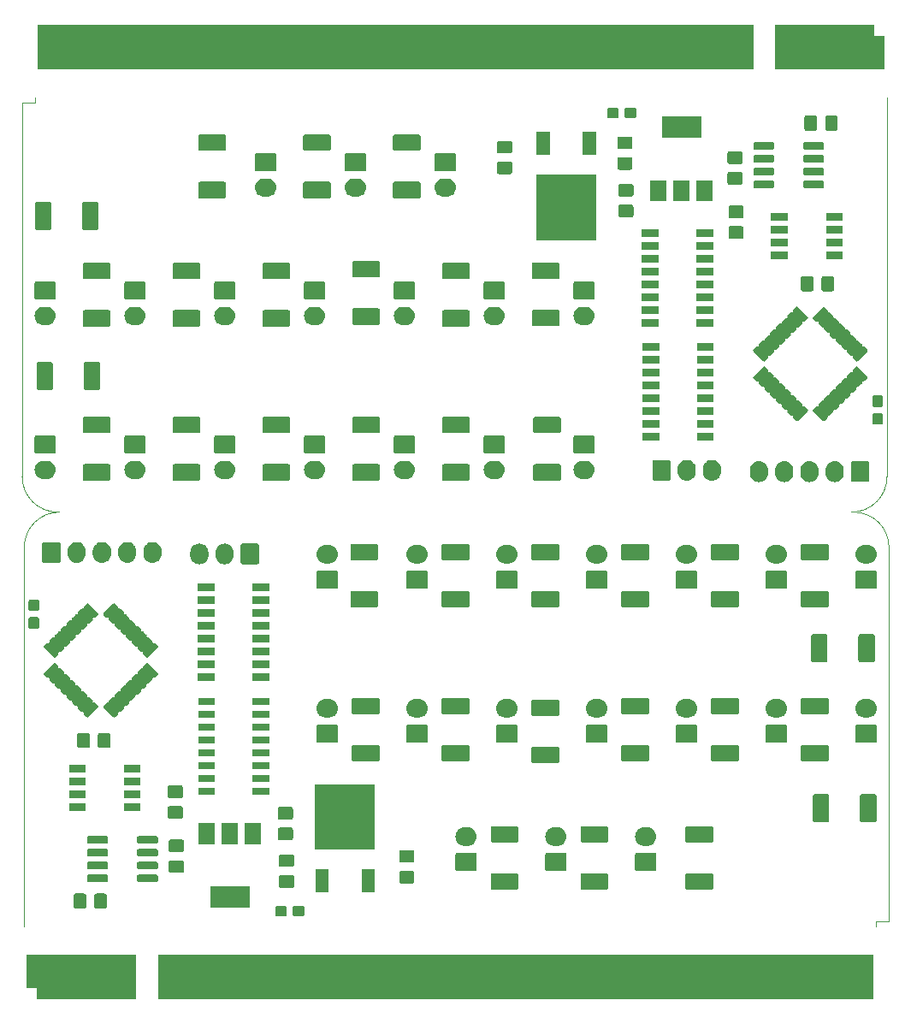
<source format=gbr>
G04 #@! TF.GenerationSoftware,KiCad,Pcbnew,(5.1.5)-3*
G04 #@! TF.CreationDate,2020-03-05T02:40:22+09:00*
G04 #@! TF.ProjectId,Solenoid_Valve-fin,536f6c65-6e6f-4696-945f-56616c76652d,rev?*
G04 #@! TF.SameCoordinates,Original*
G04 #@! TF.FileFunction,Soldermask,Bot*
G04 #@! TF.FilePolarity,Negative*
%FSLAX46Y46*%
G04 Gerber Fmt 4.6, Leading zero omitted, Abs format (unit mm)*
G04 Created by KiCad (PCBNEW (5.1.5)-3) date 2020-03-05 02:40:22*
%MOMM*%
%LPD*%
G04 APERTURE LIST*
%ADD10C,0.100000*%
G04 APERTURE END LIST*
D10*
X125150000Y-76500000D02*
X125150000Y-39500000D01*
X210750000Y-76500000D02*
G75*
G02X207250000Y-80000000I-3500000J0D01*
G01*
X210750000Y-38950000D02*
X210750000Y-76500000D01*
X126450000Y-38950000D02*
X126450000Y-39500000D01*
X126450000Y-39500000D02*
X125150000Y-39500000D01*
X128650000Y-80000000D02*
G75*
G02X125150000Y-76500000I0J3500000D01*
G01*
X209650000Y-120500000D02*
X210950000Y-120500000D01*
X209650000Y-121050000D02*
X209650000Y-120500000D01*
X125350000Y-121050000D02*
X125350000Y-83500000D01*
X125350000Y-83500000D02*
G75*
G02X128850000Y-80000000I3500000J0D01*
G01*
X207450000Y-80000000D02*
G75*
G02X210950000Y-83500000I0J-3500000D01*
G01*
X210950000Y-83500000D02*
X210950000Y-120500000D01*
G36*
X209401000Y-128201000D02*
G01*
X138599000Y-128201000D01*
X138599000Y-123799000D01*
X209401000Y-123799000D01*
X209401000Y-128201000D01*
G37*
G36*
X136401000Y-128201000D02*
G01*
X126599000Y-128201000D01*
X126599000Y-127225999D01*
X126596598Y-127201613D01*
X126589485Y-127178164D01*
X126577934Y-127156553D01*
X126562389Y-127137611D01*
X126543447Y-127122066D01*
X126521836Y-127110515D01*
X126498387Y-127103402D01*
X126474001Y-127101000D01*
X125599000Y-127101000D01*
X125599000Y-123799000D01*
X136401000Y-123799000D01*
X136401000Y-128201000D01*
G37*
G36*
X152914499Y-118978445D02*
G01*
X152951995Y-118989820D01*
X152986554Y-119008292D01*
X153016847Y-119033153D01*
X153041708Y-119063446D01*
X153060180Y-119098005D01*
X153071555Y-119135501D01*
X153076000Y-119180638D01*
X153076000Y-119819362D01*
X153071555Y-119864499D01*
X153060180Y-119901995D01*
X153041708Y-119936554D01*
X153016847Y-119966847D01*
X152986554Y-119991708D01*
X152951995Y-120010180D01*
X152914499Y-120021555D01*
X152869362Y-120026000D01*
X152130638Y-120026000D01*
X152085501Y-120021555D01*
X152048005Y-120010180D01*
X152013446Y-119991708D01*
X151983153Y-119966847D01*
X151958292Y-119936554D01*
X151939820Y-119901995D01*
X151928445Y-119864499D01*
X151924000Y-119819362D01*
X151924000Y-119180638D01*
X151928445Y-119135501D01*
X151939820Y-119098005D01*
X151958292Y-119063446D01*
X151983153Y-119033153D01*
X152013446Y-119008292D01*
X152048005Y-118989820D01*
X152085501Y-118978445D01*
X152130638Y-118974000D01*
X152869362Y-118974000D01*
X152914499Y-118978445D01*
G37*
G36*
X151164499Y-118978445D02*
G01*
X151201995Y-118989820D01*
X151236554Y-119008292D01*
X151266847Y-119033153D01*
X151291708Y-119063446D01*
X151310180Y-119098005D01*
X151321555Y-119135501D01*
X151326000Y-119180638D01*
X151326000Y-119819362D01*
X151321555Y-119864499D01*
X151310180Y-119901995D01*
X151291708Y-119936554D01*
X151266847Y-119966847D01*
X151236554Y-119991708D01*
X151201995Y-120010180D01*
X151164499Y-120021555D01*
X151119362Y-120026000D01*
X150380638Y-120026000D01*
X150335501Y-120021555D01*
X150298005Y-120010180D01*
X150263446Y-119991708D01*
X150233153Y-119966847D01*
X150208292Y-119936554D01*
X150189820Y-119901995D01*
X150178445Y-119864499D01*
X150174000Y-119819362D01*
X150174000Y-119180638D01*
X150178445Y-119135501D01*
X150189820Y-119098005D01*
X150208292Y-119063446D01*
X150233153Y-119033153D01*
X150263446Y-119008292D01*
X150298005Y-118989820D01*
X150335501Y-118978445D01*
X150380638Y-118974000D01*
X151119362Y-118974000D01*
X151164499Y-118978445D01*
G37*
G36*
X133363674Y-117753465D02*
G01*
X133401367Y-117764899D01*
X133436103Y-117783466D01*
X133466548Y-117808452D01*
X133491534Y-117838897D01*
X133510101Y-117873633D01*
X133521535Y-117911326D01*
X133526000Y-117956661D01*
X133526000Y-119043339D01*
X133521535Y-119088674D01*
X133510101Y-119126367D01*
X133491534Y-119161103D01*
X133466548Y-119191548D01*
X133436103Y-119216534D01*
X133401367Y-119235101D01*
X133363674Y-119246535D01*
X133318339Y-119251000D01*
X132481661Y-119251000D01*
X132436326Y-119246535D01*
X132398633Y-119235101D01*
X132363897Y-119216534D01*
X132333452Y-119191548D01*
X132308466Y-119161103D01*
X132289899Y-119126367D01*
X132278465Y-119088674D01*
X132274000Y-119043339D01*
X132274000Y-117956661D01*
X132278465Y-117911326D01*
X132289899Y-117873633D01*
X132308466Y-117838897D01*
X132333452Y-117808452D01*
X132363897Y-117783466D01*
X132398633Y-117764899D01*
X132436326Y-117753465D01*
X132481661Y-117749000D01*
X133318339Y-117749000D01*
X133363674Y-117753465D01*
G37*
G36*
X131313674Y-117753465D02*
G01*
X131351367Y-117764899D01*
X131386103Y-117783466D01*
X131416548Y-117808452D01*
X131441534Y-117838897D01*
X131460101Y-117873633D01*
X131471535Y-117911326D01*
X131476000Y-117956661D01*
X131476000Y-119043339D01*
X131471535Y-119088674D01*
X131460101Y-119126367D01*
X131441534Y-119161103D01*
X131416548Y-119191548D01*
X131386103Y-119216534D01*
X131351367Y-119235101D01*
X131313674Y-119246535D01*
X131268339Y-119251000D01*
X130431661Y-119251000D01*
X130386326Y-119246535D01*
X130348633Y-119235101D01*
X130313897Y-119216534D01*
X130283452Y-119191548D01*
X130258466Y-119161103D01*
X130239899Y-119126367D01*
X130228465Y-119088674D01*
X130224000Y-119043339D01*
X130224000Y-117956661D01*
X130228465Y-117911326D01*
X130239899Y-117873633D01*
X130258466Y-117838897D01*
X130283452Y-117808452D01*
X130313897Y-117783466D01*
X130348633Y-117764899D01*
X130386326Y-117753465D01*
X130431661Y-117749000D01*
X131268339Y-117749000D01*
X131313674Y-117753465D01*
G37*
G36*
X147651000Y-119151000D02*
G01*
X143749000Y-119151000D01*
X143749000Y-117049000D01*
X147651000Y-117049000D01*
X147651000Y-119151000D01*
G37*
G36*
X155471000Y-117626000D02*
G01*
X154169000Y-117626000D01*
X154169000Y-115324000D01*
X155471000Y-115324000D01*
X155471000Y-117626000D01*
G37*
G36*
X160031000Y-117626000D02*
G01*
X158729000Y-117626000D01*
X158729000Y-115324000D01*
X160031000Y-115324000D01*
X160031000Y-117626000D01*
G37*
G36*
X174118820Y-115746103D02*
G01*
X174152985Y-115756467D01*
X174184464Y-115773293D01*
X174212060Y-115795940D01*
X174234707Y-115823536D01*
X174251533Y-115855015D01*
X174261897Y-115889180D01*
X174266000Y-115930842D01*
X174266000Y-117180158D01*
X174261897Y-117221820D01*
X174251533Y-117255985D01*
X174234707Y-117287464D01*
X174212060Y-117315060D01*
X174184464Y-117337707D01*
X174152985Y-117354533D01*
X174118820Y-117364897D01*
X174077158Y-117369000D01*
X171702842Y-117369000D01*
X171661180Y-117364897D01*
X171627015Y-117354533D01*
X171595536Y-117337707D01*
X171567940Y-117315060D01*
X171545293Y-117287464D01*
X171528467Y-117255985D01*
X171518103Y-117221820D01*
X171514000Y-117180158D01*
X171514000Y-115930842D01*
X171518103Y-115889180D01*
X171528467Y-115855015D01*
X171545293Y-115823536D01*
X171567940Y-115795940D01*
X171595536Y-115773293D01*
X171627015Y-115756467D01*
X171661180Y-115746103D01*
X171702842Y-115742000D01*
X174077158Y-115742000D01*
X174118820Y-115746103D01*
G37*
G36*
X183008820Y-115746103D02*
G01*
X183042985Y-115756467D01*
X183074464Y-115773293D01*
X183102060Y-115795940D01*
X183124707Y-115823536D01*
X183141533Y-115855015D01*
X183151897Y-115889180D01*
X183156000Y-115930842D01*
X183156000Y-117180158D01*
X183151897Y-117221820D01*
X183141533Y-117255985D01*
X183124707Y-117287464D01*
X183102060Y-117315060D01*
X183074464Y-117337707D01*
X183042985Y-117354533D01*
X183008820Y-117364897D01*
X182967158Y-117369000D01*
X180592842Y-117369000D01*
X180551180Y-117364897D01*
X180517015Y-117354533D01*
X180485536Y-117337707D01*
X180457940Y-117315060D01*
X180435293Y-117287464D01*
X180418467Y-117255985D01*
X180408103Y-117221820D01*
X180404000Y-117180158D01*
X180404000Y-115930842D01*
X180408103Y-115889180D01*
X180418467Y-115855015D01*
X180435293Y-115823536D01*
X180457940Y-115795940D01*
X180485536Y-115773293D01*
X180517015Y-115756467D01*
X180551180Y-115746103D01*
X180592842Y-115742000D01*
X182967158Y-115742000D01*
X183008820Y-115746103D01*
G37*
G36*
X193398820Y-115746103D02*
G01*
X193432985Y-115756467D01*
X193464464Y-115773293D01*
X193492060Y-115795940D01*
X193514707Y-115823536D01*
X193531533Y-115855015D01*
X193541897Y-115889180D01*
X193546000Y-115930842D01*
X193546000Y-117180158D01*
X193541897Y-117221820D01*
X193531533Y-117255985D01*
X193514707Y-117287464D01*
X193492060Y-117315060D01*
X193464464Y-117337707D01*
X193432985Y-117354533D01*
X193398820Y-117364897D01*
X193357158Y-117369000D01*
X190982842Y-117369000D01*
X190941180Y-117364897D01*
X190907015Y-117354533D01*
X190875536Y-117337707D01*
X190847940Y-117315060D01*
X190825293Y-117287464D01*
X190808467Y-117255985D01*
X190798103Y-117221820D01*
X190794000Y-117180158D01*
X190794000Y-115930842D01*
X190798103Y-115889180D01*
X190808467Y-115855015D01*
X190825293Y-115823536D01*
X190847940Y-115795940D01*
X190875536Y-115773293D01*
X190907015Y-115756467D01*
X190941180Y-115746103D01*
X190982842Y-115742000D01*
X193357158Y-115742000D01*
X193398820Y-115746103D01*
G37*
G36*
X151888674Y-115928465D02*
G01*
X151926367Y-115939899D01*
X151961103Y-115958466D01*
X151991548Y-115983452D01*
X152016534Y-116013897D01*
X152035101Y-116048633D01*
X152046535Y-116086326D01*
X152051000Y-116131661D01*
X152051000Y-116968339D01*
X152046535Y-117013674D01*
X152035101Y-117051367D01*
X152016534Y-117086103D01*
X151991548Y-117116548D01*
X151961103Y-117141534D01*
X151926367Y-117160101D01*
X151888674Y-117171535D01*
X151843339Y-117176000D01*
X150756661Y-117176000D01*
X150711326Y-117171535D01*
X150673633Y-117160101D01*
X150638897Y-117141534D01*
X150608452Y-117116548D01*
X150583466Y-117086103D01*
X150564899Y-117051367D01*
X150553465Y-117013674D01*
X150549000Y-116968339D01*
X150549000Y-116131661D01*
X150553465Y-116086326D01*
X150564899Y-116048633D01*
X150583466Y-116013897D01*
X150608452Y-115983452D01*
X150638897Y-115958466D01*
X150673633Y-115939899D01*
X150711326Y-115928465D01*
X150756661Y-115924000D01*
X151843339Y-115924000D01*
X151888674Y-115928465D01*
G37*
G36*
X163788674Y-115503465D02*
G01*
X163826367Y-115514899D01*
X163861103Y-115533466D01*
X163891548Y-115558452D01*
X163916534Y-115588897D01*
X163935101Y-115623633D01*
X163946535Y-115661326D01*
X163951000Y-115706661D01*
X163951000Y-116543339D01*
X163946535Y-116588674D01*
X163935101Y-116626367D01*
X163916534Y-116661103D01*
X163891548Y-116691548D01*
X163861103Y-116716534D01*
X163826367Y-116735101D01*
X163788674Y-116746535D01*
X163743339Y-116751000D01*
X162656661Y-116751000D01*
X162611326Y-116746535D01*
X162573633Y-116735101D01*
X162538897Y-116716534D01*
X162508452Y-116691548D01*
X162483466Y-116661103D01*
X162464899Y-116626367D01*
X162453465Y-116588674D01*
X162449000Y-116543339D01*
X162449000Y-115706661D01*
X162453465Y-115661326D01*
X162464899Y-115623633D01*
X162483466Y-115588897D01*
X162508452Y-115558452D01*
X162538897Y-115533466D01*
X162573633Y-115514899D01*
X162611326Y-115503465D01*
X162656661Y-115499000D01*
X163743339Y-115499000D01*
X163788674Y-115503465D01*
G37*
G36*
X138484928Y-115891764D02*
G01*
X138506009Y-115898160D01*
X138525445Y-115908548D01*
X138542476Y-115922524D01*
X138556452Y-115939555D01*
X138566840Y-115958991D01*
X138573236Y-115980072D01*
X138576000Y-116008140D01*
X138576000Y-116471860D01*
X138573236Y-116499928D01*
X138566840Y-116521009D01*
X138556452Y-116540445D01*
X138542476Y-116557476D01*
X138525445Y-116571452D01*
X138506009Y-116581840D01*
X138484928Y-116588236D01*
X138456860Y-116591000D01*
X136643140Y-116591000D01*
X136615072Y-116588236D01*
X136593991Y-116581840D01*
X136574555Y-116571452D01*
X136557524Y-116557476D01*
X136543548Y-116540445D01*
X136533160Y-116521009D01*
X136526764Y-116499928D01*
X136524000Y-116471860D01*
X136524000Y-116008140D01*
X136526764Y-115980072D01*
X136533160Y-115958991D01*
X136543548Y-115939555D01*
X136557524Y-115922524D01*
X136574555Y-115908548D01*
X136593991Y-115898160D01*
X136615072Y-115891764D01*
X136643140Y-115889000D01*
X138456860Y-115889000D01*
X138484928Y-115891764D01*
G37*
G36*
X133534928Y-115891764D02*
G01*
X133556009Y-115898160D01*
X133575445Y-115908548D01*
X133592476Y-115922524D01*
X133606452Y-115939555D01*
X133616840Y-115958991D01*
X133623236Y-115980072D01*
X133626000Y-116008140D01*
X133626000Y-116471860D01*
X133623236Y-116499928D01*
X133616840Y-116521009D01*
X133606452Y-116540445D01*
X133592476Y-116557476D01*
X133575445Y-116571452D01*
X133556009Y-116581840D01*
X133534928Y-116588236D01*
X133506860Y-116591000D01*
X131693140Y-116591000D01*
X131665072Y-116588236D01*
X131643991Y-116581840D01*
X131624555Y-116571452D01*
X131607524Y-116557476D01*
X131593548Y-116540445D01*
X131583160Y-116521009D01*
X131576764Y-116499928D01*
X131574000Y-116471860D01*
X131574000Y-116008140D01*
X131576764Y-115980072D01*
X131583160Y-115958991D01*
X131593548Y-115939555D01*
X131607524Y-115922524D01*
X131624555Y-115908548D01*
X131643991Y-115898160D01*
X131665072Y-115891764D01*
X131693140Y-115889000D01*
X133506860Y-115889000D01*
X133534928Y-115891764D01*
G37*
G36*
X140988674Y-114465465D02*
G01*
X141026367Y-114476899D01*
X141061103Y-114495466D01*
X141091548Y-114520452D01*
X141116534Y-114550897D01*
X141135101Y-114585633D01*
X141146535Y-114623326D01*
X141151000Y-114668661D01*
X141151000Y-115505339D01*
X141146535Y-115550674D01*
X141135101Y-115588367D01*
X141116534Y-115623103D01*
X141091548Y-115653548D01*
X141061103Y-115678534D01*
X141026367Y-115697101D01*
X140988674Y-115708535D01*
X140943339Y-115713000D01*
X139856661Y-115713000D01*
X139811326Y-115708535D01*
X139773633Y-115697101D01*
X139738897Y-115678534D01*
X139708452Y-115653548D01*
X139683466Y-115623103D01*
X139664899Y-115588367D01*
X139653465Y-115550674D01*
X139649000Y-115505339D01*
X139649000Y-114668661D01*
X139653465Y-114623326D01*
X139664899Y-114585633D01*
X139683466Y-114550897D01*
X139708452Y-114520452D01*
X139738897Y-114495466D01*
X139773633Y-114476899D01*
X139811326Y-114465465D01*
X139856661Y-114461000D01*
X140943339Y-114461000D01*
X140988674Y-114465465D01*
G37*
G36*
X178878600Y-113722989D02*
G01*
X178911652Y-113733015D01*
X178942103Y-113749292D01*
X178968799Y-113771201D01*
X178990708Y-113797897D01*
X179006985Y-113828348D01*
X179017011Y-113861400D01*
X179021000Y-113901903D01*
X179021000Y-115338097D01*
X179017011Y-115378600D01*
X179006985Y-115411652D01*
X178990708Y-115442103D01*
X178968799Y-115468799D01*
X178942103Y-115490708D01*
X178911652Y-115506985D01*
X178878600Y-115517011D01*
X178838097Y-115521000D01*
X177101903Y-115521000D01*
X177061400Y-115517011D01*
X177028348Y-115506985D01*
X176997897Y-115490708D01*
X176971201Y-115468799D01*
X176949292Y-115442103D01*
X176933015Y-115411652D01*
X176922989Y-115378600D01*
X176919000Y-115338097D01*
X176919000Y-113901903D01*
X176922989Y-113861400D01*
X176933015Y-113828348D01*
X176949292Y-113797897D01*
X176971201Y-113771201D01*
X176997897Y-113749292D01*
X177028348Y-113733015D01*
X177061400Y-113722989D01*
X177101903Y-113719000D01*
X178838097Y-113719000D01*
X178878600Y-113722989D01*
G37*
G36*
X187768600Y-113722989D02*
G01*
X187801652Y-113733015D01*
X187832103Y-113749292D01*
X187858799Y-113771201D01*
X187880708Y-113797897D01*
X187896985Y-113828348D01*
X187907011Y-113861400D01*
X187911000Y-113901903D01*
X187911000Y-115338097D01*
X187907011Y-115378600D01*
X187896985Y-115411652D01*
X187880708Y-115442103D01*
X187858799Y-115468799D01*
X187832103Y-115490708D01*
X187801652Y-115506985D01*
X187768600Y-115517011D01*
X187728097Y-115521000D01*
X185991903Y-115521000D01*
X185951400Y-115517011D01*
X185918348Y-115506985D01*
X185887897Y-115490708D01*
X185861201Y-115468799D01*
X185839292Y-115442103D01*
X185823015Y-115411652D01*
X185812989Y-115378600D01*
X185809000Y-115338097D01*
X185809000Y-113901903D01*
X185812989Y-113861400D01*
X185823015Y-113828348D01*
X185839292Y-113797897D01*
X185861201Y-113771201D01*
X185887897Y-113749292D01*
X185918348Y-113733015D01*
X185951400Y-113722989D01*
X185991903Y-113719000D01*
X187728097Y-113719000D01*
X187768600Y-113722989D01*
G37*
G36*
X169988600Y-113722989D02*
G01*
X170021652Y-113733015D01*
X170052103Y-113749292D01*
X170078799Y-113771201D01*
X170100708Y-113797897D01*
X170116985Y-113828348D01*
X170127011Y-113861400D01*
X170131000Y-113901903D01*
X170131000Y-115338097D01*
X170127011Y-115378600D01*
X170116985Y-115411652D01*
X170100708Y-115442103D01*
X170078799Y-115468799D01*
X170052103Y-115490708D01*
X170021652Y-115506985D01*
X169988600Y-115517011D01*
X169948097Y-115521000D01*
X168211903Y-115521000D01*
X168171400Y-115517011D01*
X168138348Y-115506985D01*
X168107897Y-115490708D01*
X168081201Y-115468799D01*
X168059292Y-115442103D01*
X168043015Y-115411652D01*
X168032989Y-115378600D01*
X168029000Y-115338097D01*
X168029000Y-113901903D01*
X168032989Y-113861400D01*
X168043015Y-113828348D01*
X168059292Y-113797897D01*
X168081201Y-113771201D01*
X168107897Y-113749292D01*
X168138348Y-113733015D01*
X168171400Y-113722989D01*
X168211903Y-113719000D01*
X169948097Y-113719000D01*
X169988600Y-113722989D01*
G37*
G36*
X133534928Y-114621764D02*
G01*
X133556009Y-114628160D01*
X133575445Y-114638548D01*
X133592476Y-114652524D01*
X133606452Y-114669555D01*
X133616840Y-114688991D01*
X133623236Y-114710072D01*
X133626000Y-114738140D01*
X133626000Y-115201860D01*
X133623236Y-115229928D01*
X133616840Y-115251009D01*
X133606452Y-115270445D01*
X133592476Y-115287476D01*
X133575445Y-115301452D01*
X133556009Y-115311840D01*
X133534928Y-115318236D01*
X133506860Y-115321000D01*
X131693140Y-115321000D01*
X131665072Y-115318236D01*
X131643991Y-115311840D01*
X131624555Y-115301452D01*
X131607524Y-115287476D01*
X131593548Y-115270445D01*
X131583160Y-115251009D01*
X131576764Y-115229928D01*
X131574000Y-115201860D01*
X131574000Y-114738140D01*
X131576764Y-114710072D01*
X131583160Y-114688991D01*
X131593548Y-114669555D01*
X131607524Y-114652524D01*
X131624555Y-114638548D01*
X131643991Y-114628160D01*
X131665072Y-114621764D01*
X131693140Y-114619000D01*
X133506860Y-114619000D01*
X133534928Y-114621764D01*
G37*
G36*
X138484928Y-114621764D02*
G01*
X138506009Y-114628160D01*
X138525445Y-114638548D01*
X138542476Y-114652524D01*
X138556452Y-114669555D01*
X138566840Y-114688991D01*
X138573236Y-114710072D01*
X138576000Y-114738140D01*
X138576000Y-115201860D01*
X138573236Y-115229928D01*
X138566840Y-115251009D01*
X138556452Y-115270445D01*
X138542476Y-115287476D01*
X138525445Y-115301452D01*
X138506009Y-115311840D01*
X138484928Y-115318236D01*
X138456860Y-115321000D01*
X136643140Y-115321000D01*
X136615072Y-115318236D01*
X136593991Y-115311840D01*
X136574555Y-115301452D01*
X136557524Y-115287476D01*
X136543548Y-115270445D01*
X136533160Y-115251009D01*
X136526764Y-115229928D01*
X136524000Y-115201860D01*
X136524000Y-114738140D01*
X136526764Y-114710072D01*
X136533160Y-114688991D01*
X136543548Y-114669555D01*
X136557524Y-114652524D01*
X136574555Y-114638548D01*
X136593991Y-114628160D01*
X136615072Y-114621764D01*
X136643140Y-114619000D01*
X138456860Y-114619000D01*
X138484928Y-114621764D01*
G37*
G36*
X151888674Y-113878465D02*
G01*
X151926367Y-113889899D01*
X151961103Y-113908466D01*
X151991548Y-113933452D01*
X152016534Y-113963897D01*
X152035101Y-113998633D01*
X152046535Y-114036326D01*
X152051000Y-114081661D01*
X152051000Y-114918339D01*
X152046535Y-114963674D01*
X152035101Y-115001367D01*
X152016534Y-115036103D01*
X151991548Y-115066548D01*
X151961103Y-115091534D01*
X151926367Y-115110101D01*
X151888674Y-115121535D01*
X151843339Y-115126000D01*
X150756661Y-115126000D01*
X150711326Y-115121535D01*
X150673633Y-115110101D01*
X150638897Y-115091534D01*
X150608452Y-115066548D01*
X150583466Y-115036103D01*
X150564899Y-115001367D01*
X150553465Y-114963674D01*
X150549000Y-114918339D01*
X150549000Y-114081661D01*
X150553465Y-114036326D01*
X150564899Y-113998633D01*
X150583466Y-113963897D01*
X150608452Y-113933452D01*
X150638897Y-113908466D01*
X150673633Y-113889899D01*
X150711326Y-113878465D01*
X150756661Y-113874000D01*
X151843339Y-113874000D01*
X151888674Y-113878465D01*
G37*
G36*
X163788674Y-113453465D02*
G01*
X163826367Y-113464899D01*
X163861103Y-113483466D01*
X163891548Y-113508452D01*
X163916534Y-113538897D01*
X163935101Y-113573633D01*
X163946535Y-113611326D01*
X163951000Y-113656661D01*
X163951000Y-114493339D01*
X163946535Y-114538674D01*
X163935101Y-114576367D01*
X163916534Y-114611103D01*
X163891548Y-114641548D01*
X163861103Y-114666534D01*
X163826367Y-114685101D01*
X163788674Y-114696535D01*
X163743339Y-114701000D01*
X162656661Y-114701000D01*
X162611326Y-114696535D01*
X162573633Y-114685101D01*
X162538897Y-114666534D01*
X162508452Y-114641548D01*
X162483466Y-114611103D01*
X162464899Y-114576367D01*
X162453465Y-114538674D01*
X162449000Y-114493339D01*
X162449000Y-113656661D01*
X162453465Y-113611326D01*
X162464899Y-113573633D01*
X162483466Y-113538897D01*
X162508452Y-113508452D01*
X162538897Y-113483466D01*
X162573633Y-113464899D01*
X162611326Y-113453465D01*
X162656661Y-113449000D01*
X163743339Y-113449000D01*
X163788674Y-113453465D01*
G37*
G36*
X138484928Y-113351764D02*
G01*
X138506009Y-113358160D01*
X138525445Y-113368548D01*
X138542476Y-113382524D01*
X138556452Y-113399555D01*
X138566840Y-113418991D01*
X138573236Y-113440072D01*
X138576000Y-113468140D01*
X138576000Y-113931860D01*
X138573236Y-113959928D01*
X138566840Y-113981009D01*
X138556452Y-114000445D01*
X138542476Y-114017476D01*
X138525445Y-114031452D01*
X138506009Y-114041840D01*
X138484928Y-114048236D01*
X138456860Y-114051000D01*
X136643140Y-114051000D01*
X136615072Y-114048236D01*
X136593991Y-114041840D01*
X136574555Y-114031452D01*
X136557524Y-114017476D01*
X136543548Y-114000445D01*
X136533160Y-113981009D01*
X136526764Y-113959928D01*
X136524000Y-113931860D01*
X136524000Y-113468140D01*
X136526764Y-113440072D01*
X136533160Y-113418991D01*
X136543548Y-113399555D01*
X136557524Y-113382524D01*
X136574555Y-113368548D01*
X136593991Y-113358160D01*
X136615072Y-113351764D01*
X136643140Y-113349000D01*
X138456860Y-113349000D01*
X138484928Y-113351764D01*
G37*
G36*
X133534928Y-113351764D02*
G01*
X133556009Y-113358160D01*
X133575445Y-113368548D01*
X133592476Y-113382524D01*
X133606452Y-113399555D01*
X133616840Y-113418991D01*
X133623236Y-113440072D01*
X133626000Y-113468140D01*
X133626000Y-113931860D01*
X133623236Y-113959928D01*
X133616840Y-113981009D01*
X133606452Y-114000445D01*
X133592476Y-114017476D01*
X133575445Y-114031452D01*
X133556009Y-114041840D01*
X133534928Y-114048236D01*
X133506860Y-114051000D01*
X131693140Y-114051000D01*
X131665072Y-114048236D01*
X131643991Y-114041840D01*
X131624555Y-114031452D01*
X131607524Y-114017476D01*
X131593548Y-114000445D01*
X131583160Y-113981009D01*
X131576764Y-113959928D01*
X131574000Y-113931860D01*
X131574000Y-113468140D01*
X131576764Y-113440072D01*
X131583160Y-113418991D01*
X131593548Y-113399555D01*
X131607524Y-113382524D01*
X131624555Y-113368548D01*
X131643991Y-113358160D01*
X131665072Y-113351764D01*
X131693140Y-113349000D01*
X133506860Y-113349000D01*
X133534928Y-113351764D01*
G37*
G36*
X140988674Y-112415465D02*
G01*
X141026367Y-112426899D01*
X141061103Y-112445466D01*
X141091548Y-112470452D01*
X141116534Y-112500897D01*
X141135101Y-112535633D01*
X141146535Y-112573326D01*
X141151000Y-112618661D01*
X141151000Y-113455339D01*
X141146535Y-113500674D01*
X141135101Y-113538367D01*
X141116534Y-113573103D01*
X141091548Y-113603548D01*
X141061103Y-113628534D01*
X141026367Y-113647101D01*
X140988674Y-113658535D01*
X140943339Y-113663000D01*
X139856661Y-113663000D01*
X139811326Y-113658535D01*
X139773633Y-113647101D01*
X139738897Y-113628534D01*
X139708452Y-113603548D01*
X139683466Y-113573103D01*
X139664899Y-113538367D01*
X139653465Y-113500674D01*
X139649000Y-113455339D01*
X139649000Y-112618661D01*
X139653465Y-112573326D01*
X139664899Y-112535633D01*
X139683466Y-112500897D01*
X139708452Y-112470452D01*
X139738897Y-112445466D01*
X139773633Y-112426899D01*
X139811326Y-112415465D01*
X139856661Y-112411000D01*
X140943339Y-112411000D01*
X140988674Y-112415465D01*
G37*
G36*
X160051000Y-113426000D02*
G01*
X154149000Y-113426000D01*
X154149000Y-106924000D01*
X160051000Y-106924000D01*
X160051000Y-113426000D01*
G37*
G36*
X178215025Y-111224000D02*
G01*
X178296627Y-111232037D01*
X178466466Y-111283557D01*
X178622991Y-111367222D01*
X178658729Y-111396552D01*
X178760186Y-111479814D01*
X178843448Y-111581271D01*
X178872778Y-111617009D01*
X178956443Y-111773534D01*
X179007963Y-111943373D01*
X179025359Y-112120000D01*
X179007963Y-112296627D01*
X178956443Y-112466466D01*
X178956442Y-112466468D01*
X178953734Y-112471535D01*
X178872778Y-112622991D01*
X178851392Y-112649050D01*
X178760186Y-112760186D01*
X178658729Y-112843448D01*
X178622991Y-112872778D01*
X178466466Y-112956443D01*
X178296627Y-113007963D01*
X178230442Y-113014482D01*
X178164260Y-113021000D01*
X177775740Y-113021000D01*
X177709558Y-113014482D01*
X177643373Y-113007963D01*
X177473534Y-112956443D01*
X177317009Y-112872778D01*
X177281271Y-112843448D01*
X177179814Y-112760186D01*
X177088608Y-112649050D01*
X177067222Y-112622991D01*
X176986266Y-112471535D01*
X176983558Y-112466468D01*
X176983557Y-112466466D01*
X176932037Y-112296627D01*
X176914641Y-112120000D01*
X176932037Y-111943373D01*
X176983557Y-111773534D01*
X177067222Y-111617009D01*
X177096552Y-111581271D01*
X177179814Y-111479814D01*
X177281271Y-111396552D01*
X177317009Y-111367222D01*
X177473534Y-111283557D01*
X177643373Y-111232037D01*
X177724975Y-111224000D01*
X177775740Y-111219000D01*
X178164260Y-111219000D01*
X178215025Y-111224000D01*
G37*
G36*
X187105025Y-111224000D02*
G01*
X187186627Y-111232037D01*
X187356466Y-111283557D01*
X187512991Y-111367222D01*
X187548729Y-111396552D01*
X187650186Y-111479814D01*
X187733448Y-111581271D01*
X187762778Y-111617009D01*
X187846443Y-111773534D01*
X187897963Y-111943373D01*
X187915359Y-112120000D01*
X187897963Y-112296627D01*
X187846443Y-112466466D01*
X187846442Y-112466468D01*
X187843734Y-112471535D01*
X187762778Y-112622991D01*
X187741392Y-112649050D01*
X187650186Y-112760186D01*
X187548729Y-112843448D01*
X187512991Y-112872778D01*
X187356466Y-112956443D01*
X187186627Y-113007963D01*
X187120442Y-113014482D01*
X187054260Y-113021000D01*
X186665740Y-113021000D01*
X186599558Y-113014482D01*
X186533373Y-113007963D01*
X186363534Y-112956443D01*
X186207009Y-112872778D01*
X186171271Y-112843448D01*
X186069814Y-112760186D01*
X185978608Y-112649050D01*
X185957222Y-112622991D01*
X185876266Y-112471535D01*
X185873558Y-112466468D01*
X185873557Y-112466466D01*
X185822037Y-112296627D01*
X185804641Y-112120000D01*
X185822037Y-111943373D01*
X185873557Y-111773534D01*
X185957222Y-111617009D01*
X185986552Y-111581271D01*
X186069814Y-111479814D01*
X186171271Y-111396552D01*
X186207009Y-111367222D01*
X186363534Y-111283557D01*
X186533373Y-111232037D01*
X186614975Y-111224000D01*
X186665740Y-111219000D01*
X187054260Y-111219000D01*
X187105025Y-111224000D01*
G37*
G36*
X169325025Y-111224000D02*
G01*
X169406627Y-111232037D01*
X169576466Y-111283557D01*
X169732991Y-111367222D01*
X169768729Y-111396552D01*
X169870186Y-111479814D01*
X169953448Y-111581271D01*
X169982778Y-111617009D01*
X170066443Y-111773534D01*
X170117963Y-111943373D01*
X170135359Y-112120000D01*
X170117963Y-112296627D01*
X170066443Y-112466466D01*
X170066442Y-112466468D01*
X170063734Y-112471535D01*
X169982778Y-112622991D01*
X169961392Y-112649050D01*
X169870186Y-112760186D01*
X169768729Y-112843448D01*
X169732991Y-112872778D01*
X169576466Y-112956443D01*
X169406627Y-113007963D01*
X169340442Y-113014482D01*
X169274260Y-113021000D01*
X168885740Y-113021000D01*
X168819558Y-113014482D01*
X168753373Y-113007963D01*
X168583534Y-112956443D01*
X168427009Y-112872778D01*
X168391271Y-112843448D01*
X168289814Y-112760186D01*
X168198608Y-112649050D01*
X168177222Y-112622991D01*
X168096266Y-112471535D01*
X168093558Y-112466468D01*
X168093557Y-112466466D01*
X168042037Y-112296627D01*
X168024641Y-112120000D01*
X168042037Y-111943373D01*
X168093557Y-111773534D01*
X168177222Y-111617009D01*
X168206552Y-111581271D01*
X168289814Y-111479814D01*
X168391271Y-111396552D01*
X168427009Y-111367222D01*
X168583534Y-111283557D01*
X168753373Y-111232037D01*
X168834975Y-111224000D01*
X168885740Y-111219000D01*
X169274260Y-111219000D01*
X169325025Y-111224000D01*
G37*
G36*
X148801000Y-112851000D02*
G01*
X147199000Y-112851000D01*
X147199000Y-110749000D01*
X148801000Y-110749000D01*
X148801000Y-112851000D01*
G37*
G36*
X146501000Y-112851000D02*
G01*
X144899000Y-112851000D01*
X144899000Y-110749000D01*
X146501000Y-110749000D01*
X146501000Y-112851000D01*
G37*
G36*
X144201000Y-112851000D02*
G01*
X142599000Y-112851000D01*
X142599000Y-110749000D01*
X144201000Y-110749000D01*
X144201000Y-112851000D01*
G37*
G36*
X133534928Y-112081764D02*
G01*
X133556009Y-112088160D01*
X133575445Y-112098548D01*
X133592476Y-112112524D01*
X133606452Y-112129555D01*
X133616840Y-112148991D01*
X133623236Y-112170072D01*
X133626000Y-112198140D01*
X133626000Y-112661860D01*
X133623236Y-112689928D01*
X133616840Y-112711009D01*
X133606452Y-112730445D01*
X133592476Y-112747476D01*
X133575445Y-112761452D01*
X133556009Y-112771840D01*
X133534928Y-112778236D01*
X133506860Y-112781000D01*
X131693140Y-112781000D01*
X131665072Y-112778236D01*
X131643991Y-112771840D01*
X131624555Y-112761452D01*
X131607524Y-112747476D01*
X131593548Y-112730445D01*
X131583160Y-112711009D01*
X131576764Y-112689928D01*
X131574000Y-112661860D01*
X131574000Y-112198140D01*
X131576764Y-112170072D01*
X131583160Y-112148991D01*
X131593548Y-112129555D01*
X131607524Y-112112524D01*
X131624555Y-112098548D01*
X131643991Y-112088160D01*
X131665072Y-112081764D01*
X131693140Y-112079000D01*
X133506860Y-112079000D01*
X133534928Y-112081764D01*
G37*
G36*
X138484928Y-112081764D02*
G01*
X138506009Y-112088160D01*
X138525445Y-112098548D01*
X138542476Y-112112524D01*
X138556452Y-112129555D01*
X138566840Y-112148991D01*
X138573236Y-112170072D01*
X138576000Y-112198140D01*
X138576000Y-112661860D01*
X138573236Y-112689928D01*
X138566840Y-112711009D01*
X138556452Y-112730445D01*
X138542476Y-112747476D01*
X138525445Y-112761452D01*
X138506009Y-112771840D01*
X138484928Y-112778236D01*
X138456860Y-112781000D01*
X136643140Y-112781000D01*
X136615072Y-112778236D01*
X136593991Y-112771840D01*
X136574555Y-112761452D01*
X136557524Y-112747476D01*
X136543548Y-112730445D01*
X136533160Y-112711009D01*
X136526764Y-112689928D01*
X136524000Y-112661860D01*
X136524000Y-112198140D01*
X136526764Y-112170072D01*
X136533160Y-112148991D01*
X136543548Y-112129555D01*
X136557524Y-112112524D01*
X136574555Y-112098548D01*
X136593991Y-112088160D01*
X136615072Y-112081764D01*
X136643140Y-112079000D01*
X138456860Y-112079000D01*
X138484928Y-112081764D01*
G37*
G36*
X174118820Y-111071103D02*
G01*
X174152985Y-111081467D01*
X174184464Y-111098293D01*
X174212060Y-111120940D01*
X174234707Y-111148536D01*
X174251533Y-111180015D01*
X174261897Y-111214180D01*
X174266000Y-111255842D01*
X174266000Y-112505158D01*
X174261897Y-112546820D01*
X174251533Y-112580985D01*
X174234707Y-112612464D01*
X174212060Y-112640060D01*
X174184464Y-112662707D01*
X174152985Y-112679533D01*
X174118820Y-112689897D01*
X174077158Y-112694000D01*
X171702842Y-112694000D01*
X171661180Y-112689897D01*
X171627015Y-112679533D01*
X171595536Y-112662707D01*
X171567940Y-112640060D01*
X171545293Y-112612464D01*
X171528467Y-112580985D01*
X171518103Y-112546820D01*
X171514000Y-112505158D01*
X171514000Y-111255842D01*
X171518103Y-111214180D01*
X171528467Y-111180015D01*
X171545293Y-111148536D01*
X171567940Y-111120940D01*
X171595536Y-111098293D01*
X171627015Y-111081467D01*
X171661180Y-111071103D01*
X171702842Y-111067000D01*
X174077158Y-111067000D01*
X174118820Y-111071103D01*
G37*
G36*
X183008820Y-111071103D02*
G01*
X183042985Y-111081467D01*
X183074464Y-111098293D01*
X183102060Y-111120940D01*
X183124707Y-111148536D01*
X183141533Y-111180015D01*
X183151897Y-111214180D01*
X183156000Y-111255842D01*
X183156000Y-112505158D01*
X183151897Y-112546820D01*
X183141533Y-112580985D01*
X183124707Y-112612464D01*
X183102060Y-112640060D01*
X183074464Y-112662707D01*
X183042985Y-112679533D01*
X183008820Y-112689897D01*
X182967158Y-112694000D01*
X180592842Y-112694000D01*
X180551180Y-112689897D01*
X180517015Y-112679533D01*
X180485536Y-112662707D01*
X180457940Y-112640060D01*
X180435293Y-112612464D01*
X180418467Y-112580985D01*
X180408103Y-112546820D01*
X180404000Y-112505158D01*
X180404000Y-111255842D01*
X180408103Y-111214180D01*
X180418467Y-111180015D01*
X180435293Y-111148536D01*
X180457940Y-111120940D01*
X180485536Y-111098293D01*
X180517015Y-111081467D01*
X180551180Y-111071103D01*
X180592842Y-111067000D01*
X182967158Y-111067000D01*
X183008820Y-111071103D01*
G37*
G36*
X193398820Y-111071103D02*
G01*
X193432985Y-111081467D01*
X193464464Y-111098293D01*
X193492060Y-111120940D01*
X193514707Y-111148536D01*
X193531533Y-111180015D01*
X193541897Y-111214180D01*
X193546000Y-111255842D01*
X193546000Y-112505158D01*
X193541897Y-112546820D01*
X193531533Y-112580985D01*
X193514707Y-112612464D01*
X193492060Y-112640060D01*
X193464464Y-112662707D01*
X193432985Y-112679533D01*
X193398820Y-112689897D01*
X193357158Y-112694000D01*
X190982842Y-112694000D01*
X190941180Y-112689897D01*
X190907015Y-112679533D01*
X190875536Y-112662707D01*
X190847940Y-112640060D01*
X190825293Y-112612464D01*
X190808467Y-112580985D01*
X190798103Y-112546820D01*
X190794000Y-112505158D01*
X190794000Y-111255842D01*
X190798103Y-111214180D01*
X190808467Y-111180015D01*
X190825293Y-111148536D01*
X190847940Y-111120940D01*
X190875536Y-111098293D01*
X190907015Y-111081467D01*
X190941180Y-111071103D01*
X190982842Y-111067000D01*
X193357158Y-111067000D01*
X193398820Y-111071103D01*
G37*
G36*
X151788674Y-111228465D02*
G01*
X151826367Y-111239899D01*
X151861103Y-111258466D01*
X151891548Y-111283452D01*
X151916534Y-111313897D01*
X151935101Y-111348633D01*
X151946535Y-111386326D01*
X151951000Y-111431661D01*
X151951000Y-112268339D01*
X151946535Y-112313674D01*
X151935101Y-112351367D01*
X151916534Y-112386103D01*
X151891548Y-112416548D01*
X151861103Y-112441534D01*
X151826367Y-112460101D01*
X151788674Y-112471535D01*
X151743339Y-112476000D01*
X150656661Y-112476000D01*
X150611326Y-112471535D01*
X150573633Y-112460101D01*
X150538897Y-112441534D01*
X150508452Y-112416548D01*
X150483466Y-112386103D01*
X150464899Y-112351367D01*
X150453465Y-112313674D01*
X150449000Y-112268339D01*
X150449000Y-111431661D01*
X150453465Y-111386326D01*
X150464899Y-111348633D01*
X150483466Y-111313897D01*
X150508452Y-111283452D01*
X150538897Y-111258466D01*
X150573633Y-111239899D01*
X150611326Y-111228465D01*
X150656661Y-111224000D01*
X151743339Y-111224000D01*
X151788674Y-111228465D01*
G37*
G36*
X209553820Y-107928103D02*
G01*
X209587985Y-107938467D01*
X209619464Y-107955293D01*
X209647060Y-107977940D01*
X209669707Y-108005536D01*
X209686533Y-108037015D01*
X209696897Y-108071180D01*
X209701000Y-108112842D01*
X209701000Y-110487158D01*
X209696897Y-110528820D01*
X209686533Y-110562985D01*
X209669707Y-110594464D01*
X209647060Y-110622060D01*
X209619464Y-110644707D01*
X209587985Y-110661533D01*
X209553820Y-110671897D01*
X209512158Y-110676000D01*
X208262842Y-110676000D01*
X208221180Y-110671897D01*
X208187015Y-110661533D01*
X208155536Y-110644707D01*
X208127940Y-110622060D01*
X208105293Y-110594464D01*
X208088467Y-110562985D01*
X208078103Y-110528820D01*
X208074000Y-110487158D01*
X208074000Y-108112842D01*
X208078103Y-108071180D01*
X208088467Y-108037015D01*
X208105293Y-108005536D01*
X208127940Y-107977940D01*
X208155536Y-107955293D01*
X208187015Y-107938467D01*
X208221180Y-107928103D01*
X208262842Y-107924000D01*
X209512158Y-107924000D01*
X209553820Y-107928103D01*
G37*
G36*
X204878820Y-107928103D02*
G01*
X204912985Y-107938467D01*
X204944464Y-107955293D01*
X204972060Y-107977940D01*
X204994707Y-108005536D01*
X205011533Y-108037015D01*
X205021897Y-108071180D01*
X205026000Y-108112842D01*
X205026000Y-110487158D01*
X205021897Y-110528820D01*
X205011533Y-110562985D01*
X204994707Y-110594464D01*
X204972060Y-110622060D01*
X204944464Y-110644707D01*
X204912985Y-110661533D01*
X204878820Y-110671897D01*
X204837158Y-110676000D01*
X203587842Y-110676000D01*
X203546180Y-110671897D01*
X203512015Y-110661533D01*
X203480536Y-110644707D01*
X203452940Y-110622060D01*
X203430293Y-110594464D01*
X203413467Y-110562985D01*
X203403103Y-110528820D01*
X203399000Y-110487158D01*
X203399000Y-108112842D01*
X203403103Y-108071180D01*
X203413467Y-108037015D01*
X203430293Y-108005536D01*
X203452940Y-107977940D01*
X203480536Y-107955293D01*
X203512015Y-107938467D01*
X203546180Y-107928103D01*
X203587842Y-107924000D01*
X204837158Y-107924000D01*
X204878820Y-107928103D01*
G37*
G36*
X151788674Y-109178465D02*
G01*
X151826367Y-109189899D01*
X151861103Y-109208466D01*
X151891548Y-109233452D01*
X151916534Y-109263897D01*
X151935101Y-109298633D01*
X151946535Y-109336326D01*
X151951000Y-109381661D01*
X151951000Y-110218339D01*
X151946535Y-110263674D01*
X151935101Y-110301367D01*
X151916534Y-110336103D01*
X151891548Y-110366548D01*
X151861103Y-110391534D01*
X151826367Y-110410101D01*
X151788674Y-110421535D01*
X151743339Y-110426000D01*
X150656661Y-110426000D01*
X150611326Y-110421535D01*
X150573633Y-110410101D01*
X150538897Y-110391534D01*
X150508452Y-110366548D01*
X150483466Y-110336103D01*
X150464899Y-110301367D01*
X150453465Y-110263674D01*
X150449000Y-110218339D01*
X150449000Y-109381661D01*
X150453465Y-109336326D01*
X150464899Y-109298633D01*
X150483466Y-109263897D01*
X150508452Y-109233452D01*
X150538897Y-109208466D01*
X150573633Y-109189899D01*
X150611326Y-109178465D01*
X150656661Y-109174000D01*
X151743339Y-109174000D01*
X151788674Y-109178465D01*
G37*
G36*
X140888674Y-109103465D02*
G01*
X140926367Y-109114899D01*
X140961103Y-109133466D01*
X140991548Y-109158452D01*
X141016534Y-109188897D01*
X141035101Y-109223633D01*
X141046535Y-109261326D01*
X141051000Y-109306661D01*
X141051000Y-110143339D01*
X141046535Y-110188674D01*
X141035101Y-110226367D01*
X141016534Y-110261103D01*
X140991548Y-110291548D01*
X140961103Y-110316534D01*
X140926367Y-110335101D01*
X140888674Y-110346535D01*
X140843339Y-110351000D01*
X139756661Y-110351000D01*
X139711326Y-110346535D01*
X139673633Y-110335101D01*
X139638897Y-110316534D01*
X139608452Y-110291548D01*
X139583466Y-110261103D01*
X139564899Y-110226367D01*
X139553465Y-110188674D01*
X139549000Y-110143339D01*
X139549000Y-109306661D01*
X139553465Y-109261326D01*
X139564899Y-109223633D01*
X139583466Y-109188897D01*
X139608452Y-109158452D01*
X139638897Y-109133466D01*
X139673633Y-109114899D01*
X139711326Y-109103465D01*
X139756661Y-109099000D01*
X140843339Y-109099000D01*
X140888674Y-109103465D01*
G37*
G36*
X136825500Y-109606000D02*
G01*
X135198500Y-109606000D01*
X135198500Y-108804000D01*
X136825500Y-108804000D01*
X136825500Y-109606000D01*
G37*
G36*
X131401500Y-109606000D02*
G01*
X129774500Y-109606000D01*
X129774500Y-108804000D01*
X131401500Y-108804000D01*
X131401500Y-109606000D01*
G37*
G36*
X136825500Y-108336000D02*
G01*
X135198500Y-108336000D01*
X135198500Y-107534000D01*
X136825500Y-107534000D01*
X136825500Y-108336000D01*
G37*
G36*
X131401500Y-108336000D02*
G01*
X129774500Y-108336000D01*
X129774500Y-107534000D01*
X131401500Y-107534000D01*
X131401500Y-108336000D01*
G37*
G36*
X140888674Y-107053465D02*
G01*
X140926367Y-107064899D01*
X140961103Y-107083466D01*
X140991548Y-107108452D01*
X141016534Y-107138897D01*
X141035101Y-107173633D01*
X141046535Y-107211326D01*
X141051000Y-107256661D01*
X141051000Y-108093339D01*
X141046535Y-108138674D01*
X141035101Y-108176367D01*
X141016534Y-108211103D01*
X140991548Y-108241548D01*
X140961103Y-108266534D01*
X140926367Y-108285101D01*
X140888674Y-108296535D01*
X140843339Y-108301000D01*
X139756661Y-108301000D01*
X139711326Y-108296535D01*
X139673633Y-108285101D01*
X139638897Y-108266534D01*
X139608452Y-108241548D01*
X139583466Y-108211103D01*
X139564899Y-108176367D01*
X139553465Y-108138674D01*
X139549000Y-108093339D01*
X139549000Y-107256661D01*
X139553465Y-107211326D01*
X139564899Y-107173633D01*
X139583466Y-107138897D01*
X139608452Y-107108452D01*
X139638897Y-107083466D01*
X139673633Y-107064899D01*
X139711326Y-107053465D01*
X139756661Y-107049000D01*
X140843339Y-107049000D01*
X140888674Y-107053465D01*
G37*
G36*
X149645000Y-108010000D02*
G01*
X147955000Y-108010000D01*
X147955000Y-107270000D01*
X149645000Y-107270000D01*
X149645000Y-108010000D01*
G37*
G36*
X144245000Y-108010000D02*
G01*
X142555000Y-108010000D01*
X142555000Y-107270000D01*
X144245000Y-107270000D01*
X144245000Y-108010000D01*
G37*
G36*
X131401500Y-107066000D02*
G01*
X129774500Y-107066000D01*
X129774500Y-106264000D01*
X131401500Y-106264000D01*
X131401500Y-107066000D01*
G37*
G36*
X136825500Y-107066000D02*
G01*
X135198500Y-107066000D01*
X135198500Y-106264000D01*
X136825500Y-106264000D01*
X136825500Y-107066000D01*
G37*
G36*
X149645000Y-106740000D02*
G01*
X147955000Y-106740000D01*
X147955000Y-106000000D01*
X149645000Y-106000000D01*
X149645000Y-106740000D01*
G37*
G36*
X144245000Y-106740000D02*
G01*
X142555000Y-106740000D01*
X142555000Y-106000000D01*
X144245000Y-106000000D01*
X144245000Y-106740000D01*
G37*
G36*
X131401500Y-105796000D02*
G01*
X129774500Y-105796000D01*
X129774500Y-104994000D01*
X131401500Y-104994000D01*
X131401500Y-105796000D01*
G37*
G36*
X136825500Y-105796000D02*
G01*
X135198500Y-105796000D01*
X135198500Y-104994000D01*
X136825500Y-104994000D01*
X136825500Y-105796000D01*
G37*
G36*
X144245000Y-105470000D02*
G01*
X142555000Y-105470000D01*
X142555000Y-104730000D01*
X144245000Y-104730000D01*
X144245000Y-105470000D01*
G37*
G36*
X149645000Y-105470000D02*
G01*
X147955000Y-105470000D01*
X147955000Y-104730000D01*
X149645000Y-104730000D01*
X149645000Y-105470000D01*
G37*
G36*
X178158820Y-103216103D02*
G01*
X178192985Y-103226467D01*
X178224464Y-103243293D01*
X178252060Y-103265940D01*
X178274707Y-103293536D01*
X178291533Y-103325015D01*
X178301897Y-103359180D01*
X178306000Y-103400842D01*
X178306000Y-104650158D01*
X178301897Y-104691820D01*
X178291533Y-104725985D01*
X178274707Y-104757464D01*
X178252060Y-104785060D01*
X178224464Y-104807707D01*
X178192985Y-104824533D01*
X178158820Y-104834897D01*
X178117158Y-104839000D01*
X175742842Y-104839000D01*
X175701180Y-104834897D01*
X175667015Y-104824533D01*
X175635536Y-104807707D01*
X175607940Y-104785060D01*
X175585293Y-104757464D01*
X175568467Y-104725985D01*
X175558103Y-104691820D01*
X175554000Y-104650158D01*
X175554000Y-103400842D01*
X175558103Y-103359180D01*
X175568467Y-103325015D01*
X175585293Y-103293536D01*
X175607940Y-103265940D01*
X175635536Y-103243293D01*
X175667015Y-103226467D01*
X175701180Y-103216103D01*
X175742842Y-103212000D01*
X178117158Y-103212000D01*
X178158820Y-103216103D01*
G37*
G36*
X160378820Y-103065603D02*
G01*
X160412985Y-103075967D01*
X160444464Y-103092793D01*
X160472060Y-103115440D01*
X160494707Y-103143036D01*
X160511533Y-103174515D01*
X160521897Y-103208680D01*
X160526000Y-103250342D01*
X160526000Y-104499658D01*
X160521897Y-104541320D01*
X160511533Y-104575485D01*
X160494707Y-104606964D01*
X160472060Y-104634560D01*
X160444464Y-104657207D01*
X160412985Y-104674033D01*
X160378820Y-104684397D01*
X160337158Y-104688500D01*
X157962842Y-104688500D01*
X157921180Y-104684397D01*
X157887015Y-104674033D01*
X157855536Y-104657207D01*
X157827940Y-104634560D01*
X157805293Y-104606964D01*
X157788467Y-104575485D01*
X157778103Y-104541320D01*
X157774000Y-104499658D01*
X157774000Y-103250342D01*
X157778103Y-103208680D01*
X157788467Y-103174515D01*
X157805293Y-103143036D01*
X157827940Y-103115440D01*
X157855536Y-103092793D01*
X157887015Y-103075967D01*
X157921180Y-103065603D01*
X157962842Y-103061500D01*
X160337158Y-103061500D01*
X160378820Y-103065603D01*
G37*
G36*
X187048820Y-103046103D02*
G01*
X187082985Y-103056467D01*
X187114464Y-103073293D01*
X187142060Y-103095940D01*
X187164707Y-103123536D01*
X187181533Y-103155015D01*
X187191897Y-103189180D01*
X187196000Y-103230842D01*
X187196000Y-104480158D01*
X187191897Y-104521820D01*
X187181533Y-104555985D01*
X187164707Y-104587464D01*
X187142060Y-104615060D01*
X187114464Y-104637707D01*
X187082985Y-104654533D01*
X187048820Y-104664897D01*
X187007158Y-104669000D01*
X184632842Y-104669000D01*
X184591180Y-104664897D01*
X184557015Y-104654533D01*
X184525536Y-104637707D01*
X184497940Y-104615060D01*
X184475293Y-104587464D01*
X184458467Y-104555985D01*
X184448103Y-104521820D01*
X184444000Y-104480158D01*
X184444000Y-103230842D01*
X184448103Y-103189180D01*
X184458467Y-103155015D01*
X184475293Y-103123536D01*
X184497940Y-103095940D01*
X184525536Y-103073293D01*
X184557015Y-103056467D01*
X184591180Y-103046103D01*
X184632842Y-103042000D01*
X187007158Y-103042000D01*
X187048820Y-103046103D01*
G37*
G36*
X204828820Y-103046103D02*
G01*
X204862985Y-103056467D01*
X204894464Y-103073293D01*
X204922060Y-103095940D01*
X204944707Y-103123536D01*
X204961533Y-103155015D01*
X204971897Y-103189180D01*
X204976000Y-103230842D01*
X204976000Y-104480158D01*
X204971897Y-104521820D01*
X204961533Y-104555985D01*
X204944707Y-104587464D01*
X204922060Y-104615060D01*
X204894464Y-104637707D01*
X204862985Y-104654533D01*
X204828820Y-104664897D01*
X204787158Y-104669000D01*
X202412842Y-104669000D01*
X202371180Y-104664897D01*
X202337015Y-104654533D01*
X202305536Y-104637707D01*
X202277940Y-104615060D01*
X202255293Y-104587464D01*
X202238467Y-104555985D01*
X202228103Y-104521820D01*
X202224000Y-104480158D01*
X202224000Y-103230842D01*
X202228103Y-103189180D01*
X202238467Y-103155015D01*
X202255293Y-103123536D01*
X202277940Y-103095940D01*
X202305536Y-103073293D01*
X202337015Y-103056467D01*
X202371180Y-103046103D01*
X202412842Y-103042000D01*
X204787158Y-103042000D01*
X204828820Y-103046103D01*
G37*
G36*
X169268820Y-103046103D02*
G01*
X169302985Y-103056467D01*
X169334464Y-103073293D01*
X169362060Y-103095940D01*
X169384707Y-103123536D01*
X169401533Y-103155015D01*
X169411897Y-103189180D01*
X169416000Y-103230842D01*
X169416000Y-104480158D01*
X169411897Y-104521820D01*
X169401533Y-104555985D01*
X169384707Y-104587464D01*
X169362060Y-104615060D01*
X169334464Y-104637707D01*
X169302985Y-104654533D01*
X169268820Y-104664897D01*
X169227158Y-104669000D01*
X166852842Y-104669000D01*
X166811180Y-104664897D01*
X166777015Y-104654533D01*
X166745536Y-104637707D01*
X166717940Y-104615060D01*
X166695293Y-104587464D01*
X166678467Y-104555985D01*
X166668103Y-104521820D01*
X166664000Y-104480158D01*
X166664000Y-103230842D01*
X166668103Y-103189180D01*
X166678467Y-103155015D01*
X166695293Y-103123536D01*
X166717940Y-103095940D01*
X166745536Y-103073293D01*
X166777015Y-103056467D01*
X166811180Y-103046103D01*
X166852842Y-103042000D01*
X169227158Y-103042000D01*
X169268820Y-103046103D01*
G37*
G36*
X195938820Y-103046103D02*
G01*
X195972985Y-103056467D01*
X196004464Y-103073293D01*
X196032060Y-103095940D01*
X196054707Y-103123536D01*
X196071533Y-103155015D01*
X196081897Y-103189180D01*
X196086000Y-103230842D01*
X196086000Y-104480158D01*
X196081897Y-104521820D01*
X196071533Y-104555985D01*
X196054707Y-104587464D01*
X196032060Y-104615060D01*
X196004464Y-104637707D01*
X195972985Y-104654533D01*
X195938820Y-104664897D01*
X195897158Y-104669000D01*
X193522842Y-104669000D01*
X193481180Y-104664897D01*
X193447015Y-104654533D01*
X193415536Y-104637707D01*
X193387940Y-104615060D01*
X193365293Y-104587464D01*
X193348467Y-104555985D01*
X193338103Y-104521820D01*
X193334000Y-104480158D01*
X193334000Y-103230842D01*
X193338103Y-103189180D01*
X193348467Y-103155015D01*
X193365293Y-103123536D01*
X193387940Y-103095940D01*
X193415536Y-103073293D01*
X193447015Y-103056467D01*
X193481180Y-103046103D01*
X193522842Y-103042000D01*
X195897158Y-103042000D01*
X195938820Y-103046103D01*
G37*
G36*
X144245000Y-104200000D02*
G01*
X142555000Y-104200000D01*
X142555000Y-103460000D01*
X144245000Y-103460000D01*
X144245000Y-104200000D01*
G37*
G36*
X149645000Y-104200000D02*
G01*
X147955000Y-104200000D01*
X147955000Y-103460000D01*
X149645000Y-103460000D01*
X149645000Y-104200000D01*
G37*
G36*
X133726674Y-101853465D02*
G01*
X133764367Y-101864899D01*
X133799103Y-101883466D01*
X133829548Y-101908452D01*
X133854534Y-101938897D01*
X133873101Y-101973633D01*
X133884535Y-102011326D01*
X133889000Y-102056661D01*
X133889000Y-103143339D01*
X133884535Y-103188674D01*
X133873101Y-103226367D01*
X133854534Y-103261103D01*
X133829548Y-103291548D01*
X133799103Y-103316534D01*
X133764367Y-103335101D01*
X133726674Y-103346535D01*
X133681339Y-103351000D01*
X132844661Y-103351000D01*
X132799326Y-103346535D01*
X132761633Y-103335101D01*
X132726897Y-103316534D01*
X132696452Y-103291548D01*
X132671466Y-103261103D01*
X132652899Y-103226367D01*
X132641465Y-103188674D01*
X132637000Y-103143339D01*
X132637000Y-102056661D01*
X132641465Y-102011326D01*
X132652899Y-101973633D01*
X132671466Y-101938897D01*
X132696452Y-101908452D01*
X132726897Y-101883466D01*
X132761633Y-101864899D01*
X132799326Y-101853465D01*
X132844661Y-101849000D01*
X133681339Y-101849000D01*
X133726674Y-101853465D01*
G37*
G36*
X131676674Y-101853465D02*
G01*
X131714367Y-101864899D01*
X131749103Y-101883466D01*
X131779548Y-101908452D01*
X131804534Y-101938897D01*
X131823101Y-101973633D01*
X131834535Y-102011326D01*
X131839000Y-102056661D01*
X131839000Y-103143339D01*
X131834535Y-103188674D01*
X131823101Y-103226367D01*
X131804534Y-103261103D01*
X131779548Y-103291548D01*
X131749103Y-103316534D01*
X131714367Y-103335101D01*
X131676674Y-103346535D01*
X131631339Y-103351000D01*
X130794661Y-103351000D01*
X130749326Y-103346535D01*
X130711633Y-103335101D01*
X130676897Y-103316534D01*
X130646452Y-103291548D01*
X130621466Y-103261103D01*
X130602899Y-103226367D01*
X130591465Y-103188674D01*
X130587000Y-103143339D01*
X130587000Y-102056661D01*
X130591465Y-102011326D01*
X130602899Y-101973633D01*
X130621466Y-101938897D01*
X130646452Y-101908452D01*
X130676897Y-101883466D01*
X130711633Y-101864899D01*
X130749326Y-101853465D01*
X130794661Y-101849000D01*
X131631339Y-101849000D01*
X131676674Y-101853465D01*
G37*
G36*
X144245000Y-102930000D02*
G01*
X142555000Y-102930000D01*
X142555000Y-102190000D01*
X144245000Y-102190000D01*
X144245000Y-102930000D01*
G37*
G36*
X149645000Y-102930000D02*
G01*
X147955000Y-102930000D01*
X147955000Y-102190000D01*
X149645000Y-102190000D01*
X149645000Y-102930000D01*
G37*
G36*
X200698600Y-101022989D02*
G01*
X200731652Y-101033015D01*
X200762103Y-101049292D01*
X200788799Y-101071201D01*
X200810708Y-101097897D01*
X200826985Y-101128348D01*
X200837011Y-101161400D01*
X200841000Y-101201903D01*
X200841000Y-102638097D01*
X200837011Y-102678600D01*
X200826985Y-102711652D01*
X200810708Y-102742103D01*
X200788799Y-102768799D01*
X200762103Y-102790708D01*
X200731652Y-102806985D01*
X200698600Y-102817011D01*
X200658097Y-102821000D01*
X198921903Y-102821000D01*
X198881400Y-102817011D01*
X198848348Y-102806985D01*
X198817897Y-102790708D01*
X198791201Y-102768799D01*
X198769292Y-102742103D01*
X198753015Y-102711652D01*
X198742989Y-102678600D01*
X198739000Y-102638097D01*
X198739000Y-101201903D01*
X198742989Y-101161400D01*
X198753015Y-101128348D01*
X198769292Y-101097897D01*
X198791201Y-101071201D01*
X198817897Y-101049292D01*
X198848348Y-101033015D01*
X198881400Y-101022989D01*
X198921903Y-101019000D01*
X200658097Y-101019000D01*
X200698600Y-101022989D01*
G37*
G36*
X174028600Y-101022989D02*
G01*
X174061652Y-101033015D01*
X174092103Y-101049292D01*
X174118799Y-101071201D01*
X174140708Y-101097897D01*
X174156985Y-101128348D01*
X174167011Y-101161400D01*
X174171000Y-101201903D01*
X174171000Y-102638097D01*
X174167011Y-102678600D01*
X174156985Y-102711652D01*
X174140708Y-102742103D01*
X174118799Y-102768799D01*
X174092103Y-102790708D01*
X174061652Y-102806985D01*
X174028600Y-102817011D01*
X173988097Y-102821000D01*
X172251903Y-102821000D01*
X172211400Y-102817011D01*
X172178348Y-102806985D01*
X172147897Y-102790708D01*
X172121201Y-102768799D01*
X172099292Y-102742103D01*
X172083015Y-102711652D01*
X172072989Y-102678600D01*
X172069000Y-102638097D01*
X172069000Y-101201903D01*
X172072989Y-101161400D01*
X172083015Y-101128348D01*
X172099292Y-101097897D01*
X172121201Y-101071201D01*
X172147897Y-101049292D01*
X172178348Y-101033015D01*
X172211400Y-101022989D01*
X172251903Y-101019000D01*
X173988097Y-101019000D01*
X174028600Y-101022989D01*
G37*
G36*
X156248600Y-101022989D02*
G01*
X156281652Y-101033015D01*
X156312103Y-101049292D01*
X156338799Y-101071201D01*
X156360708Y-101097897D01*
X156376985Y-101128348D01*
X156387011Y-101161400D01*
X156391000Y-101201903D01*
X156391000Y-102638097D01*
X156387011Y-102678600D01*
X156376985Y-102711652D01*
X156360708Y-102742103D01*
X156338799Y-102768799D01*
X156312103Y-102790708D01*
X156281652Y-102806985D01*
X156248600Y-102817011D01*
X156208097Y-102821000D01*
X154471903Y-102821000D01*
X154431400Y-102817011D01*
X154398348Y-102806985D01*
X154367897Y-102790708D01*
X154341201Y-102768799D01*
X154319292Y-102742103D01*
X154303015Y-102711652D01*
X154292989Y-102678600D01*
X154289000Y-102638097D01*
X154289000Y-101201903D01*
X154292989Y-101161400D01*
X154303015Y-101128348D01*
X154319292Y-101097897D01*
X154341201Y-101071201D01*
X154367897Y-101049292D01*
X154398348Y-101033015D01*
X154431400Y-101022989D01*
X154471903Y-101019000D01*
X156208097Y-101019000D01*
X156248600Y-101022989D01*
G37*
G36*
X182918600Y-101022989D02*
G01*
X182951652Y-101033015D01*
X182982103Y-101049292D01*
X183008799Y-101071201D01*
X183030708Y-101097897D01*
X183046985Y-101128348D01*
X183057011Y-101161400D01*
X183061000Y-101201903D01*
X183061000Y-102638097D01*
X183057011Y-102678600D01*
X183046985Y-102711652D01*
X183030708Y-102742103D01*
X183008799Y-102768799D01*
X182982103Y-102790708D01*
X182951652Y-102806985D01*
X182918600Y-102817011D01*
X182878097Y-102821000D01*
X181141903Y-102821000D01*
X181101400Y-102817011D01*
X181068348Y-102806985D01*
X181037897Y-102790708D01*
X181011201Y-102768799D01*
X180989292Y-102742103D01*
X180973015Y-102711652D01*
X180962989Y-102678600D01*
X180959000Y-102638097D01*
X180959000Y-101201903D01*
X180962989Y-101161400D01*
X180973015Y-101128348D01*
X180989292Y-101097897D01*
X181011201Y-101071201D01*
X181037897Y-101049292D01*
X181068348Y-101033015D01*
X181101400Y-101022989D01*
X181141903Y-101019000D01*
X182878097Y-101019000D01*
X182918600Y-101022989D01*
G37*
G36*
X191808600Y-101022989D02*
G01*
X191841652Y-101033015D01*
X191872103Y-101049292D01*
X191898799Y-101071201D01*
X191920708Y-101097897D01*
X191936985Y-101128348D01*
X191947011Y-101161400D01*
X191951000Y-101201903D01*
X191951000Y-102638097D01*
X191947011Y-102678600D01*
X191936985Y-102711652D01*
X191920708Y-102742103D01*
X191898799Y-102768799D01*
X191872103Y-102790708D01*
X191841652Y-102806985D01*
X191808600Y-102817011D01*
X191768097Y-102821000D01*
X190031903Y-102821000D01*
X189991400Y-102817011D01*
X189958348Y-102806985D01*
X189927897Y-102790708D01*
X189901201Y-102768799D01*
X189879292Y-102742103D01*
X189863015Y-102711652D01*
X189852989Y-102678600D01*
X189849000Y-102638097D01*
X189849000Y-101201903D01*
X189852989Y-101161400D01*
X189863015Y-101128348D01*
X189879292Y-101097897D01*
X189901201Y-101071201D01*
X189927897Y-101049292D01*
X189958348Y-101033015D01*
X189991400Y-101022989D01*
X190031903Y-101019000D01*
X191768097Y-101019000D01*
X191808600Y-101022989D01*
G37*
G36*
X165138600Y-101022989D02*
G01*
X165171652Y-101033015D01*
X165202103Y-101049292D01*
X165228799Y-101071201D01*
X165250708Y-101097897D01*
X165266985Y-101128348D01*
X165277011Y-101161400D01*
X165281000Y-101201903D01*
X165281000Y-102638097D01*
X165277011Y-102678600D01*
X165266985Y-102711652D01*
X165250708Y-102742103D01*
X165228799Y-102768799D01*
X165202103Y-102790708D01*
X165171652Y-102806985D01*
X165138600Y-102817011D01*
X165098097Y-102821000D01*
X163361903Y-102821000D01*
X163321400Y-102817011D01*
X163288348Y-102806985D01*
X163257897Y-102790708D01*
X163231201Y-102768799D01*
X163209292Y-102742103D01*
X163193015Y-102711652D01*
X163182989Y-102678600D01*
X163179000Y-102638097D01*
X163179000Y-101201903D01*
X163182989Y-101161400D01*
X163193015Y-101128348D01*
X163209292Y-101097897D01*
X163231201Y-101071201D01*
X163257897Y-101049292D01*
X163288348Y-101033015D01*
X163321400Y-101022989D01*
X163361903Y-101019000D01*
X165098097Y-101019000D01*
X165138600Y-101022989D01*
G37*
G36*
X209588600Y-101022989D02*
G01*
X209621652Y-101033015D01*
X209652103Y-101049292D01*
X209678799Y-101071201D01*
X209700708Y-101097897D01*
X209716985Y-101128348D01*
X209727011Y-101161400D01*
X209731000Y-101201903D01*
X209731000Y-102638097D01*
X209727011Y-102678600D01*
X209716985Y-102711652D01*
X209700708Y-102742103D01*
X209678799Y-102768799D01*
X209652103Y-102790708D01*
X209621652Y-102806985D01*
X209588600Y-102817011D01*
X209548097Y-102821000D01*
X207811903Y-102821000D01*
X207771400Y-102817011D01*
X207738348Y-102806985D01*
X207707897Y-102790708D01*
X207681201Y-102768799D01*
X207659292Y-102742103D01*
X207643015Y-102711652D01*
X207632989Y-102678600D01*
X207629000Y-102638097D01*
X207629000Y-101201903D01*
X207632989Y-101161400D01*
X207643015Y-101128348D01*
X207659292Y-101097897D01*
X207681201Y-101071201D01*
X207707897Y-101049292D01*
X207738348Y-101033015D01*
X207771400Y-101022989D01*
X207811903Y-101019000D01*
X209548097Y-101019000D01*
X209588600Y-101022989D01*
G37*
G36*
X144245000Y-101660000D02*
G01*
X142555000Y-101660000D01*
X142555000Y-100920000D01*
X144245000Y-100920000D01*
X144245000Y-101660000D01*
G37*
G36*
X149645000Y-101660000D02*
G01*
X147955000Y-101660000D01*
X147955000Y-100920000D01*
X149645000Y-100920000D01*
X149645000Y-101660000D01*
G37*
G36*
X149645000Y-100390000D02*
G01*
X147955000Y-100390000D01*
X147955000Y-99650000D01*
X149645000Y-99650000D01*
X149645000Y-100390000D01*
G37*
G36*
X144245000Y-100390000D02*
G01*
X142555000Y-100390000D01*
X142555000Y-99650000D01*
X144245000Y-99650000D01*
X144245000Y-100390000D01*
G37*
G36*
X128376534Y-94897775D02*
G01*
X128392926Y-94902748D01*
X128408038Y-94910825D01*
X128426047Y-94925605D01*
X128465892Y-94965450D01*
X128465903Y-94965459D01*
X128678743Y-95178299D01*
X128678752Y-95178310D01*
X128718597Y-95218155D01*
X128733377Y-95236164D01*
X128741454Y-95251276D01*
X128746427Y-95267668D01*
X128748106Y-95284719D01*
X128746427Y-95301770D01*
X128743906Y-95310079D01*
X128739125Y-95334112D01*
X128739125Y-95358616D01*
X128743905Y-95382649D01*
X128753282Y-95405288D01*
X128766896Y-95425663D01*
X128784223Y-95442990D01*
X128804597Y-95456604D01*
X128827236Y-95465981D01*
X128851269Y-95470762D01*
X128875773Y-95470762D01*
X128899807Y-95465982D01*
X128908121Y-95463460D01*
X128925169Y-95461781D01*
X128942220Y-95463460D01*
X128958612Y-95468433D01*
X128973724Y-95476510D01*
X128991733Y-95491290D01*
X129031578Y-95531135D01*
X129031589Y-95531144D01*
X129244429Y-95743984D01*
X129244438Y-95743995D01*
X129284283Y-95783840D01*
X129299063Y-95801849D01*
X129307140Y-95816961D01*
X129312113Y-95833353D01*
X129313792Y-95850404D01*
X129312113Y-95867452D01*
X129309591Y-95875766D01*
X129304811Y-95899800D01*
X129304811Y-95924304D01*
X129309592Y-95948337D01*
X129318969Y-95970976D01*
X129332583Y-95991350D01*
X129349910Y-96008677D01*
X129370285Y-96022291D01*
X129392923Y-96031668D01*
X129416957Y-96036448D01*
X129441461Y-96036448D01*
X129465494Y-96031667D01*
X129473803Y-96029146D01*
X129490854Y-96027467D01*
X129507905Y-96029146D01*
X129524297Y-96034119D01*
X129539409Y-96042196D01*
X129557418Y-96056976D01*
X129597263Y-96096821D01*
X129597274Y-96096830D01*
X129810114Y-96309670D01*
X129810123Y-96309681D01*
X129849968Y-96349526D01*
X129864748Y-96367535D01*
X129872825Y-96382647D01*
X129877798Y-96399039D01*
X129879477Y-96416090D01*
X129877798Y-96433141D01*
X129875277Y-96441450D01*
X129870496Y-96465483D01*
X129870496Y-96489987D01*
X129875276Y-96514020D01*
X129884653Y-96536659D01*
X129898267Y-96557034D01*
X129915594Y-96574361D01*
X129935968Y-96587975D01*
X129958607Y-96597352D01*
X129982640Y-96602133D01*
X130007144Y-96602133D01*
X130031179Y-96597352D01*
X130039488Y-96594831D01*
X130056539Y-96593152D01*
X130073590Y-96594831D01*
X130089982Y-96599804D01*
X130105094Y-96607881D01*
X130123103Y-96622661D01*
X130162948Y-96662506D01*
X130162959Y-96662515D01*
X130375799Y-96875355D01*
X130375808Y-96875366D01*
X130415653Y-96915211D01*
X130430433Y-96933220D01*
X130438510Y-96948332D01*
X130443483Y-96964724D01*
X130445162Y-96981775D01*
X130443483Y-96998823D01*
X130440961Y-97007137D01*
X130436181Y-97031171D01*
X130436181Y-97055675D01*
X130440962Y-97079708D01*
X130450339Y-97102347D01*
X130463953Y-97122721D01*
X130481280Y-97140048D01*
X130501655Y-97153662D01*
X130524293Y-97163039D01*
X130548327Y-97167819D01*
X130572831Y-97167819D01*
X130596863Y-97163039D01*
X130605177Y-97160517D01*
X130622225Y-97158838D01*
X130639276Y-97160517D01*
X130655668Y-97165490D01*
X130670780Y-97173567D01*
X130688789Y-97188347D01*
X130728634Y-97228192D01*
X130728645Y-97228201D01*
X130941485Y-97441041D01*
X130941494Y-97441052D01*
X130981339Y-97480897D01*
X130996119Y-97498906D01*
X131004196Y-97514018D01*
X131009169Y-97530410D01*
X131010848Y-97547461D01*
X131009169Y-97564512D01*
X131006648Y-97572821D01*
X131001867Y-97596854D01*
X131001867Y-97621358D01*
X131006647Y-97645391D01*
X131016024Y-97668030D01*
X131029638Y-97688405D01*
X131046965Y-97705732D01*
X131067339Y-97719346D01*
X131089978Y-97728723D01*
X131114011Y-97733504D01*
X131138515Y-97733504D01*
X131162550Y-97728723D01*
X131170859Y-97726202D01*
X131187910Y-97724523D01*
X131204961Y-97726202D01*
X131221353Y-97731175D01*
X131236465Y-97739252D01*
X131254474Y-97754032D01*
X131294319Y-97793877D01*
X131294330Y-97793886D01*
X131507170Y-98006726D01*
X131507179Y-98006737D01*
X131547024Y-98046582D01*
X131561804Y-98064591D01*
X131569881Y-98079703D01*
X131574854Y-98096095D01*
X131576533Y-98113146D01*
X131574854Y-98130197D01*
X131572333Y-98138506D01*
X131567552Y-98162539D01*
X131567552Y-98187043D01*
X131572332Y-98211076D01*
X131581709Y-98233715D01*
X131595323Y-98254090D01*
X131612650Y-98271417D01*
X131633024Y-98285031D01*
X131655663Y-98294408D01*
X131679696Y-98299189D01*
X131704200Y-98299189D01*
X131728234Y-98294409D01*
X131736548Y-98291887D01*
X131753596Y-98290208D01*
X131770647Y-98291887D01*
X131787039Y-98296860D01*
X131802151Y-98304937D01*
X131820160Y-98319717D01*
X131860005Y-98359562D01*
X131860016Y-98359571D01*
X132072856Y-98572411D01*
X132072865Y-98572422D01*
X132112710Y-98612267D01*
X132127490Y-98630276D01*
X132135567Y-98645388D01*
X132140540Y-98661780D01*
X132142219Y-98678831D01*
X132140540Y-98695879D01*
X132138018Y-98704193D01*
X132133238Y-98728227D01*
X132133238Y-98752731D01*
X132138019Y-98776764D01*
X132147396Y-98799403D01*
X132161010Y-98819777D01*
X132178337Y-98837104D01*
X132198712Y-98850718D01*
X132221350Y-98860095D01*
X132245384Y-98864875D01*
X132269888Y-98864875D01*
X132293921Y-98860094D01*
X132302230Y-98857573D01*
X132319281Y-98855894D01*
X132336332Y-98857573D01*
X132352724Y-98862546D01*
X132367836Y-98870623D01*
X132385845Y-98885403D01*
X132425690Y-98925248D01*
X132425701Y-98925257D01*
X132638541Y-99138097D01*
X132638550Y-99138108D01*
X132678395Y-99177953D01*
X132693175Y-99195962D01*
X132701252Y-99211074D01*
X132706225Y-99227466D01*
X132707904Y-99244517D01*
X132706225Y-99261568D01*
X132701252Y-99277960D01*
X132693175Y-99293072D01*
X132678395Y-99311081D01*
X132638550Y-99350926D01*
X132638541Y-99350937D01*
X131718595Y-100270883D01*
X131718584Y-100270892D01*
X131678739Y-100310737D01*
X131660730Y-100325517D01*
X131645618Y-100333594D01*
X131629226Y-100338567D01*
X131612175Y-100340246D01*
X131595124Y-100338567D01*
X131578732Y-100333594D01*
X131563620Y-100325517D01*
X131545611Y-100310737D01*
X131505766Y-100270892D01*
X131505755Y-100270883D01*
X131292915Y-100058043D01*
X131292906Y-100058032D01*
X131253061Y-100018187D01*
X131238281Y-100000178D01*
X131230204Y-99985066D01*
X131225231Y-99968674D01*
X131223552Y-99951623D01*
X131225231Y-99934575D01*
X131227753Y-99926261D01*
X131232533Y-99902227D01*
X131232533Y-99877723D01*
X131227752Y-99853690D01*
X131218375Y-99831051D01*
X131204761Y-99810677D01*
X131187434Y-99793350D01*
X131167059Y-99779736D01*
X131144421Y-99770359D01*
X131120387Y-99765579D01*
X131095883Y-99765579D01*
X131071850Y-99770360D01*
X131063541Y-99772881D01*
X131046490Y-99774560D01*
X131029439Y-99772881D01*
X131013047Y-99767908D01*
X130997935Y-99759831D01*
X130979926Y-99745051D01*
X130940081Y-99705206D01*
X130940070Y-99705197D01*
X130727230Y-99492357D01*
X130727221Y-99492346D01*
X130687376Y-99452501D01*
X130672596Y-99434492D01*
X130664519Y-99419380D01*
X130659546Y-99402988D01*
X130657867Y-99385937D01*
X130659546Y-99368886D01*
X130662067Y-99360577D01*
X130666848Y-99336544D01*
X130666848Y-99312040D01*
X130662068Y-99288007D01*
X130652691Y-99265368D01*
X130639077Y-99244993D01*
X130621750Y-99227666D01*
X130601376Y-99214052D01*
X130578737Y-99204675D01*
X130554704Y-99199894D01*
X130530200Y-99199894D01*
X130506166Y-99204674D01*
X130497852Y-99207196D01*
X130480804Y-99208875D01*
X130463753Y-99207196D01*
X130447361Y-99202223D01*
X130432249Y-99194146D01*
X130414240Y-99179366D01*
X130374395Y-99139521D01*
X130374384Y-99139512D01*
X130161544Y-98926672D01*
X130161535Y-98926661D01*
X130121690Y-98886816D01*
X130106910Y-98868807D01*
X130098833Y-98853695D01*
X130093860Y-98837303D01*
X130092181Y-98820252D01*
X130093860Y-98803201D01*
X130096381Y-98794892D01*
X130101162Y-98770859D01*
X130101162Y-98746355D01*
X130096382Y-98722322D01*
X130087005Y-98699683D01*
X130073391Y-98679308D01*
X130056064Y-98661981D01*
X130035690Y-98648367D01*
X130013051Y-98638990D01*
X129989018Y-98634209D01*
X129964514Y-98634209D01*
X129940479Y-98638990D01*
X129932170Y-98641511D01*
X129915119Y-98643190D01*
X129898068Y-98641511D01*
X129881676Y-98636538D01*
X129866564Y-98628461D01*
X129848555Y-98613681D01*
X129808710Y-98573836D01*
X129808699Y-98573827D01*
X129595859Y-98360987D01*
X129595850Y-98360976D01*
X129556005Y-98321131D01*
X129541225Y-98303122D01*
X129533148Y-98288010D01*
X129528175Y-98271618D01*
X129526496Y-98254567D01*
X129528175Y-98237519D01*
X129530697Y-98229205D01*
X129535477Y-98205171D01*
X129535477Y-98180667D01*
X129530696Y-98156634D01*
X129521319Y-98133995D01*
X129507705Y-98113621D01*
X129490378Y-98096294D01*
X129470003Y-98082680D01*
X129447365Y-98073303D01*
X129423331Y-98068523D01*
X129398827Y-98068523D01*
X129374795Y-98073303D01*
X129366481Y-98075825D01*
X129349433Y-98077504D01*
X129332382Y-98075825D01*
X129315990Y-98070852D01*
X129300878Y-98062775D01*
X129282869Y-98047995D01*
X129243024Y-98008150D01*
X129243013Y-98008141D01*
X129030173Y-97795301D01*
X129030164Y-97795290D01*
X128990319Y-97755445D01*
X128975539Y-97737436D01*
X128967462Y-97722324D01*
X128962489Y-97705932D01*
X128960810Y-97688881D01*
X128962489Y-97671830D01*
X128965010Y-97663521D01*
X128969791Y-97639488D01*
X128969791Y-97614984D01*
X128965011Y-97590951D01*
X128955634Y-97568312D01*
X128942020Y-97547937D01*
X128924693Y-97530610D01*
X128904319Y-97516996D01*
X128881680Y-97507619D01*
X128857647Y-97502838D01*
X128833143Y-97502838D01*
X128809108Y-97507619D01*
X128800799Y-97510140D01*
X128783748Y-97511819D01*
X128766697Y-97510140D01*
X128750305Y-97505167D01*
X128735193Y-97497090D01*
X128717184Y-97482310D01*
X128677339Y-97442465D01*
X128677328Y-97442456D01*
X128464488Y-97229616D01*
X128464479Y-97229605D01*
X128424634Y-97189760D01*
X128409854Y-97171751D01*
X128401777Y-97156639D01*
X128396804Y-97140247D01*
X128395125Y-97123196D01*
X128396804Y-97106148D01*
X128399326Y-97097834D01*
X128404106Y-97073800D01*
X128404106Y-97049296D01*
X128399325Y-97025263D01*
X128389948Y-97002624D01*
X128376334Y-96982250D01*
X128359007Y-96964923D01*
X128338632Y-96951309D01*
X128315994Y-96941932D01*
X128291960Y-96937152D01*
X128267456Y-96937152D01*
X128243423Y-96941933D01*
X128235114Y-96944454D01*
X128218063Y-96946133D01*
X128201012Y-96944454D01*
X128184620Y-96939481D01*
X128169508Y-96931404D01*
X128151499Y-96916624D01*
X128111654Y-96876779D01*
X128111643Y-96876770D01*
X127898803Y-96663930D01*
X127898794Y-96663919D01*
X127858949Y-96624074D01*
X127844169Y-96606065D01*
X127836092Y-96590953D01*
X127831119Y-96574561D01*
X127829440Y-96557510D01*
X127831119Y-96540459D01*
X127833640Y-96532150D01*
X127838421Y-96508117D01*
X127838421Y-96483613D01*
X127833641Y-96459580D01*
X127824264Y-96436941D01*
X127810650Y-96416566D01*
X127793323Y-96399239D01*
X127772949Y-96385625D01*
X127750310Y-96376248D01*
X127726277Y-96371467D01*
X127701773Y-96371467D01*
X127677739Y-96376247D01*
X127669425Y-96378769D01*
X127652377Y-96380448D01*
X127635326Y-96378769D01*
X127618934Y-96373796D01*
X127603822Y-96365719D01*
X127585813Y-96350939D01*
X127545968Y-96311094D01*
X127545957Y-96311085D01*
X127333117Y-96098245D01*
X127333108Y-96098234D01*
X127293263Y-96058389D01*
X127278483Y-96040380D01*
X127270406Y-96025268D01*
X127265433Y-96008876D01*
X127263754Y-95991825D01*
X127265433Y-95974774D01*
X127270406Y-95958382D01*
X127278483Y-95943270D01*
X127293263Y-95925261D01*
X127333108Y-95885416D01*
X127333117Y-95885405D01*
X128253063Y-94965459D01*
X128253074Y-94965450D01*
X128292919Y-94925605D01*
X128310928Y-94910825D01*
X128326040Y-94902748D01*
X128342432Y-94897775D01*
X128359483Y-94896096D01*
X128376534Y-94897775D01*
G37*
G36*
X137533568Y-94897775D02*
G01*
X137549960Y-94902748D01*
X137565072Y-94910825D01*
X137583081Y-94925605D01*
X137622926Y-94965450D01*
X137622937Y-94965459D01*
X138542883Y-95885405D01*
X138542892Y-95885416D01*
X138582737Y-95925261D01*
X138597517Y-95943270D01*
X138605594Y-95958382D01*
X138610567Y-95974774D01*
X138612246Y-95991825D01*
X138610567Y-96008876D01*
X138605594Y-96025268D01*
X138597517Y-96040380D01*
X138582737Y-96058389D01*
X138542892Y-96098234D01*
X138542883Y-96098245D01*
X138330043Y-96311085D01*
X138330032Y-96311094D01*
X138290187Y-96350939D01*
X138272178Y-96365719D01*
X138257066Y-96373796D01*
X138240674Y-96378769D01*
X138223623Y-96380448D01*
X138206575Y-96378769D01*
X138198261Y-96376247D01*
X138174227Y-96371467D01*
X138149723Y-96371467D01*
X138125690Y-96376248D01*
X138103051Y-96385625D01*
X138082677Y-96399239D01*
X138065350Y-96416566D01*
X138051736Y-96436941D01*
X138042359Y-96459579D01*
X138037579Y-96483613D01*
X138037579Y-96508117D01*
X138042360Y-96532150D01*
X138044881Y-96540459D01*
X138046560Y-96557510D01*
X138044881Y-96574561D01*
X138039908Y-96590953D01*
X138031831Y-96606065D01*
X138017051Y-96624074D01*
X137977206Y-96663919D01*
X137977197Y-96663930D01*
X137764357Y-96876770D01*
X137764346Y-96876779D01*
X137724501Y-96916624D01*
X137706492Y-96931404D01*
X137691380Y-96939481D01*
X137674988Y-96944454D01*
X137657937Y-96946133D01*
X137640886Y-96944454D01*
X137632577Y-96941933D01*
X137608544Y-96937152D01*
X137584040Y-96937152D01*
X137560007Y-96941932D01*
X137537368Y-96951309D01*
X137516993Y-96964923D01*
X137499666Y-96982250D01*
X137486052Y-97002624D01*
X137476675Y-97025263D01*
X137471894Y-97049296D01*
X137471894Y-97073800D01*
X137476674Y-97097834D01*
X137479196Y-97106148D01*
X137480875Y-97123196D01*
X137479196Y-97140247D01*
X137474223Y-97156639D01*
X137466146Y-97171751D01*
X137451366Y-97189760D01*
X137411521Y-97229605D01*
X137411512Y-97229616D01*
X137198672Y-97442456D01*
X137198661Y-97442465D01*
X137158816Y-97482310D01*
X137140807Y-97497090D01*
X137125695Y-97505167D01*
X137109303Y-97510140D01*
X137092252Y-97511819D01*
X137075201Y-97510140D01*
X137066892Y-97507619D01*
X137042859Y-97502838D01*
X137018355Y-97502838D01*
X136994322Y-97507618D01*
X136971683Y-97516995D01*
X136951308Y-97530609D01*
X136933981Y-97547936D01*
X136920367Y-97568310D01*
X136910990Y-97590949D01*
X136906209Y-97614982D01*
X136906209Y-97639486D01*
X136910990Y-97663521D01*
X136913511Y-97671830D01*
X136915190Y-97688881D01*
X136913511Y-97705932D01*
X136908538Y-97722324D01*
X136900461Y-97737436D01*
X136885681Y-97755445D01*
X136845836Y-97795290D01*
X136845827Y-97795301D01*
X136632987Y-98008141D01*
X136632976Y-98008150D01*
X136593131Y-98047995D01*
X136575122Y-98062775D01*
X136560010Y-98070852D01*
X136543618Y-98075825D01*
X136526567Y-98077504D01*
X136509519Y-98075825D01*
X136501205Y-98073303D01*
X136477171Y-98068523D01*
X136452667Y-98068523D01*
X136428634Y-98073304D01*
X136405995Y-98082681D01*
X136385621Y-98096295D01*
X136368294Y-98113622D01*
X136354680Y-98133997D01*
X136345303Y-98156635D01*
X136340523Y-98180669D01*
X136340523Y-98205173D01*
X136345303Y-98229205D01*
X136347825Y-98237519D01*
X136349504Y-98254567D01*
X136347825Y-98271618D01*
X136342852Y-98288010D01*
X136334775Y-98303122D01*
X136319995Y-98321131D01*
X136280150Y-98360976D01*
X136280141Y-98360987D01*
X136067301Y-98573827D01*
X136067290Y-98573836D01*
X136027445Y-98613681D01*
X136009436Y-98628461D01*
X135994324Y-98636538D01*
X135977932Y-98641511D01*
X135960881Y-98643190D01*
X135943830Y-98641511D01*
X135935521Y-98638990D01*
X135911488Y-98634209D01*
X135886984Y-98634209D01*
X135862951Y-98638989D01*
X135840312Y-98648366D01*
X135819937Y-98661980D01*
X135802610Y-98679307D01*
X135788996Y-98699681D01*
X135779619Y-98722320D01*
X135774838Y-98746353D01*
X135774838Y-98770857D01*
X135779619Y-98794892D01*
X135782140Y-98803201D01*
X135783819Y-98820252D01*
X135782140Y-98837303D01*
X135777167Y-98853695D01*
X135769090Y-98868807D01*
X135754310Y-98886816D01*
X135714465Y-98926661D01*
X135714456Y-98926672D01*
X135501616Y-99139512D01*
X135501605Y-99139521D01*
X135461760Y-99179366D01*
X135443751Y-99194146D01*
X135428639Y-99202223D01*
X135412247Y-99207196D01*
X135395196Y-99208875D01*
X135378148Y-99207196D01*
X135369834Y-99204674D01*
X135345800Y-99199894D01*
X135321296Y-99199894D01*
X135297263Y-99204675D01*
X135274624Y-99214052D01*
X135254250Y-99227666D01*
X135236923Y-99244993D01*
X135223309Y-99265368D01*
X135213932Y-99288006D01*
X135209152Y-99312040D01*
X135209152Y-99336544D01*
X135213933Y-99360577D01*
X135216454Y-99368886D01*
X135218133Y-99385937D01*
X135216454Y-99402988D01*
X135211481Y-99419380D01*
X135203404Y-99434492D01*
X135188624Y-99452501D01*
X135148779Y-99492346D01*
X135148770Y-99492357D01*
X134935930Y-99705197D01*
X134935919Y-99705206D01*
X134896074Y-99745051D01*
X134878065Y-99759831D01*
X134862953Y-99767908D01*
X134846561Y-99772881D01*
X134829510Y-99774560D01*
X134812459Y-99772881D01*
X134804150Y-99770360D01*
X134780117Y-99765579D01*
X134755613Y-99765579D01*
X134731580Y-99770359D01*
X134708941Y-99779736D01*
X134688566Y-99793350D01*
X134671239Y-99810677D01*
X134657625Y-99831051D01*
X134648248Y-99853690D01*
X134643467Y-99877723D01*
X134643467Y-99902227D01*
X134648247Y-99926261D01*
X134650769Y-99934575D01*
X134652448Y-99951623D01*
X134650769Y-99968674D01*
X134645796Y-99985066D01*
X134637719Y-100000178D01*
X134622939Y-100018187D01*
X134583094Y-100058032D01*
X134583085Y-100058043D01*
X134370245Y-100270883D01*
X134370234Y-100270892D01*
X134330389Y-100310737D01*
X134312380Y-100325517D01*
X134297268Y-100333594D01*
X134280876Y-100338567D01*
X134263825Y-100340246D01*
X134246774Y-100338567D01*
X134230382Y-100333594D01*
X134215270Y-100325517D01*
X134197261Y-100310737D01*
X134157416Y-100270892D01*
X134157405Y-100270883D01*
X133237459Y-99350937D01*
X133237450Y-99350926D01*
X133197605Y-99311081D01*
X133182825Y-99293072D01*
X133174748Y-99277960D01*
X133169775Y-99261568D01*
X133168096Y-99244517D01*
X133169775Y-99227466D01*
X133174748Y-99211074D01*
X133182825Y-99195962D01*
X133197605Y-99177953D01*
X133237450Y-99138108D01*
X133237459Y-99138097D01*
X133450299Y-98925257D01*
X133450310Y-98925248D01*
X133490155Y-98885403D01*
X133508164Y-98870623D01*
X133523276Y-98862546D01*
X133539668Y-98857573D01*
X133556719Y-98855894D01*
X133573770Y-98857573D01*
X133582079Y-98860094D01*
X133606112Y-98864875D01*
X133630616Y-98864875D01*
X133654649Y-98860095D01*
X133677288Y-98850718D01*
X133697663Y-98837104D01*
X133714990Y-98819777D01*
X133728604Y-98799403D01*
X133737981Y-98776764D01*
X133742762Y-98752731D01*
X133742762Y-98728227D01*
X133737982Y-98704193D01*
X133735460Y-98695879D01*
X133733781Y-98678831D01*
X133735460Y-98661780D01*
X133740433Y-98645388D01*
X133748510Y-98630276D01*
X133763290Y-98612267D01*
X133803135Y-98572422D01*
X133803144Y-98572411D01*
X134015984Y-98359571D01*
X134015995Y-98359562D01*
X134055840Y-98319717D01*
X134073849Y-98304937D01*
X134088961Y-98296860D01*
X134105353Y-98291887D01*
X134122404Y-98290208D01*
X134139452Y-98291887D01*
X134147766Y-98294409D01*
X134171800Y-98299189D01*
X134196304Y-98299189D01*
X134220337Y-98294408D01*
X134242976Y-98285031D01*
X134263350Y-98271417D01*
X134280677Y-98254090D01*
X134294291Y-98233715D01*
X134303668Y-98211077D01*
X134308448Y-98187043D01*
X134308448Y-98162539D01*
X134303667Y-98138506D01*
X134301146Y-98130197D01*
X134299467Y-98113146D01*
X134301146Y-98096095D01*
X134306119Y-98079703D01*
X134314196Y-98064591D01*
X134328976Y-98046582D01*
X134368821Y-98006737D01*
X134368830Y-98006726D01*
X134581670Y-97793886D01*
X134581681Y-97793877D01*
X134621526Y-97754032D01*
X134639535Y-97739252D01*
X134654647Y-97731175D01*
X134671039Y-97726202D01*
X134688090Y-97724523D01*
X134705141Y-97726202D01*
X134713450Y-97728723D01*
X134737483Y-97733504D01*
X134761987Y-97733504D01*
X134786020Y-97728724D01*
X134808659Y-97719347D01*
X134829034Y-97705733D01*
X134846361Y-97688406D01*
X134859975Y-97668032D01*
X134869352Y-97645393D01*
X134874133Y-97621360D01*
X134874133Y-97596856D01*
X134869352Y-97572821D01*
X134866831Y-97564512D01*
X134865152Y-97547461D01*
X134866831Y-97530410D01*
X134871804Y-97514018D01*
X134879881Y-97498906D01*
X134894661Y-97480897D01*
X134934506Y-97441052D01*
X134934515Y-97441041D01*
X135147355Y-97228201D01*
X135147366Y-97228192D01*
X135187211Y-97188347D01*
X135205220Y-97173567D01*
X135220332Y-97165490D01*
X135236724Y-97160517D01*
X135253775Y-97158838D01*
X135270823Y-97160517D01*
X135279137Y-97163039D01*
X135303171Y-97167819D01*
X135327675Y-97167819D01*
X135351708Y-97163038D01*
X135374347Y-97153661D01*
X135394721Y-97140047D01*
X135412048Y-97122720D01*
X135425662Y-97102345D01*
X135435039Y-97079707D01*
X135439819Y-97055673D01*
X135439819Y-97031169D01*
X135435039Y-97007137D01*
X135432517Y-96998823D01*
X135430838Y-96981775D01*
X135432517Y-96964724D01*
X135437490Y-96948332D01*
X135445567Y-96933220D01*
X135460347Y-96915211D01*
X135500192Y-96875366D01*
X135500201Y-96875355D01*
X135713041Y-96662515D01*
X135713052Y-96662506D01*
X135752897Y-96622661D01*
X135770906Y-96607881D01*
X135786018Y-96599804D01*
X135802410Y-96594831D01*
X135819461Y-96593152D01*
X135836512Y-96594831D01*
X135844821Y-96597352D01*
X135868854Y-96602133D01*
X135893358Y-96602133D01*
X135917391Y-96597353D01*
X135940030Y-96587976D01*
X135960405Y-96574362D01*
X135977732Y-96557035D01*
X135991346Y-96536661D01*
X136000723Y-96514022D01*
X136005504Y-96489989D01*
X136005504Y-96465485D01*
X136000723Y-96441450D01*
X135998202Y-96433141D01*
X135996523Y-96416090D01*
X135998202Y-96399039D01*
X136003175Y-96382647D01*
X136011252Y-96367535D01*
X136026032Y-96349526D01*
X136065877Y-96309681D01*
X136065886Y-96309670D01*
X136278726Y-96096830D01*
X136278737Y-96096821D01*
X136318582Y-96056976D01*
X136336591Y-96042196D01*
X136351703Y-96034119D01*
X136368095Y-96029146D01*
X136385146Y-96027467D01*
X136402197Y-96029146D01*
X136410506Y-96031667D01*
X136434539Y-96036448D01*
X136459043Y-96036448D01*
X136483076Y-96031668D01*
X136505715Y-96022291D01*
X136526090Y-96008677D01*
X136543417Y-95991350D01*
X136557031Y-95970976D01*
X136566408Y-95948337D01*
X136571189Y-95924304D01*
X136571189Y-95899800D01*
X136566409Y-95875766D01*
X136563887Y-95867452D01*
X136562208Y-95850404D01*
X136563887Y-95833353D01*
X136568860Y-95816961D01*
X136576937Y-95801849D01*
X136591717Y-95783840D01*
X136631562Y-95743995D01*
X136631571Y-95743984D01*
X136844411Y-95531144D01*
X136844422Y-95531135D01*
X136884267Y-95491290D01*
X136902276Y-95476510D01*
X136917388Y-95468433D01*
X136933780Y-95463460D01*
X136950831Y-95461781D01*
X136967879Y-95463460D01*
X136976193Y-95465982D01*
X137000227Y-95470762D01*
X137024731Y-95470762D01*
X137048764Y-95465981D01*
X137071403Y-95456604D01*
X137091777Y-95442990D01*
X137109104Y-95425663D01*
X137122718Y-95405288D01*
X137132095Y-95382650D01*
X137136875Y-95358616D01*
X137136875Y-95334112D01*
X137132094Y-95310079D01*
X137129573Y-95301770D01*
X137127894Y-95284719D01*
X137129573Y-95267668D01*
X137134546Y-95251276D01*
X137142623Y-95236164D01*
X137157403Y-95218155D01*
X137197248Y-95178310D01*
X137197257Y-95178299D01*
X137410097Y-94965459D01*
X137410108Y-94965450D01*
X137449953Y-94925605D01*
X137467962Y-94910825D01*
X137483074Y-94902748D01*
X137499466Y-94897775D01*
X137516517Y-94896096D01*
X137533568Y-94897775D01*
G37*
G36*
X200050442Y-98525518D02*
G01*
X200116627Y-98532037D01*
X200286466Y-98583557D01*
X200286468Y-98583558D01*
X200308282Y-98595218D01*
X200442991Y-98667222D01*
X200463654Y-98684180D01*
X200580186Y-98779814D01*
X200654710Y-98870623D01*
X200692778Y-98917009D01*
X200776443Y-99073534D01*
X200827963Y-99243373D01*
X200845359Y-99420000D01*
X200827963Y-99596627D01*
X200776712Y-99765579D01*
X200776442Y-99766468D01*
X200742831Y-99829349D01*
X200692778Y-99922991D01*
X200671392Y-99949050D01*
X200580186Y-100060186D01*
X200478729Y-100143448D01*
X200442991Y-100172778D01*
X200286466Y-100256443D01*
X200116627Y-100307963D01*
X200050443Y-100314481D01*
X199984260Y-100321000D01*
X199595740Y-100321000D01*
X199529557Y-100314481D01*
X199463373Y-100307963D01*
X199293534Y-100256443D01*
X199137009Y-100172778D01*
X199101271Y-100143448D01*
X198999814Y-100060186D01*
X198908608Y-99949050D01*
X198887222Y-99922991D01*
X198837169Y-99829349D01*
X198803558Y-99766468D01*
X198803288Y-99765579D01*
X198752037Y-99596627D01*
X198734641Y-99420000D01*
X198752037Y-99243373D01*
X198803557Y-99073534D01*
X198887222Y-98917009D01*
X198925290Y-98870623D01*
X198999814Y-98779814D01*
X199116346Y-98684180D01*
X199137009Y-98667222D01*
X199271718Y-98595218D01*
X199293532Y-98583558D01*
X199293534Y-98583557D01*
X199463373Y-98532037D01*
X199529557Y-98525519D01*
X199595740Y-98519000D01*
X199984260Y-98519000D01*
X200050442Y-98525518D01*
G37*
G36*
X208940442Y-98525518D02*
G01*
X209006627Y-98532037D01*
X209176466Y-98583557D01*
X209176468Y-98583558D01*
X209198282Y-98595218D01*
X209332991Y-98667222D01*
X209353654Y-98684180D01*
X209470186Y-98779814D01*
X209544710Y-98870623D01*
X209582778Y-98917009D01*
X209666443Y-99073534D01*
X209717963Y-99243373D01*
X209735359Y-99420000D01*
X209717963Y-99596627D01*
X209666712Y-99765579D01*
X209666442Y-99766468D01*
X209632831Y-99829349D01*
X209582778Y-99922991D01*
X209561392Y-99949050D01*
X209470186Y-100060186D01*
X209368729Y-100143448D01*
X209332991Y-100172778D01*
X209176466Y-100256443D01*
X209006627Y-100307963D01*
X208940443Y-100314481D01*
X208874260Y-100321000D01*
X208485740Y-100321000D01*
X208419557Y-100314481D01*
X208353373Y-100307963D01*
X208183534Y-100256443D01*
X208027009Y-100172778D01*
X207991271Y-100143448D01*
X207889814Y-100060186D01*
X207798608Y-99949050D01*
X207777222Y-99922991D01*
X207727169Y-99829349D01*
X207693558Y-99766468D01*
X207693288Y-99765579D01*
X207642037Y-99596627D01*
X207624641Y-99420000D01*
X207642037Y-99243373D01*
X207693557Y-99073534D01*
X207777222Y-98917009D01*
X207815290Y-98870623D01*
X207889814Y-98779814D01*
X208006346Y-98684180D01*
X208027009Y-98667222D01*
X208161718Y-98595218D01*
X208183532Y-98583558D01*
X208183534Y-98583557D01*
X208353373Y-98532037D01*
X208419557Y-98525519D01*
X208485740Y-98519000D01*
X208874260Y-98519000D01*
X208940442Y-98525518D01*
G37*
G36*
X191160442Y-98525518D02*
G01*
X191226627Y-98532037D01*
X191396466Y-98583557D01*
X191396468Y-98583558D01*
X191418282Y-98595218D01*
X191552991Y-98667222D01*
X191573654Y-98684180D01*
X191690186Y-98779814D01*
X191764710Y-98870623D01*
X191802778Y-98917009D01*
X191886443Y-99073534D01*
X191937963Y-99243373D01*
X191955359Y-99420000D01*
X191937963Y-99596627D01*
X191886712Y-99765579D01*
X191886442Y-99766468D01*
X191852831Y-99829349D01*
X191802778Y-99922991D01*
X191781392Y-99949050D01*
X191690186Y-100060186D01*
X191588729Y-100143448D01*
X191552991Y-100172778D01*
X191396466Y-100256443D01*
X191226627Y-100307963D01*
X191160443Y-100314481D01*
X191094260Y-100321000D01*
X190705740Y-100321000D01*
X190639557Y-100314481D01*
X190573373Y-100307963D01*
X190403534Y-100256443D01*
X190247009Y-100172778D01*
X190211271Y-100143448D01*
X190109814Y-100060186D01*
X190018608Y-99949050D01*
X189997222Y-99922991D01*
X189947169Y-99829349D01*
X189913558Y-99766468D01*
X189913288Y-99765579D01*
X189862037Y-99596627D01*
X189844641Y-99420000D01*
X189862037Y-99243373D01*
X189913557Y-99073534D01*
X189997222Y-98917009D01*
X190035290Y-98870623D01*
X190109814Y-98779814D01*
X190226346Y-98684180D01*
X190247009Y-98667222D01*
X190381718Y-98595218D01*
X190403532Y-98583558D01*
X190403534Y-98583557D01*
X190573373Y-98532037D01*
X190639557Y-98525519D01*
X190705740Y-98519000D01*
X191094260Y-98519000D01*
X191160442Y-98525518D01*
G37*
G36*
X155600442Y-98525518D02*
G01*
X155666627Y-98532037D01*
X155836466Y-98583557D01*
X155836468Y-98583558D01*
X155858282Y-98595218D01*
X155992991Y-98667222D01*
X156013654Y-98684180D01*
X156130186Y-98779814D01*
X156204710Y-98870623D01*
X156242778Y-98917009D01*
X156326443Y-99073534D01*
X156377963Y-99243373D01*
X156395359Y-99420000D01*
X156377963Y-99596627D01*
X156326712Y-99765579D01*
X156326442Y-99766468D01*
X156292831Y-99829349D01*
X156242778Y-99922991D01*
X156221392Y-99949050D01*
X156130186Y-100060186D01*
X156028729Y-100143448D01*
X155992991Y-100172778D01*
X155836466Y-100256443D01*
X155666627Y-100307963D01*
X155600443Y-100314481D01*
X155534260Y-100321000D01*
X155145740Y-100321000D01*
X155079557Y-100314481D01*
X155013373Y-100307963D01*
X154843534Y-100256443D01*
X154687009Y-100172778D01*
X154651271Y-100143448D01*
X154549814Y-100060186D01*
X154458608Y-99949050D01*
X154437222Y-99922991D01*
X154387169Y-99829349D01*
X154353558Y-99766468D01*
X154353288Y-99765579D01*
X154302037Y-99596627D01*
X154284641Y-99420000D01*
X154302037Y-99243373D01*
X154353557Y-99073534D01*
X154437222Y-98917009D01*
X154475290Y-98870623D01*
X154549814Y-98779814D01*
X154666346Y-98684180D01*
X154687009Y-98667222D01*
X154821718Y-98595218D01*
X154843532Y-98583558D01*
X154843534Y-98583557D01*
X155013373Y-98532037D01*
X155079557Y-98525519D01*
X155145740Y-98519000D01*
X155534260Y-98519000D01*
X155600442Y-98525518D01*
G37*
G36*
X164490442Y-98525518D02*
G01*
X164556627Y-98532037D01*
X164726466Y-98583557D01*
X164726468Y-98583558D01*
X164748282Y-98595218D01*
X164882991Y-98667222D01*
X164903654Y-98684180D01*
X165020186Y-98779814D01*
X165094710Y-98870623D01*
X165132778Y-98917009D01*
X165216443Y-99073534D01*
X165267963Y-99243373D01*
X165285359Y-99420000D01*
X165267963Y-99596627D01*
X165216712Y-99765579D01*
X165216442Y-99766468D01*
X165182831Y-99829349D01*
X165132778Y-99922991D01*
X165111392Y-99949050D01*
X165020186Y-100060186D01*
X164918729Y-100143448D01*
X164882991Y-100172778D01*
X164726466Y-100256443D01*
X164556627Y-100307963D01*
X164490443Y-100314481D01*
X164424260Y-100321000D01*
X164035740Y-100321000D01*
X163969557Y-100314481D01*
X163903373Y-100307963D01*
X163733534Y-100256443D01*
X163577009Y-100172778D01*
X163541271Y-100143448D01*
X163439814Y-100060186D01*
X163348608Y-99949050D01*
X163327222Y-99922991D01*
X163277169Y-99829349D01*
X163243558Y-99766468D01*
X163243288Y-99765579D01*
X163192037Y-99596627D01*
X163174641Y-99420000D01*
X163192037Y-99243373D01*
X163243557Y-99073534D01*
X163327222Y-98917009D01*
X163365290Y-98870623D01*
X163439814Y-98779814D01*
X163556346Y-98684180D01*
X163577009Y-98667222D01*
X163711718Y-98595218D01*
X163733532Y-98583558D01*
X163733534Y-98583557D01*
X163903373Y-98532037D01*
X163969557Y-98525519D01*
X164035740Y-98519000D01*
X164424260Y-98519000D01*
X164490442Y-98525518D01*
G37*
G36*
X173380442Y-98525518D02*
G01*
X173446627Y-98532037D01*
X173616466Y-98583557D01*
X173616468Y-98583558D01*
X173638282Y-98595218D01*
X173772991Y-98667222D01*
X173793654Y-98684180D01*
X173910186Y-98779814D01*
X173984710Y-98870623D01*
X174022778Y-98917009D01*
X174106443Y-99073534D01*
X174157963Y-99243373D01*
X174175359Y-99420000D01*
X174157963Y-99596627D01*
X174106712Y-99765579D01*
X174106442Y-99766468D01*
X174072831Y-99829349D01*
X174022778Y-99922991D01*
X174001392Y-99949050D01*
X173910186Y-100060186D01*
X173808729Y-100143448D01*
X173772991Y-100172778D01*
X173616466Y-100256443D01*
X173446627Y-100307963D01*
X173380443Y-100314481D01*
X173314260Y-100321000D01*
X172925740Y-100321000D01*
X172859557Y-100314481D01*
X172793373Y-100307963D01*
X172623534Y-100256443D01*
X172467009Y-100172778D01*
X172431271Y-100143448D01*
X172329814Y-100060186D01*
X172238608Y-99949050D01*
X172217222Y-99922991D01*
X172167169Y-99829349D01*
X172133558Y-99766468D01*
X172133288Y-99765579D01*
X172082037Y-99596627D01*
X172064641Y-99420000D01*
X172082037Y-99243373D01*
X172133557Y-99073534D01*
X172217222Y-98917009D01*
X172255290Y-98870623D01*
X172329814Y-98779814D01*
X172446346Y-98684180D01*
X172467009Y-98667222D01*
X172601718Y-98595218D01*
X172623532Y-98583558D01*
X172623534Y-98583557D01*
X172793373Y-98532037D01*
X172859557Y-98525519D01*
X172925740Y-98519000D01*
X173314260Y-98519000D01*
X173380442Y-98525518D01*
G37*
G36*
X182270442Y-98525518D02*
G01*
X182336627Y-98532037D01*
X182506466Y-98583557D01*
X182506468Y-98583558D01*
X182528282Y-98595218D01*
X182662991Y-98667222D01*
X182683654Y-98684180D01*
X182800186Y-98779814D01*
X182874710Y-98870623D01*
X182912778Y-98917009D01*
X182996443Y-99073534D01*
X183047963Y-99243373D01*
X183065359Y-99420000D01*
X183047963Y-99596627D01*
X182996712Y-99765579D01*
X182996442Y-99766468D01*
X182962831Y-99829349D01*
X182912778Y-99922991D01*
X182891392Y-99949050D01*
X182800186Y-100060186D01*
X182698729Y-100143448D01*
X182662991Y-100172778D01*
X182506466Y-100256443D01*
X182336627Y-100307963D01*
X182270443Y-100314481D01*
X182204260Y-100321000D01*
X181815740Y-100321000D01*
X181749557Y-100314481D01*
X181683373Y-100307963D01*
X181513534Y-100256443D01*
X181357009Y-100172778D01*
X181321271Y-100143448D01*
X181219814Y-100060186D01*
X181128608Y-99949050D01*
X181107222Y-99922991D01*
X181057169Y-99829349D01*
X181023558Y-99766468D01*
X181023288Y-99765579D01*
X180972037Y-99596627D01*
X180954641Y-99420000D01*
X180972037Y-99243373D01*
X181023557Y-99073534D01*
X181107222Y-98917009D01*
X181145290Y-98870623D01*
X181219814Y-98779814D01*
X181336346Y-98684180D01*
X181357009Y-98667222D01*
X181491718Y-98595218D01*
X181513532Y-98583558D01*
X181513534Y-98583557D01*
X181683373Y-98532037D01*
X181749557Y-98525519D01*
X181815740Y-98519000D01*
X182204260Y-98519000D01*
X182270442Y-98525518D01*
G37*
G36*
X178158820Y-98541103D02*
G01*
X178192985Y-98551467D01*
X178224464Y-98568293D01*
X178252060Y-98590940D01*
X178274707Y-98618536D01*
X178291533Y-98650015D01*
X178301897Y-98684180D01*
X178306000Y-98725842D01*
X178306000Y-99975158D01*
X178301897Y-100016820D01*
X178291533Y-100050985D01*
X178274707Y-100082464D01*
X178252060Y-100110060D01*
X178224464Y-100132707D01*
X178192985Y-100149533D01*
X178158820Y-100159897D01*
X178117158Y-100164000D01*
X175742842Y-100164000D01*
X175701180Y-100159897D01*
X175667015Y-100149533D01*
X175635536Y-100132707D01*
X175607940Y-100110060D01*
X175585293Y-100082464D01*
X175568467Y-100050985D01*
X175558103Y-100016820D01*
X175554000Y-99975158D01*
X175554000Y-98725842D01*
X175558103Y-98684180D01*
X175568467Y-98650015D01*
X175585293Y-98618536D01*
X175607940Y-98590940D01*
X175635536Y-98568293D01*
X175667015Y-98551467D01*
X175701180Y-98541103D01*
X175742842Y-98537000D01*
X178117158Y-98537000D01*
X178158820Y-98541103D01*
G37*
G36*
X160378820Y-98390603D02*
G01*
X160412985Y-98400967D01*
X160444464Y-98417793D01*
X160472060Y-98440440D01*
X160494707Y-98468036D01*
X160511533Y-98499515D01*
X160521897Y-98533680D01*
X160526000Y-98575342D01*
X160526000Y-99824658D01*
X160521897Y-99866320D01*
X160511533Y-99900485D01*
X160494707Y-99931964D01*
X160472060Y-99959560D01*
X160444464Y-99982207D01*
X160412985Y-99999033D01*
X160378820Y-100009397D01*
X160337158Y-100013500D01*
X157962842Y-100013500D01*
X157921180Y-100009397D01*
X157887015Y-99999033D01*
X157855536Y-99982207D01*
X157827940Y-99959560D01*
X157805293Y-99931964D01*
X157788467Y-99900485D01*
X157778103Y-99866320D01*
X157774000Y-99824658D01*
X157774000Y-98575342D01*
X157778103Y-98533680D01*
X157788467Y-98499515D01*
X157805293Y-98468036D01*
X157827940Y-98440440D01*
X157855536Y-98417793D01*
X157887015Y-98400967D01*
X157921180Y-98390603D01*
X157962842Y-98386500D01*
X160337158Y-98386500D01*
X160378820Y-98390603D01*
G37*
G36*
X169268820Y-98371103D02*
G01*
X169302985Y-98381467D01*
X169334464Y-98398293D01*
X169362060Y-98420940D01*
X169384707Y-98448536D01*
X169401533Y-98480015D01*
X169411897Y-98514180D01*
X169416000Y-98555842D01*
X169416000Y-99805158D01*
X169411897Y-99846820D01*
X169401533Y-99880985D01*
X169384707Y-99912464D01*
X169362060Y-99940060D01*
X169334464Y-99962707D01*
X169302985Y-99979533D01*
X169268820Y-99989897D01*
X169227158Y-99994000D01*
X166852842Y-99994000D01*
X166811180Y-99989897D01*
X166777015Y-99979533D01*
X166745536Y-99962707D01*
X166717940Y-99940060D01*
X166695293Y-99912464D01*
X166678467Y-99880985D01*
X166668103Y-99846820D01*
X166664000Y-99805158D01*
X166664000Y-98555842D01*
X166668103Y-98514180D01*
X166678467Y-98480015D01*
X166695293Y-98448536D01*
X166717940Y-98420940D01*
X166745536Y-98398293D01*
X166777015Y-98381467D01*
X166811180Y-98371103D01*
X166852842Y-98367000D01*
X169227158Y-98367000D01*
X169268820Y-98371103D01*
G37*
G36*
X204828820Y-98371103D02*
G01*
X204862985Y-98381467D01*
X204894464Y-98398293D01*
X204922060Y-98420940D01*
X204944707Y-98448536D01*
X204961533Y-98480015D01*
X204971897Y-98514180D01*
X204976000Y-98555842D01*
X204976000Y-99805158D01*
X204971897Y-99846820D01*
X204961533Y-99880985D01*
X204944707Y-99912464D01*
X204922060Y-99940060D01*
X204894464Y-99962707D01*
X204862985Y-99979533D01*
X204828820Y-99989897D01*
X204787158Y-99994000D01*
X202412842Y-99994000D01*
X202371180Y-99989897D01*
X202337015Y-99979533D01*
X202305536Y-99962707D01*
X202277940Y-99940060D01*
X202255293Y-99912464D01*
X202238467Y-99880985D01*
X202228103Y-99846820D01*
X202224000Y-99805158D01*
X202224000Y-98555842D01*
X202228103Y-98514180D01*
X202238467Y-98480015D01*
X202255293Y-98448536D01*
X202277940Y-98420940D01*
X202305536Y-98398293D01*
X202337015Y-98381467D01*
X202371180Y-98371103D01*
X202412842Y-98367000D01*
X204787158Y-98367000D01*
X204828820Y-98371103D01*
G37*
G36*
X187048820Y-98371103D02*
G01*
X187082985Y-98381467D01*
X187114464Y-98398293D01*
X187142060Y-98420940D01*
X187164707Y-98448536D01*
X187181533Y-98480015D01*
X187191897Y-98514180D01*
X187196000Y-98555842D01*
X187196000Y-99805158D01*
X187191897Y-99846820D01*
X187181533Y-99880985D01*
X187164707Y-99912464D01*
X187142060Y-99940060D01*
X187114464Y-99962707D01*
X187082985Y-99979533D01*
X187048820Y-99989897D01*
X187007158Y-99994000D01*
X184632842Y-99994000D01*
X184591180Y-99989897D01*
X184557015Y-99979533D01*
X184525536Y-99962707D01*
X184497940Y-99940060D01*
X184475293Y-99912464D01*
X184458467Y-99880985D01*
X184448103Y-99846820D01*
X184444000Y-99805158D01*
X184444000Y-98555842D01*
X184448103Y-98514180D01*
X184458467Y-98480015D01*
X184475293Y-98448536D01*
X184497940Y-98420940D01*
X184525536Y-98398293D01*
X184557015Y-98381467D01*
X184591180Y-98371103D01*
X184632842Y-98367000D01*
X187007158Y-98367000D01*
X187048820Y-98371103D01*
G37*
G36*
X195938820Y-98371103D02*
G01*
X195972985Y-98381467D01*
X196004464Y-98398293D01*
X196032060Y-98420940D01*
X196054707Y-98448536D01*
X196071533Y-98480015D01*
X196081897Y-98514180D01*
X196086000Y-98555842D01*
X196086000Y-99805158D01*
X196081897Y-99846820D01*
X196071533Y-99880985D01*
X196054707Y-99912464D01*
X196032060Y-99940060D01*
X196004464Y-99962707D01*
X195972985Y-99979533D01*
X195938820Y-99989897D01*
X195897158Y-99994000D01*
X193522842Y-99994000D01*
X193481180Y-99989897D01*
X193447015Y-99979533D01*
X193415536Y-99962707D01*
X193387940Y-99940060D01*
X193365293Y-99912464D01*
X193348467Y-99880985D01*
X193338103Y-99846820D01*
X193334000Y-99805158D01*
X193334000Y-98555842D01*
X193338103Y-98514180D01*
X193348467Y-98480015D01*
X193365293Y-98448536D01*
X193387940Y-98420940D01*
X193415536Y-98398293D01*
X193447015Y-98381467D01*
X193481180Y-98371103D01*
X193522842Y-98367000D01*
X195897158Y-98367000D01*
X195938820Y-98371103D01*
G37*
G36*
X144245000Y-99120000D02*
G01*
X142555000Y-99120000D01*
X142555000Y-98380000D01*
X144245000Y-98380000D01*
X144245000Y-99120000D01*
G37*
G36*
X149645000Y-99120000D02*
G01*
X147955000Y-99120000D01*
X147955000Y-98380000D01*
X149645000Y-98380000D01*
X149645000Y-99120000D01*
G37*
G36*
X144185000Y-96715000D02*
G01*
X142495000Y-96715000D01*
X142495000Y-95975000D01*
X144185000Y-95975000D01*
X144185000Y-96715000D01*
G37*
G36*
X149585000Y-96715000D02*
G01*
X147895000Y-96715000D01*
X147895000Y-95975000D01*
X149585000Y-95975000D01*
X149585000Y-96715000D01*
G37*
G36*
X149585000Y-95445000D02*
G01*
X147895000Y-95445000D01*
X147895000Y-94705000D01*
X149585000Y-94705000D01*
X149585000Y-95445000D01*
G37*
G36*
X144185000Y-95445000D02*
G01*
X142495000Y-95445000D01*
X142495000Y-94705000D01*
X144185000Y-94705000D01*
X144185000Y-95445000D01*
G37*
G36*
X209393820Y-92098103D02*
G01*
X209427985Y-92108467D01*
X209459464Y-92125293D01*
X209487060Y-92147940D01*
X209509707Y-92175536D01*
X209526533Y-92207015D01*
X209536897Y-92241180D01*
X209541000Y-92282842D01*
X209541000Y-94657158D01*
X209536897Y-94698820D01*
X209526533Y-94732985D01*
X209509707Y-94764464D01*
X209487060Y-94792060D01*
X209459464Y-94814707D01*
X209427985Y-94831533D01*
X209393820Y-94841897D01*
X209352158Y-94846000D01*
X208102842Y-94846000D01*
X208061180Y-94841897D01*
X208027015Y-94831533D01*
X207995536Y-94814707D01*
X207967940Y-94792060D01*
X207945293Y-94764464D01*
X207928467Y-94732985D01*
X207918103Y-94698820D01*
X207914000Y-94657158D01*
X207914000Y-92282842D01*
X207918103Y-92241180D01*
X207928467Y-92207015D01*
X207945293Y-92175536D01*
X207967940Y-92147940D01*
X207995536Y-92125293D01*
X208027015Y-92108467D01*
X208061180Y-92098103D01*
X208102842Y-92094000D01*
X209352158Y-92094000D01*
X209393820Y-92098103D01*
G37*
G36*
X204718820Y-92098103D02*
G01*
X204752985Y-92108467D01*
X204784464Y-92125293D01*
X204812060Y-92147940D01*
X204834707Y-92175536D01*
X204851533Y-92207015D01*
X204861897Y-92241180D01*
X204866000Y-92282842D01*
X204866000Y-94657158D01*
X204861897Y-94698820D01*
X204851533Y-94732985D01*
X204834707Y-94764464D01*
X204812060Y-94792060D01*
X204784464Y-94814707D01*
X204752985Y-94831533D01*
X204718820Y-94841897D01*
X204677158Y-94846000D01*
X203427842Y-94846000D01*
X203386180Y-94841897D01*
X203352015Y-94831533D01*
X203320536Y-94814707D01*
X203292940Y-94792060D01*
X203270293Y-94764464D01*
X203253467Y-94732985D01*
X203243103Y-94698820D01*
X203239000Y-94657158D01*
X203239000Y-92282842D01*
X203243103Y-92241180D01*
X203253467Y-92207015D01*
X203270293Y-92175536D01*
X203292940Y-92147940D01*
X203320536Y-92125293D01*
X203352015Y-92108467D01*
X203386180Y-92098103D01*
X203427842Y-92094000D01*
X204677158Y-92094000D01*
X204718820Y-92098103D01*
G37*
G36*
X131629226Y-88993433D02*
G01*
X131645618Y-88998406D01*
X131660730Y-89006483D01*
X131678739Y-89021263D01*
X131718584Y-89061108D01*
X131718595Y-89061117D01*
X132638541Y-89981063D01*
X132638550Y-89981074D01*
X132678395Y-90020919D01*
X132693175Y-90038928D01*
X132701252Y-90054040D01*
X132706225Y-90070432D01*
X132707904Y-90087483D01*
X132706225Y-90104534D01*
X132701252Y-90120926D01*
X132693175Y-90136038D01*
X132678395Y-90154047D01*
X132638550Y-90193892D01*
X132638541Y-90193903D01*
X132425701Y-90406743D01*
X132425690Y-90406752D01*
X132385845Y-90446597D01*
X132367836Y-90461377D01*
X132352724Y-90469454D01*
X132336332Y-90474427D01*
X132319281Y-90476106D01*
X132302230Y-90474427D01*
X132293921Y-90471906D01*
X132269888Y-90467125D01*
X132245384Y-90467125D01*
X132221351Y-90471905D01*
X132198712Y-90481282D01*
X132178337Y-90494896D01*
X132161010Y-90512223D01*
X132147396Y-90532597D01*
X132138019Y-90555236D01*
X132133238Y-90579269D01*
X132133238Y-90603773D01*
X132138018Y-90627807D01*
X132140540Y-90636121D01*
X132142219Y-90653169D01*
X132140540Y-90670220D01*
X132135567Y-90686612D01*
X132127490Y-90701724D01*
X132112710Y-90719733D01*
X132072865Y-90759578D01*
X132072856Y-90759589D01*
X131860016Y-90972429D01*
X131860005Y-90972438D01*
X131820160Y-91012283D01*
X131802151Y-91027063D01*
X131787039Y-91035140D01*
X131770647Y-91040113D01*
X131753596Y-91041792D01*
X131736548Y-91040113D01*
X131728234Y-91037591D01*
X131704200Y-91032811D01*
X131679696Y-91032811D01*
X131655663Y-91037592D01*
X131633024Y-91046969D01*
X131612650Y-91060583D01*
X131595323Y-91077910D01*
X131581709Y-91098285D01*
X131572332Y-91120923D01*
X131567552Y-91144957D01*
X131567552Y-91169461D01*
X131572333Y-91193494D01*
X131574854Y-91201803D01*
X131576533Y-91218854D01*
X131574854Y-91235905D01*
X131569881Y-91252297D01*
X131561804Y-91267409D01*
X131547024Y-91285418D01*
X131507179Y-91325263D01*
X131507170Y-91325274D01*
X131294330Y-91538114D01*
X131294319Y-91538123D01*
X131254474Y-91577968D01*
X131236465Y-91592748D01*
X131221353Y-91600825D01*
X131204961Y-91605798D01*
X131187910Y-91607477D01*
X131170859Y-91605798D01*
X131162550Y-91603277D01*
X131138517Y-91598496D01*
X131114013Y-91598496D01*
X131089980Y-91603276D01*
X131067341Y-91612653D01*
X131046966Y-91626267D01*
X131029639Y-91643594D01*
X131016025Y-91663968D01*
X131006648Y-91686607D01*
X131001867Y-91710640D01*
X131001867Y-91735144D01*
X131006648Y-91759179D01*
X131009169Y-91767488D01*
X131010848Y-91784539D01*
X131009169Y-91801590D01*
X131004196Y-91817982D01*
X130996119Y-91833094D01*
X130981339Y-91851103D01*
X130941494Y-91890948D01*
X130941485Y-91890959D01*
X130728645Y-92103799D01*
X130728634Y-92103808D01*
X130688789Y-92143653D01*
X130670780Y-92158433D01*
X130655668Y-92166510D01*
X130639276Y-92171483D01*
X130622225Y-92173162D01*
X130605177Y-92171483D01*
X130596863Y-92168961D01*
X130572829Y-92164181D01*
X130548325Y-92164181D01*
X130524292Y-92168962D01*
X130501653Y-92178339D01*
X130481279Y-92191953D01*
X130463952Y-92209280D01*
X130450338Y-92229655D01*
X130440961Y-92252293D01*
X130436181Y-92276327D01*
X130436181Y-92300831D01*
X130440961Y-92324863D01*
X130443483Y-92333177D01*
X130445162Y-92350225D01*
X130443483Y-92367276D01*
X130438510Y-92383668D01*
X130430433Y-92398780D01*
X130415653Y-92416789D01*
X130375808Y-92456634D01*
X130375799Y-92456645D01*
X130162959Y-92669485D01*
X130162948Y-92669494D01*
X130123103Y-92709339D01*
X130105094Y-92724119D01*
X130089982Y-92732196D01*
X130073590Y-92737169D01*
X130056539Y-92738848D01*
X130039488Y-92737169D01*
X130031179Y-92734648D01*
X130007146Y-92729867D01*
X129982642Y-92729867D01*
X129958609Y-92734647D01*
X129935970Y-92744024D01*
X129915595Y-92757638D01*
X129898268Y-92774965D01*
X129884654Y-92795339D01*
X129875277Y-92817978D01*
X129870496Y-92842011D01*
X129870496Y-92866515D01*
X129875277Y-92890550D01*
X129877798Y-92898859D01*
X129879477Y-92915910D01*
X129877798Y-92932961D01*
X129872825Y-92949353D01*
X129864748Y-92964465D01*
X129849968Y-92982474D01*
X129810123Y-93022319D01*
X129810114Y-93022330D01*
X129597274Y-93235170D01*
X129597263Y-93235179D01*
X129557418Y-93275024D01*
X129539409Y-93289804D01*
X129524297Y-93297881D01*
X129507905Y-93302854D01*
X129490854Y-93304533D01*
X129473803Y-93302854D01*
X129465494Y-93300333D01*
X129441461Y-93295552D01*
X129416957Y-93295552D01*
X129392924Y-93300332D01*
X129370285Y-93309709D01*
X129349910Y-93323323D01*
X129332583Y-93340650D01*
X129318969Y-93361024D01*
X129309592Y-93383663D01*
X129304811Y-93407696D01*
X129304811Y-93432200D01*
X129309591Y-93456234D01*
X129312113Y-93464548D01*
X129313792Y-93481596D01*
X129312113Y-93498647D01*
X129307140Y-93515039D01*
X129299063Y-93530151D01*
X129284283Y-93548160D01*
X129244438Y-93588005D01*
X129244429Y-93588016D01*
X129031589Y-93800856D01*
X129031578Y-93800865D01*
X128991733Y-93840710D01*
X128973724Y-93855490D01*
X128958612Y-93863567D01*
X128942220Y-93868540D01*
X128925169Y-93870219D01*
X128908121Y-93868540D01*
X128899807Y-93866018D01*
X128875773Y-93861238D01*
X128851269Y-93861238D01*
X128827236Y-93866019D01*
X128804597Y-93875396D01*
X128784223Y-93889010D01*
X128766896Y-93906337D01*
X128753282Y-93926712D01*
X128743905Y-93949350D01*
X128739125Y-93973384D01*
X128739125Y-93997888D01*
X128743906Y-94021921D01*
X128746427Y-94030230D01*
X128748106Y-94047281D01*
X128746427Y-94064332D01*
X128741454Y-94080724D01*
X128733377Y-94095836D01*
X128718597Y-94113845D01*
X128678752Y-94153690D01*
X128678743Y-94153701D01*
X128465903Y-94366541D01*
X128465892Y-94366550D01*
X128426047Y-94406395D01*
X128408038Y-94421175D01*
X128392926Y-94429252D01*
X128376534Y-94434225D01*
X128359483Y-94435904D01*
X128342432Y-94434225D01*
X128326040Y-94429252D01*
X128310928Y-94421175D01*
X128292919Y-94406395D01*
X128253074Y-94366550D01*
X128253063Y-94366541D01*
X127333117Y-93446595D01*
X127333108Y-93446584D01*
X127293263Y-93406739D01*
X127278483Y-93388730D01*
X127270406Y-93373618D01*
X127265433Y-93357226D01*
X127263754Y-93340175D01*
X127265433Y-93323124D01*
X127270406Y-93306732D01*
X127278483Y-93291620D01*
X127293263Y-93273611D01*
X127333108Y-93233766D01*
X127333117Y-93233755D01*
X127545957Y-93020915D01*
X127545968Y-93020906D01*
X127585813Y-92981061D01*
X127603822Y-92966281D01*
X127618934Y-92958204D01*
X127635326Y-92953231D01*
X127652377Y-92951552D01*
X127669425Y-92953231D01*
X127677739Y-92955753D01*
X127701773Y-92960533D01*
X127726277Y-92960533D01*
X127750310Y-92955752D01*
X127772949Y-92946375D01*
X127793323Y-92932761D01*
X127810650Y-92915434D01*
X127824264Y-92895059D01*
X127833641Y-92872421D01*
X127838421Y-92848387D01*
X127838421Y-92823883D01*
X127833640Y-92799850D01*
X127831119Y-92791541D01*
X127829440Y-92774490D01*
X127831119Y-92757439D01*
X127836092Y-92741047D01*
X127844169Y-92725935D01*
X127858949Y-92707926D01*
X127898794Y-92668081D01*
X127898803Y-92668070D01*
X128111643Y-92455230D01*
X128111654Y-92455221D01*
X128151499Y-92415376D01*
X128169508Y-92400596D01*
X128184620Y-92392519D01*
X128201012Y-92387546D01*
X128218063Y-92385867D01*
X128235114Y-92387546D01*
X128243423Y-92390067D01*
X128267456Y-92394848D01*
X128291960Y-92394848D01*
X128315993Y-92390068D01*
X128338632Y-92380691D01*
X128359007Y-92367077D01*
X128376334Y-92349750D01*
X128389948Y-92329376D01*
X128399325Y-92306737D01*
X128404106Y-92282704D01*
X128404106Y-92258200D01*
X128399326Y-92234166D01*
X128396804Y-92225852D01*
X128395125Y-92208804D01*
X128396804Y-92191753D01*
X128401777Y-92175361D01*
X128409854Y-92160249D01*
X128424634Y-92142240D01*
X128464479Y-92102395D01*
X128464488Y-92102384D01*
X128677328Y-91889544D01*
X128677339Y-91889535D01*
X128717184Y-91849690D01*
X128735193Y-91834910D01*
X128750305Y-91826833D01*
X128766697Y-91821860D01*
X128783748Y-91820181D01*
X128800799Y-91821860D01*
X128809108Y-91824381D01*
X128833141Y-91829162D01*
X128857645Y-91829162D01*
X128881678Y-91824382D01*
X128904317Y-91815005D01*
X128924692Y-91801391D01*
X128942019Y-91784064D01*
X128955633Y-91763690D01*
X128965010Y-91741051D01*
X128969791Y-91717018D01*
X128969791Y-91692514D01*
X128965010Y-91668479D01*
X128962489Y-91660170D01*
X128960810Y-91643119D01*
X128962489Y-91626068D01*
X128967462Y-91609676D01*
X128975539Y-91594564D01*
X128990319Y-91576555D01*
X129030164Y-91536710D01*
X129030173Y-91536699D01*
X129243013Y-91323859D01*
X129243024Y-91323850D01*
X129282869Y-91284005D01*
X129300878Y-91269225D01*
X129315990Y-91261148D01*
X129332382Y-91256175D01*
X129349433Y-91254496D01*
X129366481Y-91256175D01*
X129374795Y-91258697D01*
X129398829Y-91263477D01*
X129423333Y-91263477D01*
X129447366Y-91258696D01*
X129470005Y-91249319D01*
X129490379Y-91235705D01*
X129507706Y-91218378D01*
X129521320Y-91198003D01*
X129530697Y-91175365D01*
X129535477Y-91151331D01*
X129535477Y-91126827D01*
X129530697Y-91102795D01*
X129528175Y-91094481D01*
X129526496Y-91077433D01*
X129528175Y-91060382D01*
X129533148Y-91043990D01*
X129541225Y-91028878D01*
X129556005Y-91010869D01*
X129595850Y-90971024D01*
X129595859Y-90971013D01*
X129808699Y-90758173D01*
X129808710Y-90758164D01*
X129848555Y-90718319D01*
X129866564Y-90703539D01*
X129881676Y-90695462D01*
X129898068Y-90690489D01*
X129915119Y-90688810D01*
X129932170Y-90690489D01*
X129940479Y-90693010D01*
X129964512Y-90697791D01*
X129989016Y-90697791D01*
X130013049Y-90693011D01*
X130035688Y-90683634D01*
X130056063Y-90670020D01*
X130073390Y-90652693D01*
X130087004Y-90632319D01*
X130096381Y-90609680D01*
X130101162Y-90585647D01*
X130101162Y-90561143D01*
X130096381Y-90537108D01*
X130093860Y-90528799D01*
X130092181Y-90511748D01*
X130093860Y-90494697D01*
X130098833Y-90478305D01*
X130106910Y-90463193D01*
X130121690Y-90445184D01*
X130161535Y-90405339D01*
X130161544Y-90405328D01*
X130374384Y-90192488D01*
X130374395Y-90192479D01*
X130414240Y-90152634D01*
X130432249Y-90137854D01*
X130447361Y-90129777D01*
X130463753Y-90124804D01*
X130480804Y-90123125D01*
X130497852Y-90124804D01*
X130506166Y-90127326D01*
X130530200Y-90132106D01*
X130554704Y-90132106D01*
X130578737Y-90127325D01*
X130601376Y-90117948D01*
X130621750Y-90104334D01*
X130639077Y-90087007D01*
X130652691Y-90066632D01*
X130662068Y-90043994D01*
X130666848Y-90019960D01*
X130666848Y-89995456D01*
X130662067Y-89971423D01*
X130659546Y-89963114D01*
X130657867Y-89946063D01*
X130659546Y-89929012D01*
X130664519Y-89912620D01*
X130672596Y-89897508D01*
X130687376Y-89879499D01*
X130727221Y-89839654D01*
X130727230Y-89839643D01*
X130940070Y-89626803D01*
X130940081Y-89626794D01*
X130979926Y-89586949D01*
X130997935Y-89572169D01*
X131013047Y-89564092D01*
X131029439Y-89559119D01*
X131046490Y-89557440D01*
X131063541Y-89559119D01*
X131071850Y-89561640D01*
X131095883Y-89566421D01*
X131120387Y-89566421D01*
X131144420Y-89561641D01*
X131167059Y-89552264D01*
X131187434Y-89538650D01*
X131204761Y-89521323D01*
X131218375Y-89500949D01*
X131227752Y-89478310D01*
X131232533Y-89454277D01*
X131232533Y-89429773D01*
X131227753Y-89405739D01*
X131225231Y-89397425D01*
X131223552Y-89380377D01*
X131225231Y-89363326D01*
X131230204Y-89346934D01*
X131238281Y-89331822D01*
X131253061Y-89313813D01*
X131292906Y-89273968D01*
X131292915Y-89273957D01*
X131505755Y-89061117D01*
X131505766Y-89061108D01*
X131545611Y-89021263D01*
X131563620Y-89006483D01*
X131578732Y-88998406D01*
X131595124Y-88993433D01*
X131612175Y-88991754D01*
X131629226Y-88993433D01*
G37*
G36*
X134280876Y-88993433D02*
G01*
X134297268Y-88998406D01*
X134312380Y-89006483D01*
X134330389Y-89021263D01*
X134370234Y-89061108D01*
X134370245Y-89061117D01*
X134583085Y-89273957D01*
X134583094Y-89273968D01*
X134622939Y-89313813D01*
X134637719Y-89331822D01*
X134645796Y-89346934D01*
X134650769Y-89363326D01*
X134652448Y-89380377D01*
X134650769Y-89397425D01*
X134648247Y-89405739D01*
X134643467Y-89429773D01*
X134643467Y-89454277D01*
X134648248Y-89478310D01*
X134657625Y-89500949D01*
X134671239Y-89521323D01*
X134688566Y-89538650D01*
X134708941Y-89552264D01*
X134731579Y-89561641D01*
X134755613Y-89566421D01*
X134780117Y-89566421D01*
X134804150Y-89561640D01*
X134812459Y-89559119D01*
X134829510Y-89557440D01*
X134846561Y-89559119D01*
X134862953Y-89564092D01*
X134878065Y-89572169D01*
X134896074Y-89586949D01*
X134935919Y-89626794D01*
X134935930Y-89626803D01*
X135148770Y-89839643D01*
X135148779Y-89839654D01*
X135188624Y-89879499D01*
X135203404Y-89897508D01*
X135211481Y-89912620D01*
X135216454Y-89929012D01*
X135218133Y-89946063D01*
X135216454Y-89963114D01*
X135213933Y-89971423D01*
X135209152Y-89995456D01*
X135209152Y-90019960D01*
X135213932Y-90043993D01*
X135223309Y-90066632D01*
X135236923Y-90087007D01*
X135254250Y-90104334D01*
X135274624Y-90117948D01*
X135297263Y-90127325D01*
X135321296Y-90132106D01*
X135345800Y-90132106D01*
X135369834Y-90127326D01*
X135378148Y-90124804D01*
X135395196Y-90123125D01*
X135412247Y-90124804D01*
X135428639Y-90129777D01*
X135443751Y-90137854D01*
X135461760Y-90152634D01*
X135501605Y-90192479D01*
X135501616Y-90192488D01*
X135714456Y-90405328D01*
X135714465Y-90405339D01*
X135754310Y-90445184D01*
X135769090Y-90463193D01*
X135777167Y-90478305D01*
X135782140Y-90494697D01*
X135783819Y-90511748D01*
X135782140Y-90528799D01*
X135779619Y-90537108D01*
X135774838Y-90561141D01*
X135774838Y-90585645D01*
X135779618Y-90609678D01*
X135788995Y-90632317D01*
X135802609Y-90652692D01*
X135819936Y-90670019D01*
X135840310Y-90683633D01*
X135862949Y-90693010D01*
X135886982Y-90697791D01*
X135911486Y-90697791D01*
X135935521Y-90693010D01*
X135943830Y-90690489D01*
X135960881Y-90688810D01*
X135977932Y-90690489D01*
X135994324Y-90695462D01*
X136009436Y-90703539D01*
X136027445Y-90718319D01*
X136067290Y-90758164D01*
X136067301Y-90758173D01*
X136280141Y-90971013D01*
X136280150Y-90971024D01*
X136319995Y-91010869D01*
X136334775Y-91028878D01*
X136342852Y-91043990D01*
X136347825Y-91060382D01*
X136349504Y-91077433D01*
X136347825Y-91094481D01*
X136345303Y-91102795D01*
X136340523Y-91126829D01*
X136340523Y-91151333D01*
X136345304Y-91175366D01*
X136354681Y-91198005D01*
X136368295Y-91218379D01*
X136385622Y-91235706D01*
X136405997Y-91249320D01*
X136428635Y-91258697D01*
X136452669Y-91263477D01*
X136477173Y-91263477D01*
X136501205Y-91258697D01*
X136509519Y-91256175D01*
X136526567Y-91254496D01*
X136543618Y-91256175D01*
X136560010Y-91261148D01*
X136575122Y-91269225D01*
X136593131Y-91284005D01*
X136632976Y-91323850D01*
X136632987Y-91323859D01*
X136845827Y-91536699D01*
X136845836Y-91536710D01*
X136885681Y-91576555D01*
X136900461Y-91594564D01*
X136908538Y-91609676D01*
X136913511Y-91626068D01*
X136915190Y-91643119D01*
X136913511Y-91660170D01*
X136910990Y-91668479D01*
X136906209Y-91692512D01*
X136906209Y-91717016D01*
X136910989Y-91741049D01*
X136920366Y-91763688D01*
X136933980Y-91784063D01*
X136951307Y-91801390D01*
X136971681Y-91815004D01*
X136994320Y-91824381D01*
X137018353Y-91829162D01*
X137042857Y-91829162D01*
X137066892Y-91824381D01*
X137075201Y-91821860D01*
X137092252Y-91820181D01*
X137109303Y-91821860D01*
X137125695Y-91826833D01*
X137140807Y-91834910D01*
X137158816Y-91849690D01*
X137198661Y-91889535D01*
X137198672Y-91889544D01*
X137411512Y-92102384D01*
X137411521Y-92102395D01*
X137451366Y-92142240D01*
X137466146Y-92160249D01*
X137474223Y-92175361D01*
X137479196Y-92191753D01*
X137480875Y-92208804D01*
X137479196Y-92225852D01*
X137476674Y-92234166D01*
X137471894Y-92258200D01*
X137471894Y-92282704D01*
X137476675Y-92306737D01*
X137486052Y-92329376D01*
X137499666Y-92349750D01*
X137516993Y-92367077D01*
X137537368Y-92380691D01*
X137560006Y-92390068D01*
X137584040Y-92394848D01*
X137608544Y-92394848D01*
X137632577Y-92390067D01*
X137640886Y-92387546D01*
X137657937Y-92385867D01*
X137674988Y-92387546D01*
X137691380Y-92392519D01*
X137706492Y-92400596D01*
X137724501Y-92415376D01*
X137764346Y-92455221D01*
X137764357Y-92455230D01*
X137977197Y-92668070D01*
X137977206Y-92668081D01*
X138017051Y-92707926D01*
X138031831Y-92725935D01*
X138039908Y-92741047D01*
X138044881Y-92757439D01*
X138046560Y-92774490D01*
X138044881Y-92791541D01*
X138042360Y-92799850D01*
X138037579Y-92823883D01*
X138037579Y-92848387D01*
X138042359Y-92872420D01*
X138051736Y-92895059D01*
X138065350Y-92915434D01*
X138082677Y-92932761D01*
X138103051Y-92946375D01*
X138125690Y-92955752D01*
X138149723Y-92960533D01*
X138174227Y-92960533D01*
X138198261Y-92955753D01*
X138206575Y-92953231D01*
X138223623Y-92951552D01*
X138240674Y-92953231D01*
X138257066Y-92958204D01*
X138272178Y-92966281D01*
X138290187Y-92981061D01*
X138330032Y-93020906D01*
X138330043Y-93020915D01*
X138542883Y-93233755D01*
X138542892Y-93233766D01*
X138582737Y-93273611D01*
X138597517Y-93291620D01*
X138605594Y-93306732D01*
X138610567Y-93323124D01*
X138612246Y-93340175D01*
X138610567Y-93357226D01*
X138605594Y-93373618D01*
X138597517Y-93388730D01*
X138582737Y-93406739D01*
X138542892Y-93446584D01*
X138542883Y-93446595D01*
X137622937Y-94366541D01*
X137622926Y-94366550D01*
X137583081Y-94406395D01*
X137565072Y-94421175D01*
X137549960Y-94429252D01*
X137533568Y-94434225D01*
X137516517Y-94435904D01*
X137499466Y-94434225D01*
X137483074Y-94429252D01*
X137467962Y-94421175D01*
X137449953Y-94406395D01*
X137410108Y-94366550D01*
X137410097Y-94366541D01*
X137197257Y-94153701D01*
X137197248Y-94153690D01*
X137157403Y-94113845D01*
X137142623Y-94095836D01*
X137134546Y-94080724D01*
X137129573Y-94064332D01*
X137127894Y-94047281D01*
X137129573Y-94030230D01*
X137132094Y-94021921D01*
X137136875Y-93997888D01*
X137136875Y-93973384D01*
X137132095Y-93949351D01*
X137122718Y-93926712D01*
X137109104Y-93906337D01*
X137091777Y-93889010D01*
X137071403Y-93875396D01*
X137048764Y-93866019D01*
X137024731Y-93861238D01*
X137000227Y-93861238D01*
X136976193Y-93866018D01*
X136967879Y-93868540D01*
X136950831Y-93870219D01*
X136933780Y-93868540D01*
X136917388Y-93863567D01*
X136902276Y-93855490D01*
X136884267Y-93840710D01*
X136844422Y-93800865D01*
X136844411Y-93800856D01*
X136631571Y-93588016D01*
X136631562Y-93588005D01*
X136591717Y-93548160D01*
X136576937Y-93530151D01*
X136568860Y-93515039D01*
X136563887Y-93498647D01*
X136562208Y-93481596D01*
X136563887Y-93464548D01*
X136566409Y-93456234D01*
X136571189Y-93432200D01*
X136571189Y-93407696D01*
X136566408Y-93383663D01*
X136557031Y-93361024D01*
X136543417Y-93340650D01*
X136526090Y-93323323D01*
X136505715Y-93309709D01*
X136483077Y-93300332D01*
X136459043Y-93295552D01*
X136434539Y-93295552D01*
X136410506Y-93300333D01*
X136402197Y-93302854D01*
X136385146Y-93304533D01*
X136368095Y-93302854D01*
X136351703Y-93297881D01*
X136336591Y-93289804D01*
X136318582Y-93275024D01*
X136278737Y-93235179D01*
X136278726Y-93235170D01*
X136065886Y-93022330D01*
X136065877Y-93022319D01*
X136026032Y-92982474D01*
X136011252Y-92964465D01*
X136003175Y-92949353D01*
X135998202Y-92932961D01*
X135996523Y-92915910D01*
X135998202Y-92898859D01*
X136000723Y-92890550D01*
X136005504Y-92866517D01*
X136005504Y-92842013D01*
X136000724Y-92817980D01*
X135991347Y-92795341D01*
X135977733Y-92774966D01*
X135960406Y-92757639D01*
X135940032Y-92744025D01*
X135917393Y-92734648D01*
X135893360Y-92729867D01*
X135868856Y-92729867D01*
X135844821Y-92734648D01*
X135836512Y-92737169D01*
X135819461Y-92738848D01*
X135802410Y-92737169D01*
X135786018Y-92732196D01*
X135770906Y-92724119D01*
X135752897Y-92709339D01*
X135713052Y-92669494D01*
X135713041Y-92669485D01*
X135500201Y-92456645D01*
X135500192Y-92456634D01*
X135460347Y-92416789D01*
X135445567Y-92398780D01*
X135437490Y-92383668D01*
X135432517Y-92367276D01*
X135430838Y-92350225D01*
X135432517Y-92333177D01*
X135435039Y-92324863D01*
X135439819Y-92300829D01*
X135439819Y-92276325D01*
X135435038Y-92252292D01*
X135425661Y-92229653D01*
X135412047Y-92209279D01*
X135394720Y-92191952D01*
X135374345Y-92178338D01*
X135351707Y-92168961D01*
X135327673Y-92164181D01*
X135303169Y-92164181D01*
X135279137Y-92168961D01*
X135270823Y-92171483D01*
X135253775Y-92173162D01*
X135236724Y-92171483D01*
X135220332Y-92166510D01*
X135205220Y-92158433D01*
X135187211Y-92143653D01*
X135147366Y-92103808D01*
X135147355Y-92103799D01*
X134934515Y-91890959D01*
X134934506Y-91890948D01*
X134894661Y-91851103D01*
X134879881Y-91833094D01*
X134871804Y-91817982D01*
X134866831Y-91801590D01*
X134865152Y-91784539D01*
X134866831Y-91767488D01*
X134869352Y-91759179D01*
X134874133Y-91735146D01*
X134874133Y-91710642D01*
X134869353Y-91686609D01*
X134859976Y-91663970D01*
X134846362Y-91643595D01*
X134829035Y-91626268D01*
X134808661Y-91612654D01*
X134786022Y-91603277D01*
X134761989Y-91598496D01*
X134737485Y-91598496D01*
X134713450Y-91603277D01*
X134705141Y-91605798D01*
X134688090Y-91607477D01*
X134671039Y-91605798D01*
X134654647Y-91600825D01*
X134639535Y-91592748D01*
X134621526Y-91577968D01*
X134581681Y-91538123D01*
X134581670Y-91538114D01*
X134368830Y-91325274D01*
X134368821Y-91325263D01*
X134328976Y-91285418D01*
X134314196Y-91267409D01*
X134306119Y-91252297D01*
X134301146Y-91235905D01*
X134299467Y-91218854D01*
X134301146Y-91201803D01*
X134303667Y-91193494D01*
X134308448Y-91169461D01*
X134308448Y-91144957D01*
X134303668Y-91120924D01*
X134294291Y-91098285D01*
X134280677Y-91077910D01*
X134263350Y-91060583D01*
X134242976Y-91046969D01*
X134220337Y-91037592D01*
X134196304Y-91032811D01*
X134171800Y-91032811D01*
X134147766Y-91037591D01*
X134139452Y-91040113D01*
X134122404Y-91041792D01*
X134105353Y-91040113D01*
X134088961Y-91035140D01*
X134073849Y-91027063D01*
X134055840Y-91012283D01*
X134015995Y-90972438D01*
X134015984Y-90972429D01*
X133803144Y-90759589D01*
X133803135Y-90759578D01*
X133763290Y-90719733D01*
X133748510Y-90701724D01*
X133740433Y-90686612D01*
X133735460Y-90670220D01*
X133733781Y-90653169D01*
X133735460Y-90636121D01*
X133737982Y-90627807D01*
X133742762Y-90603773D01*
X133742762Y-90579269D01*
X133737981Y-90555236D01*
X133728604Y-90532597D01*
X133714990Y-90512223D01*
X133697663Y-90494896D01*
X133677288Y-90481282D01*
X133654650Y-90471905D01*
X133630616Y-90467125D01*
X133606112Y-90467125D01*
X133582079Y-90471906D01*
X133573770Y-90474427D01*
X133556719Y-90476106D01*
X133539668Y-90474427D01*
X133523276Y-90469454D01*
X133508164Y-90461377D01*
X133490155Y-90446597D01*
X133450310Y-90406752D01*
X133450299Y-90406743D01*
X133237459Y-90193903D01*
X133237450Y-90193892D01*
X133197605Y-90154047D01*
X133182825Y-90136038D01*
X133174748Y-90120926D01*
X133169775Y-90104534D01*
X133168096Y-90087483D01*
X133169775Y-90070432D01*
X133174748Y-90054040D01*
X133182825Y-90038928D01*
X133197605Y-90020919D01*
X133237450Y-89981074D01*
X133237459Y-89981063D01*
X134157405Y-89061117D01*
X134157416Y-89061108D01*
X134197261Y-89021263D01*
X134215270Y-89006483D01*
X134230382Y-88998406D01*
X134246774Y-88993433D01*
X134263825Y-88991754D01*
X134280876Y-88993433D01*
G37*
G36*
X144185000Y-94175000D02*
G01*
X142495000Y-94175000D01*
X142495000Y-93435000D01*
X144185000Y-93435000D01*
X144185000Y-94175000D01*
G37*
G36*
X149585000Y-94175000D02*
G01*
X147895000Y-94175000D01*
X147895000Y-93435000D01*
X149585000Y-93435000D01*
X149585000Y-94175000D01*
G37*
G36*
X149585000Y-92905000D02*
G01*
X147895000Y-92905000D01*
X147895000Y-92165000D01*
X149585000Y-92165000D01*
X149585000Y-92905000D01*
G37*
G36*
X144185000Y-92905000D02*
G01*
X142495000Y-92905000D01*
X142495000Y-92165000D01*
X144185000Y-92165000D01*
X144185000Y-92905000D01*
G37*
G36*
X144185000Y-91635000D02*
G01*
X142495000Y-91635000D01*
X142495000Y-90895000D01*
X144185000Y-90895000D01*
X144185000Y-91635000D01*
G37*
G36*
X149585000Y-91635000D02*
G01*
X147895000Y-91635000D01*
X147895000Y-90895000D01*
X149585000Y-90895000D01*
X149585000Y-91635000D01*
G37*
G36*
X126664499Y-90403445D02*
G01*
X126701995Y-90414820D01*
X126736554Y-90433292D01*
X126766847Y-90458153D01*
X126791708Y-90488446D01*
X126810180Y-90523005D01*
X126821555Y-90560501D01*
X126826000Y-90605638D01*
X126826000Y-91344362D01*
X126821555Y-91389499D01*
X126810180Y-91426995D01*
X126791708Y-91461554D01*
X126766847Y-91491847D01*
X126736554Y-91516708D01*
X126701995Y-91535180D01*
X126664499Y-91546555D01*
X126619362Y-91551000D01*
X125980638Y-91551000D01*
X125935501Y-91546555D01*
X125898005Y-91535180D01*
X125863446Y-91516708D01*
X125833153Y-91491847D01*
X125808292Y-91461554D01*
X125789820Y-91426995D01*
X125778445Y-91389499D01*
X125774000Y-91344362D01*
X125774000Y-90605638D01*
X125778445Y-90560501D01*
X125789820Y-90523005D01*
X125808292Y-90488446D01*
X125833153Y-90458153D01*
X125863446Y-90433292D01*
X125898005Y-90414820D01*
X125935501Y-90403445D01*
X125980638Y-90399000D01*
X126619362Y-90399000D01*
X126664499Y-90403445D01*
G37*
G36*
X149585000Y-90365000D02*
G01*
X147895000Y-90365000D01*
X147895000Y-89625000D01*
X149585000Y-89625000D01*
X149585000Y-90365000D01*
G37*
G36*
X144185000Y-90365000D02*
G01*
X142495000Y-90365000D01*
X142495000Y-89625000D01*
X144185000Y-89625000D01*
X144185000Y-90365000D01*
G37*
G36*
X126664499Y-88653445D02*
G01*
X126701995Y-88664820D01*
X126736554Y-88683292D01*
X126766847Y-88708153D01*
X126791708Y-88738446D01*
X126810180Y-88773005D01*
X126821555Y-88810501D01*
X126826000Y-88855638D01*
X126826000Y-89594362D01*
X126821555Y-89639499D01*
X126810180Y-89676995D01*
X126791708Y-89711554D01*
X126766847Y-89741847D01*
X126736554Y-89766708D01*
X126701995Y-89785180D01*
X126664499Y-89796555D01*
X126619362Y-89801000D01*
X125980638Y-89801000D01*
X125935501Y-89796555D01*
X125898005Y-89785180D01*
X125863446Y-89766708D01*
X125833153Y-89741847D01*
X125808292Y-89711554D01*
X125789820Y-89676995D01*
X125778445Y-89639499D01*
X125774000Y-89594362D01*
X125774000Y-88855638D01*
X125778445Y-88810501D01*
X125789820Y-88773005D01*
X125808292Y-88738446D01*
X125833153Y-88708153D01*
X125863446Y-88683292D01*
X125898005Y-88664820D01*
X125935501Y-88653445D01*
X125980638Y-88649000D01*
X126619362Y-88649000D01*
X126664499Y-88653445D01*
G37*
G36*
X195938820Y-87806103D02*
G01*
X195972985Y-87816467D01*
X196004464Y-87833293D01*
X196032060Y-87855940D01*
X196054707Y-87883536D01*
X196071533Y-87915015D01*
X196081897Y-87949180D01*
X196086000Y-87990842D01*
X196086000Y-89240158D01*
X196081897Y-89281820D01*
X196071533Y-89315985D01*
X196054707Y-89347464D01*
X196032060Y-89375060D01*
X196004464Y-89397707D01*
X195972985Y-89414533D01*
X195938820Y-89424897D01*
X195897158Y-89429000D01*
X193522842Y-89429000D01*
X193481180Y-89424897D01*
X193447015Y-89414533D01*
X193415536Y-89397707D01*
X193387940Y-89375060D01*
X193365293Y-89347464D01*
X193348467Y-89315985D01*
X193338103Y-89281820D01*
X193334000Y-89240158D01*
X193334000Y-87990842D01*
X193338103Y-87949180D01*
X193348467Y-87915015D01*
X193365293Y-87883536D01*
X193387940Y-87855940D01*
X193415536Y-87833293D01*
X193447015Y-87816467D01*
X193481180Y-87806103D01*
X193522842Y-87802000D01*
X195897158Y-87802000D01*
X195938820Y-87806103D01*
G37*
G36*
X204828820Y-87806103D02*
G01*
X204862985Y-87816467D01*
X204894464Y-87833293D01*
X204922060Y-87855940D01*
X204944707Y-87883536D01*
X204961533Y-87915015D01*
X204971897Y-87949180D01*
X204976000Y-87990842D01*
X204976000Y-89240158D01*
X204971897Y-89281820D01*
X204961533Y-89315985D01*
X204944707Y-89347464D01*
X204922060Y-89375060D01*
X204894464Y-89397707D01*
X204862985Y-89414533D01*
X204828820Y-89424897D01*
X204787158Y-89429000D01*
X202412842Y-89429000D01*
X202371180Y-89424897D01*
X202337015Y-89414533D01*
X202305536Y-89397707D01*
X202277940Y-89375060D01*
X202255293Y-89347464D01*
X202238467Y-89315985D01*
X202228103Y-89281820D01*
X202224000Y-89240158D01*
X202224000Y-87990842D01*
X202228103Y-87949180D01*
X202238467Y-87915015D01*
X202255293Y-87883536D01*
X202277940Y-87855940D01*
X202305536Y-87833293D01*
X202337015Y-87816467D01*
X202371180Y-87806103D01*
X202412842Y-87802000D01*
X204787158Y-87802000D01*
X204828820Y-87806103D01*
G37*
G36*
X169268820Y-87806103D02*
G01*
X169302985Y-87816467D01*
X169334464Y-87833293D01*
X169362060Y-87855940D01*
X169384707Y-87883536D01*
X169401533Y-87915015D01*
X169411897Y-87949180D01*
X169416000Y-87990842D01*
X169416000Y-89240158D01*
X169411897Y-89281820D01*
X169401533Y-89315985D01*
X169384707Y-89347464D01*
X169362060Y-89375060D01*
X169334464Y-89397707D01*
X169302985Y-89414533D01*
X169268820Y-89424897D01*
X169227158Y-89429000D01*
X166852842Y-89429000D01*
X166811180Y-89424897D01*
X166777015Y-89414533D01*
X166745536Y-89397707D01*
X166717940Y-89375060D01*
X166695293Y-89347464D01*
X166678467Y-89315985D01*
X166668103Y-89281820D01*
X166664000Y-89240158D01*
X166664000Y-87990842D01*
X166668103Y-87949180D01*
X166678467Y-87915015D01*
X166695293Y-87883536D01*
X166717940Y-87855940D01*
X166745536Y-87833293D01*
X166777015Y-87816467D01*
X166811180Y-87806103D01*
X166852842Y-87802000D01*
X169227158Y-87802000D01*
X169268820Y-87806103D01*
G37*
G36*
X160228820Y-87806103D02*
G01*
X160262985Y-87816467D01*
X160294464Y-87833293D01*
X160322060Y-87855940D01*
X160344707Y-87883536D01*
X160361533Y-87915015D01*
X160371897Y-87949180D01*
X160376000Y-87990842D01*
X160376000Y-89240158D01*
X160371897Y-89281820D01*
X160361533Y-89315985D01*
X160344707Y-89347464D01*
X160322060Y-89375060D01*
X160294464Y-89397707D01*
X160262985Y-89414533D01*
X160228820Y-89424897D01*
X160187158Y-89429000D01*
X157812842Y-89429000D01*
X157771180Y-89424897D01*
X157737015Y-89414533D01*
X157705536Y-89397707D01*
X157677940Y-89375060D01*
X157655293Y-89347464D01*
X157638467Y-89315985D01*
X157628103Y-89281820D01*
X157624000Y-89240158D01*
X157624000Y-87990842D01*
X157628103Y-87949180D01*
X157638467Y-87915015D01*
X157655293Y-87883536D01*
X157677940Y-87855940D01*
X157705536Y-87833293D01*
X157737015Y-87816467D01*
X157771180Y-87806103D01*
X157812842Y-87802000D01*
X160187158Y-87802000D01*
X160228820Y-87806103D01*
G37*
G36*
X178158820Y-87806103D02*
G01*
X178192985Y-87816467D01*
X178224464Y-87833293D01*
X178252060Y-87855940D01*
X178274707Y-87883536D01*
X178291533Y-87915015D01*
X178301897Y-87949180D01*
X178306000Y-87990842D01*
X178306000Y-89240158D01*
X178301897Y-89281820D01*
X178291533Y-89315985D01*
X178274707Y-89347464D01*
X178252060Y-89375060D01*
X178224464Y-89397707D01*
X178192985Y-89414533D01*
X178158820Y-89424897D01*
X178117158Y-89429000D01*
X175742842Y-89429000D01*
X175701180Y-89424897D01*
X175667015Y-89414533D01*
X175635536Y-89397707D01*
X175607940Y-89375060D01*
X175585293Y-89347464D01*
X175568467Y-89315985D01*
X175558103Y-89281820D01*
X175554000Y-89240158D01*
X175554000Y-87990842D01*
X175558103Y-87949180D01*
X175568467Y-87915015D01*
X175585293Y-87883536D01*
X175607940Y-87855940D01*
X175635536Y-87833293D01*
X175667015Y-87816467D01*
X175701180Y-87806103D01*
X175742842Y-87802000D01*
X178117158Y-87802000D01*
X178158820Y-87806103D01*
G37*
G36*
X187048820Y-87806103D02*
G01*
X187082985Y-87816467D01*
X187114464Y-87833293D01*
X187142060Y-87855940D01*
X187164707Y-87883536D01*
X187181533Y-87915015D01*
X187191897Y-87949180D01*
X187196000Y-87990842D01*
X187196000Y-89240158D01*
X187191897Y-89281820D01*
X187181533Y-89315985D01*
X187164707Y-89347464D01*
X187142060Y-89375060D01*
X187114464Y-89397707D01*
X187082985Y-89414533D01*
X187048820Y-89424897D01*
X187007158Y-89429000D01*
X184632842Y-89429000D01*
X184591180Y-89424897D01*
X184557015Y-89414533D01*
X184525536Y-89397707D01*
X184497940Y-89375060D01*
X184475293Y-89347464D01*
X184458467Y-89315985D01*
X184448103Y-89281820D01*
X184444000Y-89240158D01*
X184444000Y-87990842D01*
X184448103Y-87949180D01*
X184458467Y-87915015D01*
X184475293Y-87883536D01*
X184497940Y-87855940D01*
X184525536Y-87833293D01*
X184557015Y-87816467D01*
X184591180Y-87806103D01*
X184632842Y-87802000D01*
X187007158Y-87802000D01*
X187048820Y-87806103D01*
G37*
G36*
X144185000Y-89095000D02*
G01*
X142495000Y-89095000D01*
X142495000Y-88355000D01*
X144185000Y-88355000D01*
X144185000Y-89095000D01*
G37*
G36*
X149585000Y-89095000D02*
G01*
X147895000Y-89095000D01*
X147895000Y-88355000D01*
X149585000Y-88355000D01*
X149585000Y-89095000D01*
G37*
G36*
X149585000Y-87825000D02*
G01*
X147895000Y-87825000D01*
X147895000Y-87085000D01*
X149585000Y-87085000D01*
X149585000Y-87825000D01*
G37*
G36*
X144185000Y-87825000D02*
G01*
X142495000Y-87825000D01*
X142495000Y-87085000D01*
X144185000Y-87085000D01*
X144185000Y-87825000D01*
G37*
G36*
X156248600Y-85782989D02*
G01*
X156281652Y-85793015D01*
X156312103Y-85809292D01*
X156338799Y-85831201D01*
X156360708Y-85857897D01*
X156376985Y-85888348D01*
X156387011Y-85921400D01*
X156391000Y-85961903D01*
X156391000Y-87398097D01*
X156387011Y-87438600D01*
X156376985Y-87471652D01*
X156360708Y-87502103D01*
X156338799Y-87528799D01*
X156312103Y-87550708D01*
X156281652Y-87566985D01*
X156248600Y-87577011D01*
X156208097Y-87581000D01*
X154471903Y-87581000D01*
X154431400Y-87577011D01*
X154398348Y-87566985D01*
X154367897Y-87550708D01*
X154341201Y-87528799D01*
X154319292Y-87502103D01*
X154303015Y-87471652D01*
X154292989Y-87438600D01*
X154289000Y-87398097D01*
X154289000Y-85961903D01*
X154292989Y-85921400D01*
X154303015Y-85888348D01*
X154319292Y-85857897D01*
X154341201Y-85831201D01*
X154367897Y-85809292D01*
X154398348Y-85793015D01*
X154431400Y-85782989D01*
X154471903Y-85779000D01*
X156208097Y-85779000D01*
X156248600Y-85782989D01*
G37*
G36*
X182918600Y-85782989D02*
G01*
X182951652Y-85793015D01*
X182982103Y-85809292D01*
X183008799Y-85831201D01*
X183030708Y-85857897D01*
X183046985Y-85888348D01*
X183057011Y-85921400D01*
X183061000Y-85961903D01*
X183061000Y-87398097D01*
X183057011Y-87438600D01*
X183046985Y-87471652D01*
X183030708Y-87502103D01*
X183008799Y-87528799D01*
X182982103Y-87550708D01*
X182951652Y-87566985D01*
X182918600Y-87577011D01*
X182878097Y-87581000D01*
X181141903Y-87581000D01*
X181101400Y-87577011D01*
X181068348Y-87566985D01*
X181037897Y-87550708D01*
X181011201Y-87528799D01*
X180989292Y-87502103D01*
X180973015Y-87471652D01*
X180962989Y-87438600D01*
X180959000Y-87398097D01*
X180959000Y-85961903D01*
X180962989Y-85921400D01*
X180973015Y-85888348D01*
X180989292Y-85857897D01*
X181011201Y-85831201D01*
X181037897Y-85809292D01*
X181068348Y-85793015D01*
X181101400Y-85782989D01*
X181141903Y-85779000D01*
X182878097Y-85779000D01*
X182918600Y-85782989D01*
G37*
G36*
X174028600Y-85782989D02*
G01*
X174061652Y-85793015D01*
X174092103Y-85809292D01*
X174118799Y-85831201D01*
X174140708Y-85857897D01*
X174156985Y-85888348D01*
X174167011Y-85921400D01*
X174171000Y-85961903D01*
X174171000Y-87398097D01*
X174167011Y-87438600D01*
X174156985Y-87471652D01*
X174140708Y-87502103D01*
X174118799Y-87528799D01*
X174092103Y-87550708D01*
X174061652Y-87566985D01*
X174028600Y-87577011D01*
X173988097Y-87581000D01*
X172251903Y-87581000D01*
X172211400Y-87577011D01*
X172178348Y-87566985D01*
X172147897Y-87550708D01*
X172121201Y-87528799D01*
X172099292Y-87502103D01*
X172083015Y-87471652D01*
X172072989Y-87438600D01*
X172069000Y-87398097D01*
X172069000Y-85961903D01*
X172072989Y-85921400D01*
X172083015Y-85888348D01*
X172099292Y-85857897D01*
X172121201Y-85831201D01*
X172147897Y-85809292D01*
X172178348Y-85793015D01*
X172211400Y-85782989D01*
X172251903Y-85779000D01*
X173988097Y-85779000D01*
X174028600Y-85782989D01*
G37*
G36*
X191808600Y-85782989D02*
G01*
X191841652Y-85793015D01*
X191872103Y-85809292D01*
X191898799Y-85831201D01*
X191920708Y-85857897D01*
X191936985Y-85888348D01*
X191947011Y-85921400D01*
X191951000Y-85961903D01*
X191951000Y-87398097D01*
X191947011Y-87438600D01*
X191936985Y-87471652D01*
X191920708Y-87502103D01*
X191898799Y-87528799D01*
X191872103Y-87550708D01*
X191841652Y-87566985D01*
X191808600Y-87577011D01*
X191768097Y-87581000D01*
X190031903Y-87581000D01*
X189991400Y-87577011D01*
X189958348Y-87566985D01*
X189927897Y-87550708D01*
X189901201Y-87528799D01*
X189879292Y-87502103D01*
X189863015Y-87471652D01*
X189852989Y-87438600D01*
X189849000Y-87398097D01*
X189849000Y-85961903D01*
X189852989Y-85921400D01*
X189863015Y-85888348D01*
X189879292Y-85857897D01*
X189901201Y-85831201D01*
X189927897Y-85809292D01*
X189958348Y-85793015D01*
X189991400Y-85782989D01*
X190031903Y-85779000D01*
X191768097Y-85779000D01*
X191808600Y-85782989D01*
G37*
G36*
X209588600Y-85782989D02*
G01*
X209621652Y-85793015D01*
X209652103Y-85809292D01*
X209678799Y-85831201D01*
X209700708Y-85857897D01*
X209716985Y-85888348D01*
X209727011Y-85921400D01*
X209731000Y-85961903D01*
X209731000Y-87398097D01*
X209727011Y-87438600D01*
X209716985Y-87471652D01*
X209700708Y-87502103D01*
X209678799Y-87528799D01*
X209652103Y-87550708D01*
X209621652Y-87566985D01*
X209588600Y-87577011D01*
X209548097Y-87581000D01*
X207811903Y-87581000D01*
X207771400Y-87577011D01*
X207738348Y-87566985D01*
X207707897Y-87550708D01*
X207681201Y-87528799D01*
X207659292Y-87502103D01*
X207643015Y-87471652D01*
X207632989Y-87438600D01*
X207629000Y-87398097D01*
X207629000Y-85961903D01*
X207632989Y-85921400D01*
X207643015Y-85888348D01*
X207659292Y-85857897D01*
X207681201Y-85831201D01*
X207707897Y-85809292D01*
X207738348Y-85793015D01*
X207771400Y-85782989D01*
X207811903Y-85779000D01*
X209548097Y-85779000D01*
X209588600Y-85782989D01*
G37*
G36*
X165138600Y-85782989D02*
G01*
X165171652Y-85793015D01*
X165202103Y-85809292D01*
X165228799Y-85831201D01*
X165250708Y-85857897D01*
X165266985Y-85888348D01*
X165277011Y-85921400D01*
X165281000Y-85961903D01*
X165281000Y-87398097D01*
X165277011Y-87438600D01*
X165266985Y-87471652D01*
X165250708Y-87502103D01*
X165228799Y-87528799D01*
X165202103Y-87550708D01*
X165171652Y-87566985D01*
X165138600Y-87577011D01*
X165098097Y-87581000D01*
X163361903Y-87581000D01*
X163321400Y-87577011D01*
X163288348Y-87566985D01*
X163257897Y-87550708D01*
X163231201Y-87528799D01*
X163209292Y-87502103D01*
X163193015Y-87471652D01*
X163182989Y-87438600D01*
X163179000Y-87398097D01*
X163179000Y-85961903D01*
X163182989Y-85921400D01*
X163193015Y-85888348D01*
X163209292Y-85857897D01*
X163231201Y-85831201D01*
X163257897Y-85809292D01*
X163288348Y-85793015D01*
X163321400Y-85782989D01*
X163361903Y-85779000D01*
X165098097Y-85779000D01*
X165138600Y-85782989D01*
G37*
G36*
X200698600Y-85782989D02*
G01*
X200731652Y-85793015D01*
X200762103Y-85809292D01*
X200788799Y-85831201D01*
X200810708Y-85857897D01*
X200826985Y-85888348D01*
X200837011Y-85921400D01*
X200841000Y-85961903D01*
X200841000Y-87398097D01*
X200837011Y-87438600D01*
X200826985Y-87471652D01*
X200810708Y-87502103D01*
X200788799Y-87528799D01*
X200762103Y-87550708D01*
X200731652Y-87566985D01*
X200698600Y-87577011D01*
X200658097Y-87581000D01*
X198921903Y-87581000D01*
X198881400Y-87577011D01*
X198848348Y-87566985D01*
X198817897Y-87550708D01*
X198791201Y-87528799D01*
X198769292Y-87502103D01*
X198753015Y-87471652D01*
X198742989Y-87438600D01*
X198739000Y-87398097D01*
X198739000Y-85961903D01*
X198742989Y-85921400D01*
X198753015Y-85888348D01*
X198769292Y-85857897D01*
X198791201Y-85831201D01*
X198817897Y-85809292D01*
X198848348Y-85793015D01*
X198881400Y-85782989D01*
X198921903Y-85779000D01*
X200658097Y-85779000D01*
X200698600Y-85782989D01*
G37*
G36*
X145356627Y-83127037D02*
G01*
X145526466Y-83178557D01*
X145526468Y-83178558D01*
X145582552Y-83208536D01*
X145682991Y-83262222D01*
X145703435Y-83279000D01*
X145820186Y-83374814D01*
X145863195Y-83427222D01*
X145932778Y-83512009D01*
X146016443Y-83668534D01*
X146067963Y-83838374D01*
X146081000Y-83970743D01*
X146081000Y-84309258D01*
X146067963Y-84441627D01*
X146016443Y-84611466D01*
X145932778Y-84767991D01*
X145903448Y-84803729D01*
X145820186Y-84905186D01*
X145682989Y-85017779D01*
X145526467Y-85101442D01*
X145526465Y-85101443D01*
X145356626Y-85152963D01*
X145180000Y-85170359D01*
X145003373Y-85152963D01*
X144833534Y-85101443D01*
X144677009Y-85017778D01*
X144632630Y-84981357D01*
X144539814Y-84905186D01*
X144427221Y-84767989D01*
X144343558Y-84611467D01*
X144342148Y-84606820D01*
X144292037Y-84441626D01*
X144279000Y-84309257D01*
X144279000Y-83970742D01*
X144292037Y-83838373D01*
X144343557Y-83668534D01*
X144427222Y-83512009D01*
X144539815Y-83374815D01*
X144677010Y-83262222D01*
X144777449Y-83208536D01*
X144833533Y-83178558D01*
X144833535Y-83178557D01*
X145003374Y-83127037D01*
X145180000Y-83109641D01*
X145356627Y-83127037D01*
G37*
G36*
X142856627Y-83127037D02*
G01*
X143026466Y-83178557D01*
X143026468Y-83178558D01*
X143082552Y-83208536D01*
X143182991Y-83262222D01*
X143203435Y-83279000D01*
X143320186Y-83374814D01*
X143363195Y-83427222D01*
X143432778Y-83512009D01*
X143516443Y-83668534D01*
X143567963Y-83838374D01*
X143581000Y-83970743D01*
X143581000Y-84309258D01*
X143567963Y-84441627D01*
X143516443Y-84611466D01*
X143432778Y-84767991D01*
X143403448Y-84803729D01*
X143320186Y-84905186D01*
X143182989Y-85017779D01*
X143026467Y-85101442D01*
X143026465Y-85101443D01*
X142856626Y-85152963D01*
X142680000Y-85170359D01*
X142503373Y-85152963D01*
X142333534Y-85101443D01*
X142177009Y-85017778D01*
X142132630Y-84981357D01*
X142039814Y-84905186D01*
X141927221Y-84767989D01*
X141843558Y-84611467D01*
X141842148Y-84606820D01*
X141792037Y-84441626D01*
X141779000Y-84309257D01*
X141779000Y-83970742D01*
X141792037Y-83838373D01*
X141843557Y-83668534D01*
X141927222Y-83512009D01*
X142039815Y-83374815D01*
X142177010Y-83262222D01*
X142277449Y-83208536D01*
X142333533Y-83178558D01*
X142333535Y-83178557D01*
X142503374Y-83127037D01*
X142680000Y-83109641D01*
X142856627Y-83127037D01*
G37*
G36*
X148438600Y-83117989D02*
G01*
X148471652Y-83128015D01*
X148502103Y-83144292D01*
X148528799Y-83166201D01*
X148550708Y-83192897D01*
X148566985Y-83223348D01*
X148577011Y-83256400D01*
X148581000Y-83296903D01*
X148581000Y-84983097D01*
X148577011Y-85023600D01*
X148566985Y-85056652D01*
X148550708Y-85087103D01*
X148528799Y-85113799D01*
X148502103Y-85135708D01*
X148471652Y-85151985D01*
X148438600Y-85162011D01*
X148398097Y-85166000D01*
X146961903Y-85166000D01*
X146921400Y-85162011D01*
X146888348Y-85151985D01*
X146857897Y-85135708D01*
X146831201Y-85113799D01*
X146809292Y-85087103D01*
X146793015Y-85056652D01*
X146782989Y-85023600D01*
X146779000Y-84983097D01*
X146779000Y-83296903D01*
X146782989Y-83256400D01*
X146793015Y-83223348D01*
X146809292Y-83192897D01*
X146831201Y-83166201D01*
X146857897Y-83144292D01*
X146888348Y-83128015D01*
X146921400Y-83117989D01*
X146961903Y-83114000D01*
X148398097Y-83114000D01*
X148438600Y-83117989D01*
G37*
G36*
X155600443Y-83285519D02*
G01*
X155666627Y-83292037D01*
X155836466Y-83343557D01*
X155992991Y-83427222D01*
X156028729Y-83456552D01*
X156130186Y-83539814D01*
X156213448Y-83641271D01*
X156242778Y-83677009D01*
X156326443Y-83833534D01*
X156377963Y-84003373D01*
X156395359Y-84180000D01*
X156377963Y-84356627D01*
X156326443Y-84526466D01*
X156242778Y-84682991D01*
X156221392Y-84709050D01*
X156130186Y-84820186D01*
X156052795Y-84883698D01*
X155992991Y-84932778D01*
X155992989Y-84932779D01*
X155898852Y-84983097D01*
X155836466Y-85016443D01*
X155666627Y-85067963D01*
X155600442Y-85074482D01*
X155534260Y-85081000D01*
X155145740Y-85081000D01*
X155079558Y-85074482D01*
X155013373Y-85067963D01*
X154843534Y-85016443D01*
X154781149Y-84983097D01*
X154687011Y-84932779D01*
X154687009Y-84932778D01*
X154627205Y-84883698D01*
X154549814Y-84820186D01*
X154458608Y-84709050D01*
X154437222Y-84682991D01*
X154353557Y-84526466D01*
X154302037Y-84356627D01*
X154284641Y-84180000D01*
X154302037Y-84003373D01*
X154353557Y-83833534D01*
X154437222Y-83677009D01*
X154466552Y-83641271D01*
X154549814Y-83539814D01*
X154651271Y-83456552D01*
X154687009Y-83427222D01*
X154843534Y-83343557D01*
X155013373Y-83292037D01*
X155079557Y-83285519D01*
X155145740Y-83279000D01*
X155534260Y-83279000D01*
X155600443Y-83285519D01*
G37*
G36*
X200050443Y-83285519D02*
G01*
X200116627Y-83292037D01*
X200286466Y-83343557D01*
X200442991Y-83427222D01*
X200478729Y-83456552D01*
X200580186Y-83539814D01*
X200663448Y-83641271D01*
X200692778Y-83677009D01*
X200776443Y-83833534D01*
X200827963Y-84003373D01*
X200845359Y-84180000D01*
X200827963Y-84356627D01*
X200776443Y-84526466D01*
X200692778Y-84682991D01*
X200671392Y-84709050D01*
X200580186Y-84820186D01*
X200502795Y-84883698D01*
X200442991Y-84932778D01*
X200442989Y-84932779D01*
X200348852Y-84983097D01*
X200286466Y-85016443D01*
X200116627Y-85067963D01*
X200050442Y-85074482D01*
X199984260Y-85081000D01*
X199595740Y-85081000D01*
X199529558Y-85074482D01*
X199463373Y-85067963D01*
X199293534Y-85016443D01*
X199231149Y-84983097D01*
X199137011Y-84932779D01*
X199137009Y-84932778D01*
X199077205Y-84883698D01*
X198999814Y-84820186D01*
X198908608Y-84709050D01*
X198887222Y-84682991D01*
X198803557Y-84526466D01*
X198752037Y-84356627D01*
X198734641Y-84180000D01*
X198752037Y-84003373D01*
X198803557Y-83833534D01*
X198887222Y-83677009D01*
X198916552Y-83641271D01*
X198999814Y-83539814D01*
X199101271Y-83456552D01*
X199137009Y-83427222D01*
X199293534Y-83343557D01*
X199463373Y-83292037D01*
X199529557Y-83285519D01*
X199595740Y-83279000D01*
X199984260Y-83279000D01*
X200050443Y-83285519D01*
G37*
G36*
X191160443Y-83285519D02*
G01*
X191226627Y-83292037D01*
X191396466Y-83343557D01*
X191552991Y-83427222D01*
X191588729Y-83456552D01*
X191690186Y-83539814D01*
X191773448Y-83641271D01*
X191802778Y-83677009D01*
X191886443Y-83833534D01*
X191937963Y-84003373D01*
X191955359Y-84180000D01*
X191937963Y-84356627D01*
X191886443Y-84526466D01*
X191802778Y-84682991D01*
X191781392Y-84709050D01*
X191690186Y-84820186D01*
X191612795Y-84883698D01*
X191552991Y-84932778D01*
X191552989Y-84932779D01*
X191458852Y-84983097D01*
X191396466Y-85016443D01*
X191226627Y-85067963D01*
X191160442Y-85074482D01*
X191094260Y-85081000D01*
X190705740Y-85081000D01*
X190639558Y-85074482D01*
X190573373Y-85067963D01*
X190403534Y-85016443D01*
X190341149Y-84983097D01*
X190247011Y-84932779D01*
X190247009Y-84932778D01*
X190187205Y-84883698D01*
X190109814Y-84820186D01*
X190018608Y-84709050D01*
X189997222Y-84682991D01*
X189913557Y-84526466D01*
X189862037Y-84356627D01*
X189844641Y-84180000D01*
X189862037Y-84003373D01*
X189913557Y-83833534D01*
X189997222Y-83677009D01*
X190026552Y-83641271D01*
X190109814Y-83539814D01*
X190211271Y-83456552D01*
X190247009Y-83427222D01*
X190403534Y-83343557D01*
X190573373Y-83292037D01*
X190639557Y-83285519D01*
X190705740Y-83279000D01*
X191094260Y-83279000D01*
X191160443Y-83285519D01*
G37*
G36*
X173380443Y-83285519D02*
G01*
X173446627Y-83292037D01*
X173616466Y-83343557D01*
X173772991Y-83427222D01*
X173808729Y-83456552D01*
X173910186Y-83539814D01*
X173993448Y-83641271D01*
X174022778Y-83677009D01*
X174106443Y-83833534D01*
X174157963Y-84003373D01*
X174175359Y-84180000D01*
X174157963Y-84356627D01*
X174106443Y-84526466D01*
X174022778Y-84682991D01*
X174001392Y-84709050D01*
X173910186Y-84820186D01*
X173832795Y-84883698D01*
X173772991Y-84932778D01*
X173772989Y-84932779D01*
X173678852Y-84983097D01*
X173616466Y-85016443D01*
X173446627Y-85067963D01*
X173380442Y-85074482D01*
X173314260Y-85081000D01*
X172925740Y-85081000D01*
X172859558Y-85074482D01*
X172793373Y-85067963D01*
X172623534Y-85016443D01*
X172561149Y-84983097D01*
X172467011Y-84932779D01*
X172467009Y-84932778D01*
X172407205Y-84883698D01*
X172329814Y-84820186D01*
X172238608Y-84709050D01*
X172217222Y-84682991D01*
X172133557Y-84526466D01*
X172082037Y-84356627D01*
X172064641Y-84180000D01*
X172082037Y-84003373D01*
X172133557Y-83833534D01*
X172217222Y-83677009D01*
X172246552Y-83641271D01*
X172329814Y-83539814D01*
X172431271Y-83456552D01*
X172467009Y-83427222D01*
X172623534Y-83343557D01*
X172793373Y-83292037D01*
X172859557Y-83285519D01*
X172925740Y-83279000D01*
X173314260Y-83279000D01*
X173380443Y-83285519D01*
G37*
G36*
X182270443Y-83285519D02*
G01*
X182336627Y-83292037D01*
X182506466Y-83343557D01*
X182662991Y-83427222D01*
X182698729Y-83456552D01*
X182800186Y-83539814D01*
X182883448Y-83641271D01*
X182912778Y-83677009D01*
X182996443Y-83833534D01*
X183047963Y-84003373D01*
X183065359Y-84180000D01*
X183047963Y-84356627D01*
X182996443Y-84526466D01*
X182912778Y-84682991D01*
X182891392Y-84709050D01*
X182800186Y-84820186D01*
X182722795Y-84883698D01*
X182662991Y-84932778D01*
X182662989Y-84932779D01*
X182568852Y-84983097D01*
X182506466Y-85016443D01*
X182336627Y-85067963D01*
X182270442Y-85074482D01*
X182204260Y-85081000D01*
X181815740Y-85081000D01*
X181749558Y-85074482D01*
X181683373Y-85067963D01*
X181513534Y-85016443D01*
X181451149Y-84983097D01*
X181357011Y-84932779D01*
X181357009Y-84932778D01*
X181297205Y-84883698D01*
X181219814Y-84820186D01*
X181128608Y-84709050D01*
X181107222Y-84682991D01*
X181023557Y-84526466D01*
X180972037Y-84356627D01*
X180954641Y-84180000D01*
X180972037Y-84003373D01*
X181023557Y-83833534D01*
X181107222Y-83677009D01*
X181136552Y-83641271D01*
X181219814Y-83539814D01*
X181321271Y-83456552D01*
X181357009Y-83427222D01*
X181513534Y-83343557D01*
X181683373Y-83292037D01*
X181749557Y-83285519D01*
X181815740Y-83279000D01*
X182204260Y-83279000D01*
X182270443Y-83285519D01*
G37*
G36*
X164490443Y-83285519D02*
G01*
X164556627Y-83292037D01*
X164726466Y-83343557D01*
X164882991Y-83427222D01*
X164918729Y-83456552D01*
X165020186Y-83539814D01*
X165103448Y-83641271D01*
X165132778Y-83677009D01*
X165216443Y-83833534D01*
X165267963Y-84003373D01*
X165285359Y-84180000D01*
X165267963Y-84356627D01*
X165216443Y-84526466D01*
X165132778Y-84682991D01*
X165111392Y-84709050D01*
X165020186Y-84820186D01*
X164942795Y-84883698D01*
X164882991Y-84932778D01*
X164882989Y-84932779D01*
X164788852Y-84983097D01*
X164726466Y-85016443D01*
X164556627Y-85067963D01*
X164490442Y-85074482D01*
X164424260Y-85081000D01*
X164035740Y-85081000D01*
X163969558Y-85074482D01*
X163903373Y-85067963D01*
X163733534Y-85016443D01*
X163671149Y-84983097D01*
X163577011Y-84932779D01*
X163577009Y-84932778D01*
X163517205Y-84883698D01*
X163439814Y-84820186D01*
X163348608Y-84709050D01*
X163327222Y-84682991D01*
X163243557Y-84526466D01*
X163192037Y-84356627D01*
X163174641Y-84180000D01*
X163192037Y-84003373D01*
X163243557Y-83833534D01*
X163327222Y-83677009D01*
X163356552Y-83641271D01*
X163439814Y-83539814D01*
X163541271Y-83456552D01*
X163577009Y-83427222D01*
X163733534Y-83343557D01*
X163903373Y-83292037D01*
X163969557Y-83285519D01*
X164035740Y-83279000D01*
X164424260Y-83279000D01*
X164490443Y-83285519D01*
G37*
G36*
X208940443Y-83285519D02*
G01*
X209006627Y-83292037D01*
X209176466Y-83343557D01*
X209332991Y-83427222D01*
X209368729Y-83456552D01*
X209470186Y-83539814D01*
X209553448Y-83641271D01*
X209582778Y-83677009D01*
X209666443Y-83833534D01*
X209717963Y-84003373D01*
X209735359Y-84180000D01*
X209717963Y-84356627D01*
X209666443Y-84526466D01*
X209582778Y-84682991D01*
X209561392Y-84709050D01*
X209470186Y-84820186D01*
X209392795Y-84883698D01*
X209332991Y-84932778D01*
X209332989Y-84932779D01*
X209238852Y-84983097D01*
X209176466Y-85016443D01*
X209006627Y-85067963D01*
X208940442Y-85074482D01*
X208874260Y-85081000D01*
X208485740Y-85081000D01*
X208419558Y-85074482D01*
X208353373Y-85067963D01*
X208183534Y-85016443D01*
X208121149Y-84983097D01*
X208027011Y-84932779D01*
X208027009Y-84932778D01*
X207967205Y-84883698D01*
X207889814Y-84820186D01*
X207798608Y-84709050D01*
X207777222Y-84682991D01*
X207693557Y-84526466D01*
X207642037Y-84356627D01*
X207624641Y-84180000D01*
X207642037Y-84003373D01*
X207693557Y-83833534D01*
X207777222Y-83677009D01*
X207806552Y-83641271D01*
X207889814Y-83539814D01*
X207991271Y-83456552D01*
X208027009Y-83427222D01*
X208183534Y-83343557D01*
X208353373Y-83292037D01*
X208419557Y-83285519D01*
X208485740Y-83279000D01*
X208874260Y-83279000D01*
X208940443Y-83285519D01*
G37*
G36*
X133211626Y-82987037D02*
G01*
X133381465Y-83038557D01*
X133381467Y-83038558D01*
X133537989Y-83122221D01*
X133675186Y-83234814D01*
X133726140Y-83296903D01*
X133787778Y-83372009D01*
X133871443Y-83528534D01*
X133922963Y-83698373D01*
X133936000Y-83830742D01*
X133936000Y-84169257D01*
X133922963Y-84301626D01*
X133871443Y-84471466D01*
X133787778Y-84627991D01*
X133777114Y-84640985D01*
X133675186Y-84765186D01*
X133608167Y-84820186D01*
X133537991Y-84877778D01*
X133381466Y-84961443D01*
X133211627Y-85012963D01*
X133035000Y-85030359D01*
X132858374Y-85012963D01*
X132688535Y-84961443D01*
X132532010Y-84877778D01*
X132394815Y-84765185D01*
X132282222Y-84627991D01*
X132198557Y-84471466D01*
X132147037Y-84301627D01*
X132134000Y-84169258D01*
X132134000Y-83830743D01*
X132147037Y-83698374D01*
X132198557Y-83528535D01*
X132252711Y-83427221D01*
X132282221Y-83372011D01*
X132394814Y-83234814D01*
X132517448Y-83134172D01*
X132532009Y-83122222D01*
X132688534Y-83038557D01*
X132858373Y-82987037D01*
X133035000Y-82969641D01*
X133211626Y-82987037D01*
G37*
G36*
X138211626Y-82987037D02*
G01*
X138381465Y-83038557D01*
X138381467Y-83038558D01*
X138537989Y-83122221D01*
X138675186Y-83234814D01*
X138726140Y-83296903D01*
X138787778Y-83372009D01*
X138871443Y-83528534D01*
X138922963Y-83698373D01*
X138936000Y-83830742D01*
X138936000Y-84169257D01*
X138922963Y-84301626D01*
X138871443Y-84471466D01*
X138787778Y-84627991D01*
X138777114Y-84640985D01*
X138675186Y-84765186D01*
X138608167Y-84820186D01*
X138537991Y-84877778D01*
X138381466Y-84961443D01*
X138211627Y-85012963D01*
X138035000Y-85030359D01*
X137858374Y-85012963D01*
X137688535Y-84961443D01*
X137532010Y-84877778D01*
X137394815Y-84765185D01*
X137282222Y-84627991D01*
X137198557Y-84471466D01*
X137147037Y-84301627D01*
X137134000Y-84169258D01*
X137134000Y-83830743D01*
X137147037Y-83698374D01*
X137198557Y-83528535D01*
X137252711Y-83427221D01*
X137282221Y-83372011D01*
X137394814Y-83234814D01*
X137517448Y-83134172D01*
X137532009Y-83122222D01*
X137688534Y-83038557D01*
X137858373Y-82987037D01*
X138035000Y-82969641D01*
X138211626Y-82987037D01*
G37*
G36*
X135711626Y-82987037D02*
G01*
X135881465Y-83038557D01*
X135881467Y-83038558D01*
X136037989Y-83122221D01*
X136175186Y-83234814D01*
X136226140Y-83296903D01*
X136287778Y-83372009D01*
X136371443Y-83528534D01*
X136422963Y-83698373D01*
X136436000Y-83830742D01*
X136436000Y-84169257D01*
X136422963Y-84301626D01*
X136371443Y-84471466D01*
X136287778Y-84627991D01*
X136277114Y-84640985D01*
X136175186Y-84765186D01*
X136108167Y-84820186D01*
X136037991Y-84877778D01*
X135881466Y-84961443D01*
X135711627Y-85012963D01*
X135535000Y-85030359D01*
X135358374Y-85012963D01*
X135188535Y-84961443D01*
X135032010Y-84877778D01*
X134894815Y-84765185D01*
X134782222Y-84627991D01*
X134698557Y-84471466D01*
X134647037Y-84301627D01*
X134634000Y-84169258D01*
X134634000Y-83830743D01*
X134647037Y-83698374D01*
X134698557Y-83528535D01*
X134752711Y-83427221D01*
X134782221Y-83372011D01*
X134894814Y-83234814D01*
X135017448Y-83134172D01*
X135032009Y-83122222D01*
X135188534Y-83038557D01*
X135358373Y-82987037D01*
X135535000Y-82969641D01*
X135711626Y-82987037D01*
G37*
G36*
X130711626Y-82987037D02*
G01*
X130881465Y-83038557D01*
X130881467Y-83038558D01*
X131037989Y-83122221D01*
X131175186Y-83234814D01*
X131226140Y-83296903D01*
X131287778Y-83372009D01*
X131371443Y-83528534D01*
X131422963Y-83698373D01*
X131436000Y-83830742D01*
X131436000Y-84169257D01*
X131422963Y-84301626D01*
X131371443Y-84471466D01*
X131287778Y-84627991D01*
X131277114Y-84640985D01*
X131175186Y-84765186D01*
X131108167Y-84820186D01*
X131037991Y-84877778D01*
X130881466Y-84961443D01*
X130711627Y-85012963D01*
X130535000Y-85030359D01*
X130358374Y-85012963D01*
X130188535Y-84961443D01*
X130032010Y-84877778D01*
X129894815Y-84765185D01*
X129782222Y-84627991D01*
X129698557Y-84471466D01*
X129647037Y-84301627D01*
X129634000Y-84169258D01*
X129634000Y-83830743D01*
X129647037Y-83698374D01*
X129698557Y-83528535D01*
X129752711Y-83427221D01*
X129782221Y-83372011D01*
X129894814Y-83234814D01*
X130017448Y-83134172D01*
X130032009Y-83122222D01*
X130188534Y-83038557D01*
X130358373Y-82987037D01*
X130535000Y-82969641D01*
X130711626Y-82987037D01*
G37*
G36*
X128793698Y-82977987D02*
G01*
X128826724Y-82988005D01*
X128857159Y-83004273D01*
X128883835Y-83026165D01*
X128905727Y-83052841D01*
X128921995Y-83083276D01*
X128932013Y-83116302D01*
X128936000Y-83156784D01*
X128936000Y-84843216D01*
X128932013Y-84883698D01*
X128921995Y-84916724D01*
X128905727Y-84947159D01*
X128883835Y-84973835D01*
X128857159Y-84995727D01*
X128826724Y-85011995D01*
X128793698Y-85022013D01*
X128753216Y-85026000D01*
X127316784Y-85026000D01*
X127276302Y-85022013D01*
X127243276Y-85011995D01*
X127212841Y-84995727D01*
X127186165Y-84973835D01*
X127164273Y-84947159D01*
X127148005Y-84916724D01*
X127137987Y-84883698D01*
X127134000Y-84843216D01*
X127134000Y-83156784D01*
X127137987Y-83116302D01*
X127148005Y-83083276D01*
X127164273Y-83052841D01*
X127186165Y-83026165D01*
X127212841Y-83004273D01*
X127243276Y-82988005D01*
X127276302Y-82977987D01*
X127316784Y-82974000D01*
X128753216Y-82974000D01*
X128793698Y-82977987D01*
G37*
G36*
X204828820Y-83131103D02*
G01*
X204862985Y-83141467D01*
X204894464Y-83158293D01*
X204922060Y-83180940D01*
X204944707Y-83208536D01*
X204961533Y-83240015D01*
X204971897Y-83274180D01*
X204976000Y-83315842D01*
X204976000Y-84565158D01*
X204971897Y-84606820D01*
X204961533Y-84640985D01*
X204944707Y-84672464D01*
X204922060Y-84700060D01*
X204894464Y-84722707D01*
X204862985Y-84739533D01*
X204828820Y-84749897D01*
X204787158Y-84754000D01*
X202412842Y-84754000D01*
X202371180Y-84749897D01*
X202337015Y-84739533D01*
X202305536Y-84722707D01*
X202277940Y-84700060D01*
X202255293Y-84672464D01*
X202238467Y-84640985D01*
X202228103Y-84606820D01*
X202224000Y-84565158D01*
X202224000Y-83315842D01*
X202228103Y-83274180D01*
X202238467Y-83240015D01*
X202255293Y-83208536D01*
X202277940Y-83180940D01*
X202305536Y-83158293D01*
X202337015Y-83141467D01*
X202371180Y-83131103D01*
X202412842Y-83127000D01*
X204787158Y-83127000D01*
X204828820Y-83131103D01*
G37*
G36*
X195938820Y-83131103D02*
G01*
X195972985Y-83141467D01*
X196004464Y-83158293D01*
X196032060Y-83180940D01*
X196054707Y-83208536D01*
X196071533Y-83240015D01*
X196081897Y-83274180D01*
X196086000Y-83315842D01*
X196086000Y-84565158D01*
X196081897Y-84606820D01*
X196071533Y-84640985D01*
X196054707Y-84672464D01*
X196032060Y-84700060D01*
X196004464Y-84722707D01*
X195972985Y-84739533D01*
X195938820Y-84749897D01*
X195897158Y-84754000D01*
X193522842Y-84754000D01*
X193481180Y-84749897D01*
X193447015Y-84739533D01*
X193415536Y-84722707D01*
X193387940Y-84700060D01*
X193365293Y-84672464D01*
X193348467Y-84640985D01*
X193338103Y-84606820D01*
X193334000Y-84565158D01*
X193334000Y-83315842D01*
X193338103Y-83274180D01*
X193348467Y-83240015D01*
X193365293Y-83208536D01*
X193387940Y-83180940D01*
X193415536Y-83158293D01*
X193447015Y-83141467D01*
X193481180Y-83131103D01*
X193522842Y-83127000D01*
X195897158Y-83127000D01*
X195938820Y-83131103D01*
G37*
G36*
X178158820Y-83131103D02*
G01*
X178192985Y-83141467D01*
X178224464Y-83158293D01*
X178252060Y-83180940D01*
X178274707Y-83208536D01*
X178291533Y-83240015D01*
X178301897Y-83274180D01*
X178306000Y-83315842D01*
X178306000Y-84565158D01*
X178301897Y-84606820D01*
X178291533Y-84640985D01*
X178274707Y-84672464D01*
X178252060Y-84700060D01*
X178224464Y-84722707D01*
X178192985Y-84739533D01*
X178158820Y-84749897D01*
X178117158Y-84754000D01*
X175742842Y-84754000D01*
X175701180Y-84749897D01*
X175667015Y-84739533D01*
X175635536Y-84722707D01*
X175607940Y-84700060D01*
X175585293Y-84672464D01*
X175568467Y-84640985D01*
X175558103Y-84606820D01*
X175554000Y-84565158D01*
X175554000Y-83315842D01*
X175558103Y-83274180D01*
X175568467Y-83240015D01*
X175585293Y-83208536D01*
X175607940Y-83180940D01*
X175635536Y-83158293D01*
X175667015Y-83141467D01*
X175701180Y-83131103D01*
X175742842Y-83127000D01*
X178117158Y-83127000D01*
X178158820Y-83131103D01*
G37*
G36*
X187048820Y-83131103D02*
G01*
X187082985Y-83141467D01*
X187114464Y-83158293D01*
X187142060Y-83180940D01*
X187164707Y-83208536D01*
X187181533Y-83240015D01*
X187191897Y-83274180D01*
X187196000Y-83315842D01*
X187196000Y-84565158D01*
X187191897Y-84606820D01*
X187181533Y-84640985D01*
X187164707Y-84672464D01*
X187142060Y-84700060D01*
X187114464Y-84722707D01*
X187082985Y-84739533D01*
X187048820Y-84749897D01*
X187007158Y-84754000D01*
X184632842Y-84754000D01*
X184591180Y-84749897D01*
X184557015Y-84739533D01*
X184525536Y-84722707D01*
X184497940Y-84700060D01*
X184475293Y-84672464D01*
X184458467Y-84640985D01*
X184448103Y-84606820D01*
X184444000Y-84565158D01*
X184444000Y-83315842D01*
X184448103Y-83274180D01*
X184458467Y-83240015D01*
X184475293Y-83208536D01*
X184497940Y-83180940D01*
X184525536Y-83158293D01*
X184557015Y-83141467D01*
X184591180Y-83131103D01*
X184632842Y-83127000D01*
X187007158Y-83127000D01*
X187048820Y-83131103D01*
G37*
G36*
X169268820Y-83131103D02*
G01*
X169302985Y-83141467D01*
X169334464Y-83158293D01*
X169362060Y-83180940D01*
X169384707Y-83208536D01*
X169401533Y-83240015D01*
X169411897Y-83274180D01*
X169416000Y-83315842D01*
X169416000Y-84565158D01*
X169411897Y-84606820D01*
X169401533Y-84640985D01*
X169384707Y-84672464D01*
X169362060Y-84700060D01*
X169334464Y-84722707D01*
X169302985Y-84739533D01*
X169268820Y-84749897D01*
X169227158Y-84754000D01*
X166852842Y-84754000D01*
X166811180Y-84749897D01*
X166777015Y-84739533D01*
X166745536Y-84722707D01*
X166717940Y-84700060D01*
X166695293Y-84672464D01*
X166678467Y-84640985D01*
X166668103Y-84606820D01*
X166664000Y-84565158D01*
X166664000Y-83315842D01*
X166668103Y-83274180D01*
X166678467Y-83240015D01*
X166695293Y-83208536D01*
X166717940Y-83180940D01*
X166745536Y-83158293D01*
X166777015Y-83141467D01*
X166811180Y-83131103D01*
X166852842Y-83127000D01*
X169227158Y-83127000D01*
X169268820Y-83131103D01*
G37*
G36*
X160228820Y-83131103D02*
G01*
X160262985Y-83141467D01*
X160294464Y-83158293D01*
X160322060Y-83180940D01*
X160344707Y-83208536D01*
X160361533Y-83240015D01*
X160371897Y-83274180D01*
X160376000Y-83315842D01*
X160376000Y-84565158D01*
X160371897Y-84606820D01*
X160361533Y-84640985D01*
X160344707Y-84672464D01*
X160322060Y-84700060D01*
X160294464Y-84722707D01*
X160262985Y-84739533D01*
X160228820Y-84749897D01*
X160187158Y-84754000D01*
X157812842Y-84754000D01*
X157771180Y-84749897D01*
X157737015Y-84739533D01*
X157705536Y-84722707D01*
X157677940Y-84700060D01*
X157655293Y-84672464D01*
X157638467Y-84640985D01*
X157628103Y-84606820D01*
X157624000Y-84565158D01*
X157624000Y-83315842D01*
X157628103Y-83274180D01*
X157638467Y-83240015D01*
X157655293Y-83208536D01*
X157677940Y-83180940D01*
X157705536Y-83158293D01*
X157737015Y-83141467D01*
X157771180Y-83131103D01*
X157812842Y-83127000D01*
X160187158Y-83127000D01*
X160228820Y-83131103D01*
G37*
G36*
X198241627Y-74987037D02*
G01*
X198411466Y-75038557D01*
X198567991Y-75122222D01*
X198586635Y-75137523D01*
X198705186Y-75234814D01*
X198772642Y-75317011D01*
X198817778Y-75372009D01*
X198901443Y-75528534D01*
X198952963Y-75698374D01*
X198966000Y-75830743D01*
X198966000Y-76169258D01*
X198952963Y-76301627D01*
X198901443Y-76471466D01*
X198817778Y-76627991D01*
X198794429Y-76656442D01*
X198705186Y-76765186D01*
X198567989Y-76877779D01*
X198411467Y-76961442D01*
X198411465Y-76961443D01*
X198241626Y-77012963D01*
X198065000Y-77030359D01*
X197888373Y-77012963D01*
X197718534Y-76961443D01*
X197562009Y-76877778D01*
X197519895Y-76843216D01*
X197424814Y-76765186D01*
X197312221Y-76627989D01*
X197228558Y-76471467D01*
X197225136Y-76460186D01*
X197177037Y-76301626D01*
X197164000Y-76169257D01*
X197164000Y-75830742D01*
X197177037Y-75698373D01*
X197228557Y-75528534D01*
X197312222Y-75372009D01*
X197424815Y-75234815D01*
X197562010Y-75122222D01*
X197718535Y-75038557D01*
X197888374Y-74987037D01*
X198065000Y-74969641D01*
X198241627Y-74987037D01*
G37*
G36*
X200741627Y-74987037D02*
G01*
X200911466Y-75038557D01*
X201067991Y-75122222D01*
X201086635Y-75137523D01*
X201205186Y-75234814D01*
X201272642Y-75317011D01*
X201317778Y-75372009D01*
X201401443Y-75528534D01*
X201452963Y-75698374D01*
X201466000Y-75830743D01*
X201466000Y-76169258D01*
X201452963Y-76301627D01*
X201401443Y-76471466D01*
X201317778Y-76627991D01*
X201294429Y-76656442D01*
X201205186Y-76765186D01*
X201067989Y-76877779D01*
X200911467Y-76961442D01*
X200911465Y-76961443D01*
X200741626Y-77012963D01*
X200565000Y-77030359D01*
X200388373Y-77012963D01*
X200218534Y-76961443D01*
X200062009Y-76877778D01*
X200019895Y-76843216D01*
X199924814Y-76765186D01*
X199812221Y-76627989D01*
X199728558Y-76471467D01*
X199725136Y-76460186D01*
X199677037Y-76301626D01*
X199664000Y-76169257D01*
X199664000Y-75830742D01*
X199677037Y-75698373D01*
X199728557Y-75528534D01*
X199812222Y-75372009D01*
X199924815Y-75234815D01*
X200062010Y-75122222D01*
X200218535Y-75038557D01*
X200388374Y-74987037D01*
X200565000Y-74969641D01*
X200741627Y-74987037D01*
G37*
G36*
X205741627Y-74987037D02*
G01*
X205911466Y-75038557D01*
X206067991Y-75122222D01*
X206086635Y-75137523D01*
X206205186Y-75234814D01*
X206272642Y-75317011D01*
X206317778Y-75372009D01*
X206401443Y-75528534D01*
X206452963Y-75698374D01*
X206466000Y-75830743D01*
X206466000Y-76169258D01*
X206452963Y-76301627D01*
X206401443Y-76471466D01*
X206317778Y-76627991D01*
X206294429Y-76656442D01*
X206205186Y-76765186D01*
X206067989Y-76877779D01*
X205911467Y-76961442D01*
X205911465Y-76961443D01*
X205741626Y-77012963D01*
X205565000Y-77030359D01*
X205388373Y-77012963D01*
X205218534Y-76961443D01*
X205062009Y-76877778D01*
X205019895Y-76843216D01*
X204924814Y-76765186D01*
X204812221Y-76627989D01*
X204728558Y-76471467D01*
X204725136Y-76460186D01*
X204677037Y-76301626D01*
X204664000Y-76169257D01*
X204664000Y-75830742D01*
X204677037Y-75698373D01*
X204728557Y-75528534D01*
X204812222Y-75372009D01*
X204924815Y-75234815D01*
X205062010Y-75122222D01*
X205218535Y-75038557D01*
X205388374Y-74987037D01*
X205565000Y-74969641D01*
X205741627Y-74987037D01*
G37*
G36*
X203241627Y-74987037D02*
G01*
X203411466Y-75038557D01*
X203567991Y-75122222D01*
X203586635Y-75137523D01*
X203705186Y-75234814D01*
X203772642Y-75317011D01*
X203817778Y-75372009D01*
X203901443Y-75528534D01*
X203952963Y-75698374D01*
X203966000Y-75830743D01*
X203966000Y-76169258D01*
X203952963Y-76301627D01*
X203901443Y-76471466D01*
X203817778Y-76627991D01*
X203794429Y-76656442D01*
X203705186Y-76765186D01*
X203567989Y-76877779D01*
X203411467Y-76961442D01*
X203411465Y-76961443D01*
X203241626Y-77012963D01*
X203065000Y-77030359D01*
X202888373Y-77012963D01*
X202718534Y-76961443D01*
X202562009Y-76877778D01*
X202519895Y-76843216D01*
X202424814Y-76765186D01*
X202312221Y-76627989D01*
X202228558Y-76471467D01*
X202225136Y-76460186D01*
X202177037Y-76301626D01*
X202164000Y-76169257D01*
X202164000Y-75830742D01*
X202177037Y-75698373D01*
X202228557Y-75528534D01*
X202312222Y-75372009D01*
X202424815Y-75234815D01*
X202562010Y-75122222D01*
X202718535Y-75038557D01*
X202888374Y-74987037D01*
X203065000Y-74969641D01*
X203241627Y-74987037D01*
G37*
G36*
X208823698Y-74977987D02*
G01*
X208856724Y-74988005D01*
X208887159Y-75004273D01*
X208913835Y-75026165D01*
X208935727Y-75052841D01*
X208951995Y-75083276D01*
X208962013Y-75116302D01*
X208966000Y-75156784D01*
X208966000Y-76843216D01*
X208962013Y-76883698D01*
X208951995Y-76916724D01*
X208935727Y-76947159D01*
X208913835Y-76973835D01*
X208887159Y-76995727D01*
X208856724Y-77011995D01*
X208823698Y-77022013D01*
X208783216Y-77026000D01*
X207346784Y-77026000D01*
X207306302Y-77022013D01*
X207273276Y-77011995D01*
X207242841Y-76995727D01*
X207216165Y-76973835D01*
X207194273Y-76947159D01*
X207178005Y-76916724D01*
X207167987Y-76883698D01*
X207164000Y-76843216D01*
X207164000Y-75156784D01*
X207167987Y-75116302D01*
X207178005Y-75083276D01*
X207194273Y-75052841D01*
X207216165Y-75026165D01*
X207242841Y-75004273D01*
X207273276Y-74988005D01*
X207306302Y-74977987D01*
X207346784Y-74974000D01*
X208783216Y-74974000D01*
X208823698Y-74977987D01*
G37*
G36*
X193596626Y-74847037D02*
G01*
X193766465Y-74898557D01*
X193766467Y-74898558D01*
X193922989Y-74982221D01*
X194060186Y-75094814D01*
X194129943Y-75179815D01*
X194172778Y-75232009D01*
X194256443Y-75388534D01*
X194307963Y-75558373D01*
X194321000Y-75690742D01*
X194321000Y-76029257D01*
X194307963Y-76161626D01*
X194256443Y-76331466D01*
X194172778Y-76487991D01*
X194143448Y-76523729D01*
X194060186Y-76625186D01*
X193988327Y-76684158D01*
X193922991Y-76737778D01*
X193871715Y-76765186D01*
X193816162Y-76794880D01*
X193766466Y-76821443D01*
X193596627Y-76872963D01*
X193420000Y-76890359D01*
X193243374Y-76872963D01*
X193073535Y-76821443D01*
X193023840Y-76794880D01*
X192968286Y-76765186D01*
X192917010Y-76737778D01*
X192779815Y-76625185D01*
X192667222Y-76487991D01*
X192583557Y-76331466D01*
X192532037Y-76161627D01*
X192519000Y-76029258D01*
X192519000Y-75690743D01*
X192532037Y-75558374D01*
X192583557Y-75388535D01*
X192617988Y-75324120D01*
X192667221Y-75232011D01*
X192779814Y-75094814D01*
X192890140Y-75004273D01*
X192917009Y-74982222D01*
X193073534Y-74898557D01*
X193243373Y-74847037D01*
X193420000Y-74829641D01*
X193596626Y-74847037D01*
G37*
G36*
X191096626Y-74847037D02*
G01*
X191266465Y-74898557D01*
X191266467Y-74898558D01*
X191422989Y-74982221D01*
X191560186Y-75094814D01*
X191629943Y-75179815D01*
X191672778Y-75232009D01*
X191756443Y-75388534D01*
X191807963Y-75558373D01*
X191821000Y-75690742D01*
X191821000Y-76029257D01*
X191807963Y-76161626D01*
X191756443Y-76331466D01*
X191672778Y-76487991D01*
X191643448Y-76523729D01*
X191560186Y-76625186D01*
X191488327Y-76684158D01*
X191422991Y-76737778D01*
X191371715Y-76765186D01*
X191316162Y-76794880D01*
X191266466Y-76821443D01*
X191096627Y-76872963D01*
X190920000Y-76890359D01*
X190743374Y-76872963D01*
X190573535Y-76821443D01*
X190523840Y-76794880D01*
X190468286Y-76765186D01*
X190417010Y-76737778D01*
X190279815Y-76625185D01*
X190167222Y-76487991D01*
X190083557Y-76331466D01*
X190032037Y-76161627D01*
X190019000Y-76029258D01*
X190019000Y-75690743D01*
X190032037Y-75558374D01*
X190083557Y-75388535D01*
X190117988Y-75324120D01*
X190167221Y-75232011D01*
X190279814Y-75094814D01*
X190390140Y-75004273D01*
X190417009Y-74982222D01*
X190573534Y-74898557D01*
X190743373Y-74847037D01*
X190920000Y-74829641D01*
X191096626Y-74847037D01*
G37*
G36*
X189178600Y-74837989D02*
G01*
X189211652Y-74848015D01*
X189242103Y-74864292D01*
X189268799Y-74886201D01*
X189290708Y-74912897D01*
X189306985Y-74943348D01*
X189317011Y-74976400D01*
X189321000Y-75016903D01*
X189321000Y-76703097D01*
X189317011Y-76743600D01*
X189306985Y-76776652D01*
X189290708Y-76807103D01*
X189268799Y-76833799D01*
X189242103Y-76855708D01*
X189211652Y-76871985D01*
X189178600Y-76882011D01*
X189138097Y-76886000D01*
X187701903Y-76886000D01*
X187661400Y-76882011D01*
X187628348Y-76871985D01*
X187597897Y-76855708D01*
X187571201Y-76833799D01*
X187549292Y-76807103D01*
X187533015Y-76776652D01*
X187522989Y-76743600D01*
X187519000Y-76703097D01*
X187519000Y-75016903D01*
X187522989Y-74976400D01*
X187533015Y-74943348D01*
X187549292Y-74912897D01*
X187571201Y-74886201D01*
X187597897Y-74864292D01*
X187628348Y-74848015D01*
X187661400Y-74837989D01*
X187701903Y-74834000D01*
X189138097Y-74834000D01*
X189178600Y-74837989D01*
G37*
G36*
X169288820Y-75250103D02*
G01*
X169322985Y-75260467D01*
X169354464Y-75277293D01*
X169382060Y-75299940D01*
X169404707Y-75327536D01*
X169421533Y-75359015D01*
X169431897Y-75393180D01*
X169436000Y-75434842D01*
X169436000Y-76684158D01*
X169431897Y-76725820D01*
X169421533Y-76759985D01*
X169404707Y-76791464D01*
X169382060Y-76819060D01*
X169354464Y-76841707D01*
X169322985Y-76858533D01*
X169288820Y-76868897D01*
X169247158Y-76873000D01*
X166872842Y-76873000D01*
X166831180Y-76868897D01*
X166797015Y-76858533D01*
X166765536Y-76841707D01*
X166737940Y-76819060D01*
X166715293Y-76791464D01*
X166698467Y-76759985D01*
X166688103Y-76725820D01*
X166684000Y-76684158D01*
X166684000Y-75434842D01*
X166688103Y-75393180D01*
X166698467Y-75359015D01*
X166715293Y-75327536D01*
X166737940Y-75299940D01*
X166765536Y-75277293D01*
X166797015Y-75260467D01*
X166831180Y-75250103D01*
X166872842Y-75246000D01*
X169247158Y-75246000D01*
X169288820Y-75250103D01*
G37*
G36*
X133728820Y-75250103D02*
G01*
X133762985Y-75260467D01*
X133794464Y-75277293D01*
X133822060Y-75299940D01*
X133844707Y-75327536D01*
X133861533Y-75359015D01*
X133871897Y-75393180D01*
X133876000Y-75434842D01*
X133876000Y-76684158D01*
X133871897Y-76725820D01*
X133861533Y-76759985D01*
X133844707Y-76791464D01*
X133822060Y-76819060D01*
X133794464Y-76841707D01*
X133762985Y-76858533D01*
X133728820Y-76868897D01*
X133687158Y-76873000D01*
X131312842Y-76873000D01*
X131271180Y-76868897D01*
X131237015Y-76858533D01*
X131205536Y-76841707D01*
X131177940Y-76819060D01*
X131155293Y-76791464D01*
X131138467Y-76759985D01*
X131128103Y-76725820D01*
X131124000Y-76684158D01*
X131124000Y-75434842D01*
X131128103Y-75393180D01*
X131138467Y-75359015D01*
X131155293Y-75327536D01*
X131177940Y-75299940D01*
X131205536Y-75277293D01*
X131237015Y-75260467D01*
X131271180Y-75250103D01*
X131312842Y-75246000D01*
X133687158Y-75246000D01*
X133728820Y-75250103D01*
G37*
G36*
X151508820Y-75250103D02*
G01*
X151542985Y-75260467D01*
X151574464Y-75277293D01*
X151602060Y-75299940D01*
X151624707Y-75327536D01*
X151641533Y-75359015D01*
X151651897Y-75393180D01*
X151656000Y-75434842D01*
X151656000Y-76684158D01*
X151651897Y-76725820D01*
X151641533Y-76759985D01*
X151624707Y-76791464D01*
X151602060Y-76819060D01*
X151574464Y-76841707D01*
X151542985Y-76858533D01*
X151508820Y-76868897D01*
X151467158Y-76873000D01*
X149092842Y-76873000D01*
X149051180Y-76868897D01*
X149017015Y-76858533D01*
X148985536Y-76841707D01*
X148957940Y-76819060D01*
X148935293Y-76791464D01*
X148918467Y-76759985D01*
X148908103Y-76725820D01*
X148904000Y-76684158D01*
X148904000Y-75434842D01*
X148908103Y-75393180D01*
X148918467Y-75359015D01*
X148935293Y-75327536D01*
X148957940Y-75299940D01*
X148985536Y-75277293D01*
X149017015Y-75260467D01*
X149051180Y-75250103D01*
X149092842Y-75246000D01*
X151467158Y-75246000D01*
X151508820Y-75250103D01*
G37*
G36*
X160398820Y-75250103D02*
G01*
X160432985Y-75260467D01*
X160464464Y-75277293D01*
X160492060Y-75299940D01*
X160514707Y-75327536D01*
X160531533Y-75359015D01*
X160541897Y-75393180D01*
X160546000Y-75434842D01*
X160546000Y-76684158D01*
X160541897Y-76725820D01*
X160531533Y-76759985D01*
X160514707Y-76791464D01*
X160492060Y-76819060D01*
X160464464Y-76841707D01*
X160432985Y-76858533D01*
X160398820Y-76868897D01*
X160357158Y-76873000D01*
X157982842Y-76873000D01*
X157941180Y-76868897D01*
X157907015Y-76858533D01*
X157875536Y-76841707D01*
X157847940Y-76819060D01*
X157825293Y-76791464D01*
X157808467Y-76759985D01*
X157798103Y-76725820D01*
X157794000Y-76684158D01*
X157794000Y-75434842D01*
X157798103Y-75393180D01*
X157808467Y-75359015D01*
X157825293Y-75327536D01*
X157847940Y-75299940D01*
X157875536Y-75277293D01*
X157907015Y-75260467D01*
X157941180Y-75250103D01*
X157982842Y-75246000D01*
X160357158Y-75246000D01*
X160398820Y-75250103D01*
G37*
G36*
X142618820Y-75250103D02*
G01*
X142652985Y-75260467D01*
X142684464Y-75277293D01*
X142712060Y-75299940D01*
X142734707Y-75327536D01*
X142751533Y-75359015D01*
X142761897Y-75393180D01*
X142766000Y-75434842D01*
X142766000Y-76684158D01*
X142761897Y-76725820D01*
X142751533Y-76759985D01*
X142734707Y-76791464D01*
X142712060Y-76819060D01*
X142684464Y-76841707D01*
X142652985Y-76858533D01*
X142618820Y-76868897D01*
X142577158Y-76873000D01*
X140202842Y-76873000D01*
X140161180Y-76868897D01*
X140127015Y-76858533D01*
X140095536Y-76841707D01*
X140067940Y-76819060D01*
X140045293Y-76791464D01*
X140028467Y-76759985D01*
X140018103Y-76725820D01*
X140014000Y-76684158D01*
X140014000Y-75434842D01*
X140018103Y-75393180D01*
X140028467Y-75359015D01*
X140045293Y-75327536D01*
X140067940Y-75299940D01*
X140095536Y-75277293D01*
X140127015Y-75260467D01*
X140161180Y-75250103D01*
X140202842Y-75246000D01*
X142577158Y-75246000D01*
X142618820Y-75250103D01*
G37*
G36*
X178328820Y-75250103D02*
G01*
X178362985Y-75260467D01*
X178394464Y-75277293D01*
X178422060Y-75299940D01*
X178444707Y-75327536D01*
X178461533Y-75359015D01*
X178471897Y-75393180D01*
X178476000Y-75434842D01*
X178476000Y-76684158D01*
X178471897Y-76725820D01*
X178461533Y-76759985D01*
X178444707Y-76791464D01*
X178422060Y-76819060D01*
X178394464Y-76841707D01*
X178362985Y-76858533D01*
X178328820Y-76868897D01*
X178287158Y-76873000D01*
X175912842Y-76873000D01*
X175871180Y-76868897D01*
X175837015Y-76858533D01*
X175805536Y-76841707D01*
X175777940Y-76819060D01*
X175755293Y-76791464D01*
X175738467Y-76759985D01*
X175728103Y-76725820D01*
X175724000Y-76684158D01*
X175724000Y-75434842D01*
X175728103Y-75393180D01*
X175738467Y-75359015D01*
X175755293Y-75327536D01*
X175777940Y-75299940D01*
X175805536Y-75277293D01*
X175837015Y-75260467D01*
X175871180Y-75250103D01*
X175912842Y-75246000D01*
X178287158Y-75246000D01*
X178328820Y-75250103D01*
G37*
G36*
X136570443Y-74925519D02*
G01*
X136636627Y-74932037D01*
X136806466Y-74983557D01*
X136806468Y-74983558D01*
X136872107Y-75018643D01*
X136962991Y-75067222D01*
X136992850Y-75091727D01*
X137100186Y-75179814D01*
X137180184Y-75277293D01*
X137212778Y-75317009D01*
X137296443Y-75473534D01*
X137347963Y-75643373D01*
X137365359Y-75820000D01*
X137347963Y-75996627D01*
X137296443Y-76166466D01*
X137212778Y-76322991D01*
X137205821Y-76331468D01*
X137100186Y-76460186D01*
X136998729Y-76543448D01*
X136962991Y-76572778D01*
X136806466Y-76656443D01*
X136636627Y-76707963D01*
X136570443Y-76714481D01*
X136504260Y-76721000D01*
X136115740Y-76721000D01*
X136049557Y-76714481D01*
X135983373Y-76707963D01*
X135813534Y-76656443D01*
X135657009Y-76572778D01*
X135621271Y-76543448D01*
X135519814Y-76460186D01*
X135414179Y-76331468D01*
X135407222Y-76322991D01*
X135323557Y-76166466D01*
X135272037Y-75996627D01*
X135254641Y-75820000D01*
X135272037Y-75643373D01*
X135323557Y-75473534D01*
X135407222Y-75317009D01*
X135439816Y-75277293D01*
X135519814Y-75179814D01*
X135627150Y-75091727D01*
X135657009Y-75067222D01*
X135747893Y-75018643D01*
X135813532Y-74983558D01*
X135813534Y-74983557D01*
X135983373Y-74932037D01*
X136049557Y-74925519D01*
X136115740Y-74919000D01*
X136504260Y-74919000D01*
X136570443Y-74925519D01*
G37*
G36*
X172130443Y-74925519D02*
G01*
X172196627Y-74932037D01*
X172366466Y-74983557D01*
X172366468Y-74983558D01*
X172432107Y-75018643D01*
X172522991Y-75067222D01*
X172552850Y-75091727D01*
X172660186Y-75179814D01*
X172740184Y-75277293D01*
X172772778Y-75317009D01*
X172856443Y-75473534D01*
X172907963Y-75643373D01*
X172925359Y-75820000D01*
X172907963Y-75996627D01*
X172856443Y-76166466D01*
X172772778Y-76322991D01*
X172765821Y-76331468D01*
X172660186Y-76460186D01*
X172558729Y-76543448D01*
X172522991Y-76572778D01*
X172366466Y-76656443D01*
X172196627Y-76707963D01*
X172130443Y-76714481D01*
X172064260Y-76721000D01*
X171675740Y-76721000D01*
X171609557Y-76714481D01*
X171543373Y-76707963D01*
X171373534Y-76656443D01*
X171217009Y-76572778D01*
X171181271Y-76543448D01*
X171079814Y-76460186D01*
X170974179Y-76331468D01*
X170967222Y-76322991D01*
X170883557Y-76166466D01*
X170832037Y-75996627D01*
X170814641Y-75820000D01*
X170832037Y-75643373D01*
X170883557Y-75473534D01*
X170967222Y-75317009D01*
X170999816Y-75277293D01*
X171079814Y-75179814D01*
X171187150Y-75091727D01*
X171217009Y-75067222D01*
X171307893Y-75018643D01*
X171373532Y-74983558D01*
X171373534Y-74983557D01*
X171543373Y-74932037D01*
X171609557Y-74925519D01*
X171675740Y-74919000D01*
X172064260Y-74919000D01*
X172130443Y-74925519D01*
G37*
G36*
X181020443Y-74925519D02*
G01*
X181086627Y-74932037D01*
X181256466Y-74983557D01*
X181256468Y-74983558D01*
X181322107Y-75018643D01*
X181412991Y-75067222D01*
X181442850Y-75091727D01*
X181550186Y-75179814D01*
X181630184Y-75277293D01*
X181662778Y-75317009D01*
X181746443Y-75473534D01*
X181797963Y-75643373D01*
X181815359Y-75820000D01*
X181797963Y-75996627D01*
X181746443Y-76166466D01*
X181662778Y-76322991D01*
X181655821Y-76331468D01*
X181550186Y-76460186D01*
X181448729Y-76543448D01*
X181412991Y-76572778D01*
X181256466Y-76656443D01*
X181086627Y-76707963D01*
X181020443Y-76714481D01*
X180954260Y-76721000D01*
X180565740Y-76721000D01*
X180499557Y-76714481D01*
X180433373Y-76707963D01*
X180263534Y-76656443D01*
X180107009Y-76572778D01*
X180071271Y-76543448D01*
X179969814Y-76460186D01*
X179864179Y-76331468D01*
X179857222Y-76322991D01*
X179773557Y-76166466D01*
X179722037Y-75996627D01*
X179704641Y-75820000D01*
X179722037Y-75643373D01*
X179773557Y-75473534D01*
X179857222Y-75317009D01*
X179889816Y-75277293D01*
X179969814Y-75179814D01*
X180077150Y-75091727D01*
X180107009Y-75067222D01*
X180197893Y-75018643D01*
X180263532Y-74983558D01*
X180263534Y-74983557D01*
X180433373Y-74932037D01*
X180499557Y-74925519D01*
X180565740Y-74919000D01*
X180954260Y-74919000D01*
X181020443Y-74925519D01*
G37*
G36*
X154350443Y-74925519D02*
G01*
X154416627Y-74932037D01*
X154586466Y-74983557D01*
X154586468Y-74983558D01*
X154652107Y-75018643D01*
X154742991Y-75067222D01*
X154772850Y-75091727D01*
X154880186Y-75179814D01*
X154960184Y-75277293D01*
X154992778Y-75317009D01*
X155076443Y-75473534D01*
X155127963Y-75643373D01*
X155145359Y-75820000D01*
X155127963Y-75996627D01*
X155076443Y-76166466D01*
X154992778Y-76322991D01*
X154985821Y-76331468D01*
X154880186Y-76460186D01*
X154778729Y-76543448D01*
X154742991Y-76572778D01*
X154586466Y-76656443D01*
X154416627Y-76707963D01*
X154350443Y-76714481D01*
X154284260Y-76721000D01*
X153895740Y-76721000D01*
X153829557Y-76714481D01*
X153763373Y-76707963D01*
X153593534Y-76656443D01*
X153437009Y-76572778D01*
X153401271Y-76543448D01*
X153299814Y-76460186D01*
X153194179Y-76331468D01*
X153187222Y-76322991D01*
X153103557Y-76166466D01*
X153052037Y-75996627D01*
X153034641Y-75820000D01*
X153052037Y-75643373D01*
X153103557Y-75473534D01*
X153187222Y-75317009D01*
X153219816Y-75277293D01*
X153299814Y-75179814D01*
X153407150Y-75091727D01*
X153437009Y-75067222D01*
X153527893Y-75018643D01*
X153593532Y-74983558D01*
X153593534Y-74983557D01*
X153763373Y-74932037D01*
X153829557Y-74925519D01*
X153895740Y-74919000D01*
X154284260Y-74919000D01*
X154350443Y-74925519D01*
G37*
G36*
X127680443Y-74925519D02*
G01*
X127746627Y-74932037D01*
X127916466Y-74983557D01*
X127916468Y-74983558D01*
X127982107Y-75018643D01*
X128072991Y-75067222D01*
X128102850Y-75091727D01*
X128210186Y-75179814D01*
X128290184Y-75277293D01*
X128322778Y-75317009D01*
X128406443Y-75473534D01*
X128457963Y-75643373D01*
X128475359Y-75820000D01*
X128457963Y-75996627D01*
X128406443Y-76166466D01*
X128322778Y-76322991D01*
X128315821Y-76331468D01*
X128210186Y-76460186D01*
X128108729Y-76543448D01*
X128072991Y-76572778D01*
X127916466Y-76656443D01*
X127746627Y-76707963D01*
X127680443Y-76714481D01*
X127614260Y-76721000D01*
X127225740Y-76721000D01*
X127159557Y-76714481D01*
X127093373Y-76707963D01*
X126923534Y-76656443D01*
X126767009Y-76572778D01*
X126731271Y-76543448D01*
X126629814Y-76460186D01*
X126524179Y-76331468D01*
X126517222Y-76322991D01*
X126433557Y-76166466D01*
X126382037Y-75996627D01*
X126364641Y-75820000D01*
X126382037Y-75643373D01*
X126433557Y-75473534D01*
X126517222Y-75317009D01*
X126549816Y-75277293D01*
X126629814Y-75179814D01*
X126737150Y-75091727D01*
X126767009Y-75067222D01*
X126857893Y-75018643D01*
X126923532Y-74983558D01*
X126923534Y-74983557D01*
X127093373Y-74932037D01*
X127159557Y-74925519D01*
X127225740Y-74919000D01*
X127614260Y-74919000D01*
X127680443Y-74925519D01*
G37*
G36*
X145460443Y-74925519D02*
G01*
X145526627Y-74932037D01*
X145696466Y-74983557D01*
X145696468Y-74983558D01*
X145762107Y-75018643D01*
X145852991Y-75067222D01*
X145882850Y-75091727D01*
X145990186Y-75179814D01*
X146070184Y-75277293D01*
X146102778Y-75317009D01*
X146186443Y-75473534D01*
X146237963Y-75643373D01*
X146255359Y-75820000D01*
X146237963Y-75996627D01*
X146186443Y-76166466D01*
X146102778Y-76322991D01*
X146095821Y-76331468D01*
X145990186Y-76460186D01*
X145888729Y-76543448D01*
X145852991Y-76572778D01*
X145696466Y-76656443D01*
X145526627Y-76707963D01*
X145460443Y-76714481D01*
X145394260Y-76721000D01*
X145005740Y-76721000D01*
X144939557Y-76714481D01*
X144873373Y-76707963D01*
X144703534Y-76656443D01*
X144547009Y-76572778D01*
X144511271Y-76543448D01*
X144409814Y-76460186D01*
X144304179Y-76331468D01*
X144297222Y-76322991D01*
X144213557Y-76166466D01*
X144162037Y-75996627D01*
X144144641Y-75820000D01*
X144162037Y-75643373D01*
X144213557Y-75473534D01*
X144297222Y-75317009D01*
X144329816Y-75277293D01*
X144409814Y-75179814D01*
X144517150Y-75091727D01*
X144547009Y-75067222D01*
X144637893Y-75018643D01*
X144703532Y-74983558D01*
X144703534Y-74983557D01*
X144873373Y-74932037D01*
X144939557Y-74925519D01*
X145005740Y-74919000D01*
X145394260Y-74919000D01*
X145460443Y-74925519D01*
G37*
G36*
X163240443Y-74925519D02*
G01*
X163306627Y-74932037D01*
X163476466Y-74983557D01*
X163476468Y-74983558D01*
X163542107Y-75018643D01*
X163632991Y-75067222D01*
X163662850Y-75091727D01*
X163770186Y-75179814D01*
X163850184Y-75277293D01*
X163882778Y-75317009D01*
X163966443Y-75473534D01*
X164017963Y-75643373D01*
X164035359Y-75820000D01*
X164017963Y-75996627D01*
X163966443Y-76166466D01*
X163882778Y-76322991D01*
X163875821Y-76331468D01*
X163770186Y-76460186D01*
X163668729Y-76543448D01*
X163632991Y-76572778D01*
X163476466Y-76656443D01*
X163306627Y-76707963D01*
X163240443Y-76714481D01*
X163174260Y-76721000D01*
X162785740Y-76721000D01*
X162719557Y-76714481D01*
X162653373Y-76707963D01*
X162483534Y-76656443D01*
X162327009Y-76572778D01*
X162291271Y-76543448D01*
X162189814Y-76460186D01*
X162084179Y-76331468D01*
X162077222Y-76322991D01*
X161993557Y-76166466D01*
X161942037Y-75996627D01*
X161924641Y-75820000D01*
X161942037Y-75643373D01*
X161993557Y-75473534D01*
X162077222Y-75317009D01*
X162109816Y-75277293D01*
X162189814Y-75179814D01*
X162297150Y-75091727D01*
X162327009Y-75067222D01*
X162417893Y-75018643D01*
X162483532Y-74983558D01*
X162483534Y-74983557D01*
X162653373Y-74932037D01*
X162719557Y-74925519D01*
X162785740Y-74919000D01*
X163174260Y-74919000D01*
X163240443Y-74925519D01*
G37*
G36*
X154998600Y-72422989D02*
G01*
X155031652Y-72433015D01*
X155062103Y-72449292D01*
X155088799Y-72471201D01*
X155110708Y-72497897D01*
X155126985Y-72528348D01*
X155137011Y-72561400D01*
X155141000Y-72601903D01*
X155141000Y-74038097D01*
X155137011Y-74078600D01*
X155126985Y-74111652D01*
X155110708Y-74142103D01*
X155088799Y-74168799D01*
X155062103Y-74190708D01*
X155031652Y-74206985D01*
X154998600Y-74217011D01*
X154958097Y-74221000D01*
X153221903Y-74221000D01*
X153181400Y-74217011D01*
X153148348Y-74206985D01*
X153117897Y-74190708D01*
X153091201Y-74168799D01*
X153069292Y-74142103D01*
X153053015Y-74111652D01*
X153042989Y-74078600D01*
X153039000Y-74038097D01*
X153039000Y-72601903D01*
X153042989Y-72561400D01*
X153053015Y-72528348D01*
X153069292Y-72497897D01*
X153091201Y-72471201D01*
X153117897Y-72449292D01*
X153148348Y-72433015D01*
X153181400Y-72422989D01*
X153221903Y-72419000D01*
X154958097Y-72419000D01*
X154998600Y-72422989D01*
G37*
G36*
X181668600Y-72422989D02*
G01*
X181701652Y-72433015D01*
X181732103Y-72449292D01*
X181758799Y-72471201D01*
X181780708Y-72497897D01*
X181796985Y-72528348D01*
X181807011Y-72561400D01*
X181811000Y-72601903D01*
X181811000Y-74038097D01*
X181807011Y-74078600D01*
X181796985Y-74111652D01*
X181780708Y-74142103D01*
X181758799Y-74168799D01*
X181732103Y-74190708D01*
X181701652Y-74206985D01*
X181668600Y-74217011D01*
X181628097Y-74221000D01*
X179891903Y-74221000D01*
X179851400Y-74217011D01*
X179818348Y-74206985D01*
X179787897Y-74190708D01*
X179761201Y-74168799D01*
X179739292Y-74142103D01*
X179723015Y-74111652D01*
X179712989Y-74078600D01*
X179709000Y-74038097D01*
X179709000Y-72601903D01*
X179712989Y-72561400D01*
X179723015Y-72528348D01*
X179739292Y-72497897D01*
X179761201Y-72471201D01*
X179787897Y-72449292D01*
X179818348Y-72433015D01*
X179851400Y-72422989D01*
X179891903Y-72419000D01*
X181628097Y-72419000D01*
X181668600Y-72422989D01*
G37*
G36*
X128328600Y-72422989D02*
G01*
X128361652Y-72433015D01*
X128392103Y-72449292D01*
X128418799Y-72471201D01*
X128440708Y-72497897D01*
X128456985Y-72528348D01*
X128467011Y-72561400D01*
X128471000Y-72601903D01*
X128471000Y-74038097D01*
X128467011Y-74078600D01*
X128456985Y-74111652D01*
X128440708Y-74142103D01*
X128418799Y-74168799D01*
X128392103Y-74190708D01*
X128361652Y-74206985D01*
X128328600Y-74217011D01*
X128288097Y-74221000D01*
X126551903Y-74221000D01*
X126511400Y-74217011D01*
X126478348Y-74206985D01*
X126447897Y-74190708D01*
X126421201Y-74168799D01*
X126399292Y-74142103D01*
X126383015Y-74111652D01*
X126372989Y-74078600D01*
X126369000Y-74038097D01*
X126369000Y-72601903D01*
X126372989Y-72561400D01*
X126383015Y-72528348D01*
X126399292Y-72497897D01*
X126421201Y-72471201D01*
X126447897Y-72449292D01*
X126478348Y-72433015D01*
X126511400Y-72422989D01*
X126551903Y-72419000D01*
X128288097Y-72419000D01*
X128328600Y-72422989D01*
G37*
G36*
X146108600Y-72422989D02*
G01*
X146141652Y-72433015D01*
X146172103Y-72449292D01*
X146198799Y-72471201D01*
X146220708Y-72497897D01*
X146236985Y-72528348D01*
X146247011Y-72561400D01*
X146251000Y-72601903D01*
X146251000Y-74038097D01*
X146247011Y-74078600D01*
X146236985Y-74111652D01*
X146220708Y-74142103D01*
X146198799Y-74168799D01*
X146172103Y-74190708D01*
X146141652Y-74206985D01*
X146108600Y-74217011D01*
X146068097Y-74221000D01*
X144331903Y-74221000D01*
X144291400Y-74217011D01*
X144258348Y-74206985D01*
X144227897Y-74190708D01*
X144201201Y-74168799D01*
X144179292Y-74142103D01*
X144163015Y-74111652D01*
X144152989Y-74078600D01*
X144149000Y-74038097D01*
X144149000Y-72601903D01*
X144152989Y-72561400D01*
X144163015Y-72528348D01*
X144179292Y-72497897D01*
X144201201Y-72471201D01*
X144227897Y-72449292D01*
X144258348Y-72433015D01*
X144291400Y-72422989D01*
X144331903Y-72419000D01*
X146068097Y-72419000D01*
X146108600Y-72422989D01*
G37*
G36*
X137218600Y-72422989D02*
G01*
X137251652Y-72433015D01*
X137282103Y-72449292D01*
X137308799Y-72471201D01*
X137330708Y-72497897D01*
X137346985Y-72528348D01*
X137357011Y-72561400D01*
X137361000Y-72601903D01*
X137361000Y-74038097D01*
X137357011Y-74078600D01*
X137346985Y-74111652D01*
X137330708Y-74142103D01*
X137308799Y-74168799D01*
X137282103Y-74190708D01*
X137251652Y-74206985D01*
X137218600Y-74217011D01*
X137178097Y-74221000D01*
X135441903Y-74221000D01*
X135401400Y-74217011D01*
X135368348Y-74206985D01*
X135337897Y-74190708D01*
X135311201Y-74168799D01*
X135289292Y-74142103D01*
X135273015Y-74111652D01*
X135262989Y-74078600D01*
X135259000Y-74038097D01*
X135259000Y-72601903D01*
X135262989Y-72561400D01*
X135273015Y-72528348D01*
X135289292Y-72497897D01*
X135311201Y-72471201D01*
X135337897Y-72449292D01*
X135368348Y-72433015D01*
X135401400Y-72422989D01*
X135441903Y-72419000D01*
X137178097Y-72419000D01*
X137218600Y-72422989D01*
G37*
G36*
X172778600Y-72422989D02*
G01*
X172811652Y-72433015D01*
X172842103Y-72449292D01*
X172868799Y-72471201D01*
X172890708Y-72497897D01*
X172906985Y-72528348D01*
X172917011Y-72561400D01*
X172921000Y-72601903D01*
X172921000Y-74038097D01*
X172917011Y-74078600D01*
X172906985Y-74111652D01*
X172890708Y-74142103D01*
X172868799Y-74168799D01*
X172842103Y-74190708D01*
X172811652Y-74206985D01*
X172778600Y-74217011D01*
X172738097Y-74221000D01*
X171001903Y-74221000D01*
X170961400Y-74217011D01*
X170928348Y-74206985D01*
X170897897Y-74190708D01*
X170871201Y-74168799D01*
X170849292Y-74142103D01*
X170833015Y-74111652D01*
X170822989Y-74078600D01*
X170819000Y-74038097D01*
X170819000Y-72601903D01*
X170822989Y-72561400D01*
X170833015Y-72528348D01*
X170849292Y-72497897D01*
X170871201Y-72471201D01*
X170897897Y-72449292D01*
X170928348Y-72433015D01*
X170961400Y-72422989D01*
X171001903Y-72419000D01*
X172738097Y-72419000D01*
X172778600Y-72422989D01*
G37*
G36*
X163888600Y-72422989D02*
G01*
X163921652Y-72433015D01*
X163952103Y-72449292D01*
X163978799Y-72471201D01*
X164000708Y-72497897D01*
X164016985Y-72528348D01*
X164027011Y-72561400D01*
X164031000Y-72601903D01*
X164031000Y-74038097D01*
X164027011Y-74078600D01*
X164016985Y-74111652D01*
X164000708Y-74142103D01*
X163978799Y-74168799D01*
X163952103Y-74190708D01*
X163921652Y-74206985D01*
X163888600Y-74217011D01*
X163848097Y-74221000D01*
X162111903Y-74221000D01*
X162071400Y-74217011D01*
X162038348Y-74206985D01*
X162007897Y-74190708D01*
X161981201Y-74168799D01*
X161959292Y-74142103D01*
X161943015Y-74111652D01*
X161932989Y-74078600D01*
X161929000Y-74038097D01*
X161929000Y-72601903D01*
X161932989Y-72561400D01*
X161943015Y-72528348D01*
X161959292Y-72497897D01*
X161981201Y-72471201D01*
X162007897Y-72449292D01*
X162038348Y-72433015D01*
X162071400Y-72422989D01*
X162111903Y-72419000D01*
X163848097Y-72419000D01*
X163888600Y-72422989D01*
G37*
G36*
X188205000Y-72915000D02*
G01*
X186515000Y-72915000D01*
X186515000Y-72175000D01*
X188205000Y-72175000D01*
X188205000Y-72915000D01*
G37*
G36*
X193605000Y-72915000D02*
G01*
X191915000Y-72915000D01*
X191915000Y-72175000D01*
X193605000Y-72175000D01*
X193605000Y-72915000D01*
G37*
G36*
X133728820Y-70575103D02*
G01*
X133762985Y-70585467D01*
X133794464Y-70602293D01*
X133822060Y-70624940D01*
X133844707Y-70652536D01*
X133861533Y-70684015D01*
X133871897Y-70718180D01*
X133876000Y-70759842D01*
X133876000Y-72009158D01*
X133871897Y-72050820D01*
X133861533Y-72084985D01*
X133844707Y-72116464D01*
X133822060Y-72144060D01*
X133794464Y-72166707D01*
X133762985Y-72183533D01*
X133728820Y-72193897D01*
X133687158Y-72198000D01*
X131312842Y-72198000D01*
X131271180Y-72193897D01*
X131237015Y-72183533D01*
X131205536Y-72166707D01*
X131177940Y-72144060D01*
X131155293Y-72116464D01*
X131138467Y-72084985D01*
X131128103Y-72050820D01*
X131124000Y-72009158D01*
X131124000Y-70759842D01*
X131128103Y-70718180D01*
X131138467Y-70684015D01*
X131155293Y-70652536D01*
X131177940Y-70624940D01*
X131205536Y-70602293D01*
X131237015Y-70585467D01*
X131271180Y-70575103D01*
X131312842Y-70571000D01*
X133687158Y-70571000D01*
X133728820Y-70575103D01*
G37*
G36*
X142618820Y-70575103D02*
G01*
X142652985Y-70585467D01*
X142684464Y-70602293D01*
X142712060Y-70624940D01*
X142734707Y-70652536D01*
X142751533Y-70684015D01*
X142761897Y-70718180D01*
X142766000Y-70759842D01*
X142766000Y-72009158D01*
X142761897Y-72050820D01*
X142751533Y-72084985D01*
X142734707Y-72116464D01*
X142712060Y-72144060D01*
X142684464Y-72166707D01*
X142652985Y-72183533D01*
X142618820Y-72193897D01*
X142577158Y-72198000D01*
X140202842Y-72198000D01*
X140161180Y-72193897D01*
X140127015Y-72183533D01*
X140095536Y-72166707D01*
X140067940Y-72144060D01*
X140045293Y-72116464D01*
X140028467Y-72084985D01*
X140018103Y-72050820D01*
X140014000Y-72009158D01*
X140014000Y-70759842D01*
X140018103Y-70718180D01*
X140028467Y-70684015D01*
X140045293Y-70652536D01*
X140067940Y-70624940D01*
X140095536Y-70602293D01*
X140127015Y-70585467D01*
X140161180Y-70575103D01*
X140202842Y-70571000D01*
X142577158Y-70571000D01*
X142618820Y-70575103D01*
G37*
G36*
X151508820Y-70575103D02*
G01*
X151542985Y-70585467D01*
X151574464Y-70602293D01*
X151602060Y-70624940D01*
X151624707Y-70652536D01*
X151641533Y-70684015D01*
X151651897Y-70718180D01*
X151656000Y-70759842D01*
X151656000Y-72009158D01*
X151651897Y-72050820D01*
X151641533Y-72084985D01*
X151624707Y-72116464D01*
X151602060Y-72144060D01*
X151574464Y-72166707D01*
X151542985Y-72183533D01*
X151508820Y-72193897D01*
X151467158Y-72198000D01*
X149092842Y-72198000D01*
X149051180Y-72193897D01*
X149017015Y-72183533D01*
X148985536Y-72166707D01*
X148957940Y-72144060D01*
X148935293Y-72116464D01*
X148918467Y-72084985D01*
X148908103Y-72050820D01*
X148904000Y-72009158D01*
X148904000Y-70759842D01*
X148908103Y-70718180D01*
X148918467Y-70684015D01*
X148935293Y-70652536D01*
X148957940Y-70624940D01*
X148985536Y-70602293D01*
X149017015Y-70585467D01*
X149051180Y-70575103D01*
X149092842Y-70571000D01*
X151467158Y-70571000D01*
X151508820Y-70575103D01*
G37*
G36*
X160398820Y-70575103D02*
G01*
X160432985Y-70585467D01*
X160464464Y-70602293D01*
X160492060Y-70624940D01*
X160514707Y-70652536D01*
X160531533Y-70684015D01*
X160541897Y-70718180D01*
X160546000Y-70759842D01*
X160546000Y-72009158D01*
X160541897Y-72050820D01*
X160531533Y-72084985D01*
X160514707Y-72116464D01*
X160492060Y-72144060D01*
X160464464Y-72166707D01*
X160432985Y-72183533D01*
X160398820Y-72193897D01*
X160357158Y-72198000D01*
X157982842Y-72198000D01*
X157941180Y-72193897D01*
X157907015Y-72183533D01*
X157875536Y-72166707D01*
X157847940Y-72144060D01*
X157825293Y-72116464D01*
X157808467Y-72084985D01*
X157798103Y-72050820D01*
X157794000Y-72009158D01*
X157794000Y-70759842D01*
X157798103Y-70718180D01*
X157808467Y-70684015D01*
X157825293Y-70652536D01*
X157847940Y-70624940D01*
X157875536Y-70602293D01*
X157907015Y-70585467D01*
X157941180Y-70575103D01*
X157982842Y-70571000D01*
X160357158Y-70571000D01*
X160398820Y-70575103D01*
G37*
G36*
X169288820Y-70575103D02*
G01*
X169322985Y-70585467D01*
X169354464Y-70602293D01*
X169382060Y-70624940D01*
X169404707Y-70652536D01*
X169421533Y-70684015D01*
X169431897Y-70718180D01*
X169436000Y-70759842D01*
X169436000Y-72009158D01*
X169431897Y-72050820D01*
X169421533Y-72084985D01*
X169404707Y-72116464D01*
X169382060Y-72144060D01*
X169354464Y-72166707D01*
X169322985Y-72183533D01*
X169288820Y-72193897D01*
X169247158Y-72198000D01*
X166872842Y-72198000D01*
X166831180Y-72193897D01*
X166797015Y-72183533D01*
X166765536Y-72166707D01*
X166737940Y-72144060D01*
X166715293Y-72116464D01*
X166698467Y-72084985D01*
X166688103Y-72050820D01*
X166684000Y-72009158D01*
X166684000Y-70759842D01*
X166688103Y-70718180D01*
X166698467Y-70684015D01*
X166715293Y-70652536D01*
X166737940Y-70624940D01*
X166765536Y-70602293D01*
X166797015Y-70585467D01*
X166831180Y-70575103D01*
X166872842Y-70571000D01*
X169247158Y-70571000D01*
X169288820Y-70575103D01*
G37*
G36*
X178328820Y-70575103D02*
G01*
X178362985Y-70585467D01*
X178394464Y-70602293D01*
X178422060Y-70624940D01*
X178444707Y-70652536D01*
X178461533Y-70684015D01*
X178471897Y-70718180D01*
X178476000Y-70759842D01*
X178476000Y-72009158D01*
X178471897Y-72050820D01*
X178461533Y-72084985D01*
X178444707Y-72116464D01*
X178422060Y-72144060D01*
X178394464Y-72166707D01*
X178362985Y-72183533D01*
X178328820Y-72193897D01*
X178287158Y-72198000D01*
X175912842Y-72198000D01*
X175871180Y-72193897D01*
X175837015Y-72183533D01*
X175805536Y-72166707D01*
X175777940Y-72144060D01*
X175755293Y-72116464D01*
X175738467Y-72084985D01*
X175728103Y-72050820D01*
X175724000Y-72009158D01*
X175724000Y-70759842D01*
X175728103Y-70718180D01*
X175738467Y-70684015D01*
X175755293Y-70652536D01*
X175777940Y-70624940D01*
X175805536Y-70602293D01*
X175837015Y-70585467D01*
X175871180Y-70575103D01*
X175912842Y-70571000D01*
X178287158Y-70571000D01*
X178328820Y-70575103D01*
G37*
G36*
X193605000Y-71645000D02*
G01*
X191915000Y-71645000D01*
X191915000Y-70905000D01*
X193605000Y-70905000D01*
X193605000Y-71645000D01*
G37*
G36*
X188205000Y-71645000D02*
G01*
X186515000Y-71645000D01*
X186515000Y-70905000D01*
X188205000Y-70905000D01*
X188205000Y-71645000D01*
G37*
G36*
X210164499Y-70203445D02*
G01*
X210201995Y-70214820D01*
X210236554Y-70233292D01*
X210266847Y-70258153D01*
X210291708Y-70288446D01*
X210310180Y-70323005D01*
X210321555Y-70360501D01*
X210326000Y-70405638D01*
X210326000Y-71144362D01*
X210321555Y-71189499D01*
X210310180Y-71226995D01*
X210291708Y-71261554D01*
X210266847Y-71291847D01*
X210236554Y-71316708D01*
X210201995Y-71335180D01*
X210164499Y-71346555D01*
X210119362Y-71351000D01*
X209480638Y-71351000D01*
X209435501Y-71346555D01*
X209398005Y-71335180D01*
X209363446Y-71316708D01*
X209333153Y-71291847D01*
X209308292Y-71261554D01*
X209289820Y-71226995D01*
X209278445Y-71189499D01*
X209274000Y-71144362D01*
X209274000Y-70405638D01*
X209278445Y-70360501D01*
X209289820Y-70323005D01*
X209308292Y-70288446D01*
X209333153Y-70258153D01*
X209363446Y-70233292D01*
X209398005Y-70214820D01*
X209435501Y-70203445D01*
X209480638Y-70199000D01*
X210119362Y-70199000D01*
X210164499Y-70203445D01*
G37*
G36*
X207757568Y-65565775D02*
G01*
X207773960Y-65570748D01*
X207789072Y-65578825D01*
X207807081Y-65593605D01*
X207846926Y-65633450D01*
X207846937Y-65633459D01*
X208766883Y-66553405D01*
X208766892Y-66553416D01*
X208806737Y-66593261D01*
X208821517Y-66611270D01*
X208829594Y-66626382D01*
X208834567Y-66642774D01*
X208836246Y-66659825D01*
X208834567Y-66676876D01*
X208829594Y-66693268D01*
X208821517Y-66708380D01*
X208806737Y-66726389D01*
X208766892Y-66766234D01*
X208766883Y-66766245D01*
X208554043Y-66979085D01*
X208554032Y-66979094D01*
X208514187Y-67018939D01*
X208496178Y-67033719D01*
X208481066Y-67041796D01*
X208464674Y-67046769D01*
X208447623Y-67048448D01*
X208430575Y-67046769D01*
X208422261Y-67044247D01*
X208398227Y-67039467D01*
X208373723Y-67039467D01*
X208349690Y-67044248D01*
X208327051Y-67053625D01*
X208306677Y-67067239D01*
X208289350Y-67084566D01*
X208275736Y-67104941D01*
X208266359Y-67127579D01*
X208261579Y-67151613D01*
X208261579Y-67176117D01*
X208266360Y-67200150D01*
X208268881Y-67208459D01*
X208270560Y-67225510D01*
X208268881Y-67242561D01*
X208263908Y-67258953D01*
X208255831Y-67274065D01*
X208241051Y-67292074D01*
X208201206Y-67331919D01*
X208201197Y-67331930D01*
X207988357Y-67544770D01*
X207988346Y-67544779D01*
X207948501Y-67584624D01*
X207930492Y-67599404D01*
X207915380Y-67607481D01*
X207898988Y-67612454D01*
X207881937Y-67614133D01*
X207864886Y-67612454D01*
X207856577Y-67609933D01*
X207832544Y-67605152D01*
X207808040Y-67605152D01*
X207784007Y-67609932D01*
X207761368Y-67619309D01*
X207740993Y-67632923D01*
X207723666Y-67650250D01*
X207710052Y-67670624D01*
X207700675Y-67693263D01*
X207695894Y-67717296D01*
X207695894Y-67741800D01*
X207700674Y-67765834D01*
X207703196Y-67774148D01*
X207704875Y-67791196D01*
X207703196Y-67808247D01*
X207698223Y-67824639D01*
X207690146Y-67839751D01*
X207675366Y-67857760D01*
X207635521Y-67897605D01*
X207635512Y-67897616D01*
X207422672Y-68110456D01*
X207422661Y-68110465D01*
X207382816Y-68150310D01*
X207364807Y-68165090D01*
X207349695Y-68173167D01*
X207333303Y-68178140D01*
X207316252Y-68179819D01*
X207299201Y-68178140D01*
X207290892Y-68175619D01*
X207266859Y-68170838D01*
X207242355Y-68170838D01*
X207218322Y-68175618D01*
X207195683Y-68184995D01*
X207175308Y-68198609D01*
X207157981Y-68215936D01*
X207144367Y-68236310D01*
X207134990Y-68258949D01*
X207130209Y-68282982D01*
X207130209Y-68307486D01*
X207134990Y-68331521D01*
X207137511Y-68339830D01*
X207139190Y-68356881D01*
X207137511Y-68373932D01*
X207132538Y-68390324D01*
X207124461Y-68405436D01*
X207109681Y-68423445D01*
X207069836Y-68463290D01*
X207069827Y-68463301D01*
X206856987Y-68676141D01*
X206856976Y-68676150D01*
X206817131Y-68715995D01*
X206799122Y-68730775D01*
X206784010Y-68738852D01*
X206767618Y-68743825D01*
X206750567Y-68745504D01*
X206733519Y-68743825D01*
X206725205Y-68741303D01*
X206701171Y-68736523D01*
X206676667Y-68736523D01*
X206652634Y-68741304D01*
X206629995Y-68750681D01*
X206609621Y-68764295D01*
X206592294Y-68781622D01*
X206578680Y-68801997D01*
X206569303Y-68824635D01*
X206564523Y-68848669D01*
X206564523Y-68873173D01*
X206569303Y-68897205D01*
X206571825Y-68905519D01*
X206573504Y-68922567D01*
X206571825Y-68939618D01*
X206566852Y-68956010D01*
X206558775Y-68971122D01*
X206543995Y-68989131D01*
X206504150Y-69028976D01*
X206504141Y-69028987D01*
X206291301Y-69241827D01*
X206291290Y-69241836D01*
X206251445Y-69281681D01*
X206233436Y-69296461D01*
X206218324Y-69304538D01*
X206201932Y-69309511D01*
X206184881Y-69311190D01*
X206167830Y-69309511D01*
X206159521Y-69306990D01*
X206135488Y-69302209D01*
X206110984Y-69302209D01*
X206086951Y-69306989D01*
X206064312Y-69316366D01*
X206043937Y-69329980D01*
X206026610Y-69347307D01*
X206012996Y-69367681D01*
X206003619Y-69390320D01*
X205998838Y-69414353D01*
X205998838Y-69438857D01*
X206003619Y-69462892D01*
X206006140Y-69471201D01*
X206007819Y-69488252D01*
X206006140Y-69505303D01*
X206001167Y-69521695D01*
X205993090Y-69536807D01*
X205978310Y-69554816D01*
X205938465Y-69594661D01*
X205938456Y-69594672D01*
X205725616Y-69807512D01*
X205725605Y-69807521D01*
X205685760Y-69847366D01*
X205667751Y-69862146D01*
X205652639Y-69870223D01*
X205636247Y-69875196D01*
X205619196Y-69876875D01*
X205602148Y-69875196D01*
X205593834Y-69872674D01*
X205569800Y-69867894D01*
X205545296Y-69867894D01*
X205521263Y-69872675D01*
X205498624Y-69882052D01*
X205478250Y-69895666D01*
X205460923Y-69912993D01*
X205447309Y-69933368D01*
X205437932Y-69956006D01*
X205433152Y-69980040D01*
X205433152Y-70004544D01*
X205437933Y-70028577D01*
X205440454Y-70036886D01*
X205442133Y-70053937D01*
X205440454Y-70070988D01*
X205435481Y-70087380D01*
X205427404Y-70102492D01*
X205412624Y-70120501D01*
X205372779Y-70160346D01*
X205372770Y-70160357D01*
X205159930Y-70373197D01*
X205159919Y-70373206D01*
X205120074Y-70413051D01*
X205102065Y-70427831D01*
X205086953Y-70435908D01*
X205070561Y-70
... [113471 chars truncated]
</source>
